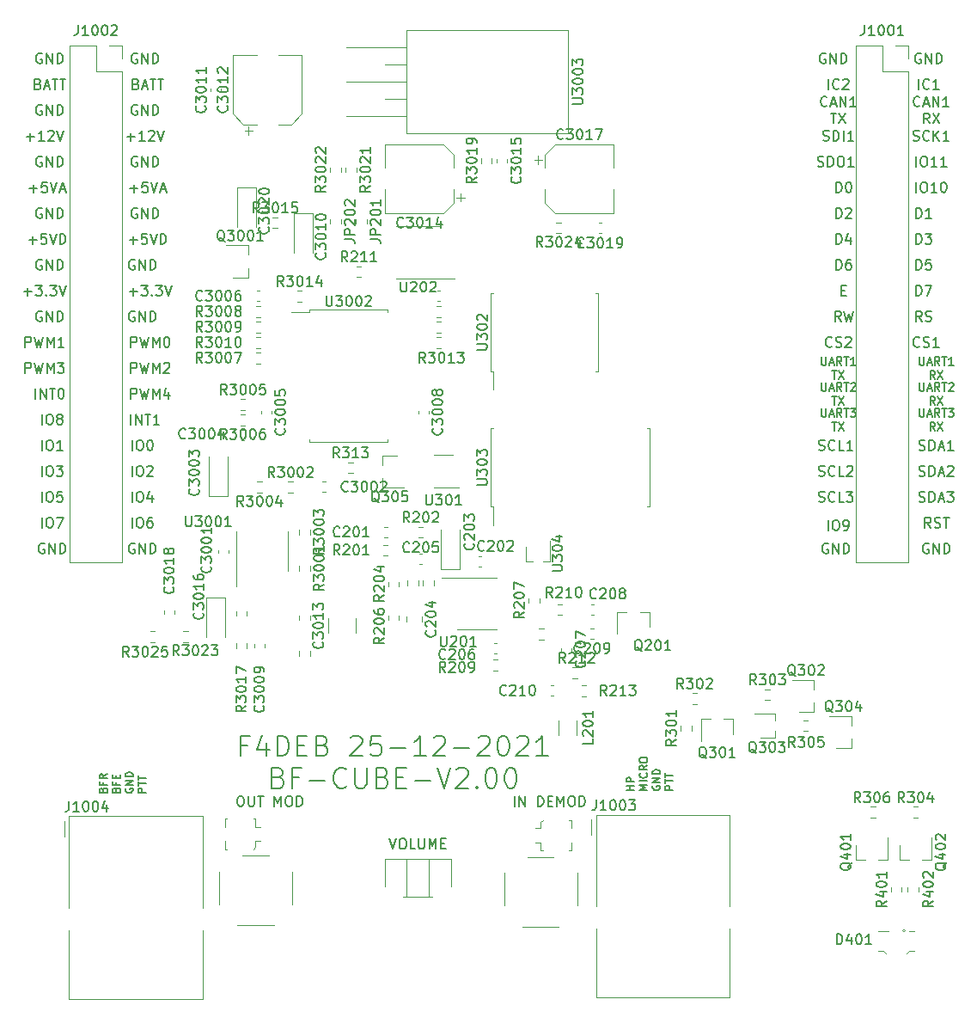
<source format=gto>
%TF.GenerationSoftware,KiCad,Pcbnew,5.99.0+really5.1.12+dfsg1-1~bpo11+1*%
%TF.CreationDate,2021-12-25T19:54:22+01:00*%
%TF.ProjectId,Audio IN_OUT,41756469-6f20-4494-9e5f-4f55542e6b69,rev?*%
%TF.SameCoordinates,Original*%
%TF.FileFunction,Legend,Top*%
%TF.FilePolarity,Positive*%
%FSLAX46Y46*%
G04 Gerber Fmt 4.6, Leading zero omitted, Abs format (unit mm)*
G04 Created by KiCad (PCBNEW 5.99.0+really5.1.12+dfsg1-1~bpo11+1) date 2021-12-25 19:54:22*
%MOMM*%
%LPD*%
G01*
G04 APERTURE LIST*
%ADD10C,0.150000*%
%ADD11C,0.120000*%
%ADD12C,0.100000*%
G04 APERTURE END LIST*
D10*
X164830476Y-135215380D02*
X165163809Y-136215380D01*
X165497142Y-135215380D01*
X166020952Y-135215380D02*
X166211428Y-135215380D01*
X166306666Y-135263000D01*
X166401904Y-135358238D01*
X166449523Y-135548714D01*
X166449523Y-135882047D01*
X166401904Y-136072523D01*
X166306666Y-136167761D01*
X166211428Y-136215380D01*
X166020952Y-136215380D01*
X165925714Y-136167761D01*
X165830476Y-136072523D01*
X165782857Y-135882047D01*
X165782857Y-135548714D01*
X165830476Y-135358238D01*
X165925714Y-135263000D01*
X166020952Y-135215380D01*
X167354285Y-136215380D02*
X166878095Y-136215380D01*
X166878095Y-135215380D01*
X167687619Y-135215380D02*
X167687619Y-136024904D01*
X167735238Y-136120142D01*
X167782857Y-136167761D01*
X167878095Y-136215380D01*
X168068571Y-136215380D01*
X168163809Y-136167761D01*
X168211428Y-136120142D01*
X168259047Y-136024904D01*
X168259047Y-135215380D01*
X168735238Y-136215380D02*
X168735238Y-135215380D01*
X169068571Y-135929666D01*
X169401904Y-135215380D01*
X169401904Y-136215380D01*
X169878095Y-135691571D02*
X170211428Y-135691571D01*
X170354285Y-136215380D02*
X169878095Y-136215380D01*
X169878095Y-135215380D01*
X170354285Y-135215380D01*
X150798428Y-126044142D02*
X150131761Y-126044142D01*
X150131761Y-127091761D02*
X150131761Y-125091761D01*
X151084142Y-125091761D01*
X152703190Y-125758428D02*
X152703190Y-127091761D01*
X152227000Y-124996523D02*
X151750809Y-126425095D01*
X152988904Y-126425095D01*
X153750809Y-127091761D02*
X153750809Y-125091761D01*
X154227000Y-125091761D01*
X154512714Y-125187000D01*
X154703190Y-125377476D01*
X154798428Y-125567952D01*
X154893666Y-125948904D01*
X154893666Y-126234619D01*
X154798428Y-126615571D01*
X154703190Y-126806047D01*
X154512714Y-126996523D01*
X154227000Y-127091761D01*
X153750809Y-127091761D01*
X155750809Y-126044142D02*
X156417476Y-126044142D01*
X156703190Y-127091761D02*
X155750809Y-127091761D01*
X155750809Y-125091761D01*
X156703190Y-125091761D01*
X158227000Y-126044142D02*
X158512714Y-126139380D01*
X158607952Y-126234619D01*
X158703190Y-126425095D01*
X158703190Y-126710809D01*
X158607952Y-126901285D01*
X158512714Y-126996523D01*
X158322238Y-127091761D01*
X157560333Y-127091761D01*
X157560333Y-125091761D01*
X158227000Y-125091761D01*
X158417476Y-125187000D01*
X158512714Y-125282238D01*
X158607952Y-125472714D01*
X158607952Y-125663190D01*
X158512714Y-125853666D01*
X158417476Y-125948904D01*
X158227000Y-126044142D01*
X157560333Y-126044142D01*
X160988904Y-125282238D02*
X161084142Y-125187000D01*
X161274619Y-125091761D01*
X161750809Y-125091761D01*
X161941285Y-125187000D01*
X162036523Y-125282238D01*
X162131761Y-125472714D01*
X162131761Y-125663190D01*
X162036523Y-125948904D01*
X160893666Y-127091761D01*
X162131761Y-127091761D01*
X163941285Y-125091761D02*
X162988904Y-125091761D01*
X162893666Y-126044142D01*
X162988904Y-125948904D01*
X163179380Y-125853666D01*
X163655571Y-125853666D01*
X163846047Y-125948904D01*
X163941285Y-126044142D01*
X164036523Y-126234619D01*
X164036523Y-126710809D01*
X163941285Y-126901285D01*
X163846047Y-126996523D01*
X163655571Y-127091761D01*
X163179380Y-127091761D01*
X162988904Y-126996523D01*
X162893666Y-126901285D01*
X164893666Y-126329857D02*
X166417476Y-126329857D01*
X168417476Y-127091761D02*
X167274619Y-127091761D01*
X167846047Y-127091761D02*
X167846047Y-125091761D01*
X167655571Y-125377476D01*
X167465095Y-125567952D01*
X167274619Y-125663190D01*
X169179380Y-125282238D02*
X169274619Y-125187000D01*
X169465095Y-125091761D01*
X169941285Y-125091761D01*
X170131761Y-125187000D01*
X170227000Y-125282238D01*
X170322238Y-125472714D01*
X170322238Y-125663190D01*
X170227000Y-125948904D01*
X169084142Y-127091761D01*
X170322238Y-127091761D01*
X171179380Y-126329857D02*
X172703190Y-126329857D01*
X173560333Y-125282238D02*
X173655571Y-125187000D01*
X173846047Y-125091761D01*
X174322238Y-125091761D01*
X174512714Y-125187000D01*
X174607952Y-125282238D01*
X174703190Y-125472714D01*
X174703190Y-125663190D01*
X174607952Y-125948904D01*
X173465095Y-127091761D01*
X174703190Y-127091761D01*
X175941285Y-125091761D02*
X176131761Y-125091761D01*
X176322238Y-125187000D01*
X176417476Y-125282238D01*
X176512714Y-125472714D01*
X176607952Y-125853666D01*
X176607952Y-126329857D01*
X176512714Y-126710809D01*
X176417476Y-126901285D01*
X176322238Y-126996523D01*
X176131761Y-127091761D01*
X175941285Y-127091761D01*
X175750809Y-126996523D01*
X175655571Y-126901285D01*
X175560333Y-126710809D01*
X175465095Y-126329857D01*
X175465095Y-125853666D01*
X175560333Y-125472714D01*
X175655571Y-125282238D01*
X175750809Y-125187000D01*
X175941285Y-125091761D01*
X177369857Y-125282238D02*
X177465095Y-125187000D01*
X177655571Y-125091761D01*
X178131761Y-125091761D01*
X178322238Y-125187000D01*
X178417476Y-125282238D01*
X178512714Y-125472714D01*
X178512714Y-125663190D01*
X178417476Y-125948904D01*
X177274619Y-127091761D01*
X178512714Y-127091761D01*
X180417476Y-127091761D02*
X179274619Y-127091761D01*
X179846047Y-127091761D02*
X179846047Y-125091761D01*
X179655571Y-125377476D01*
X179465095Y-125567952D01*
X179274619Y-125663190D01*
X153893666Y-129194142D02*
X154179380Y-129289380D01*
X154274619Y-129384619D01*
X154369857Y-129575095D01*
X154369857Y-129860809D01*
X154274619Y-130051285D01*
X154179380Y-130146523D01*
X153988904Y-130241761D01*
X153227000Y-130241761D01*
X153227000Y-128241761D01*
X153893666Y-128241761D01*
X154084142Y-128337000D01*
X154179380Y-128432238D01*
X154274619Y-128622714D01*
X154274619Y-128813190D01*
X154179380Y-129003666D01*
X154084142Y-129098904D01*
X153893666Y-129194142D01*
X153227000Y-129194142D01*
X155893666Y-129194142D02*
X155227000Y-129194142D01*
X155227000Y-130241761D02*
X155227000Y-128241761D01*
X156179380Y-128241761D01*
X156941285Y-129479857D02*
X158465095Y-129479857D01*
X160560333Y-130051285D02*
X160465095Y-130146523D01*
X160179380Y-130241761D01*
X159988904Y-130241761D01*
X159703190Y-130146523D01*
X159512714Y-129956047D01*
X159417476Y-129765571D01*
X159322238Y-129384619D01*
X159322238Y-129098904D01*
X159417476Y-128717952D01*
X159512714Y-128527476D01*
X159703190Y-128337000D01*
X159988904Y-128241761D01*
X160179380Y-128241761D01*
X160465095Y-128337000D01*
X160560333Y-128432238D01*
X161417476Y-128241761D02*
X161417476Y-129860809D01*
X161512714Y-130051285D01*
X161607952Y-130146523D01*
X161798428Y-130241761D01*
X162179380Y-130241761D01*
X162369857Y-130146523D01*
X162465095Y-130051285D01*
X162560333Y-129860809D01*
X162560333Y-128241761D01*
X164179380Y-129194142D02*
X164465095Y-129289380D01*
X164560333Y-129384619D01*
X164655571Y-129575095D01*
X164655571Y-129860809D01*
X164560333Y-130051285D01*
X164465095Y-130146523D01*
X164274619Y-130241761D01*
X163512714Y-130241761D01*
X163512714Y-128241761D01*
X164179380Y-128241761D01*
X164369857Y-128337000D01*
X164465095Y-128432238D01*
X164560333Y-128622714D01*
X164560333Y-128813190D01*
X164465095Y-129003666D01*
X164369857Y-129098904D01*
X164179380Y-129194142D01*
X163512714Y-129194142D01*
X165512714Y-129194142D02*
X166179380Y-129194142D01*
X166465095Y-130241761D02*
X165512714Y-130241761D01*
X165512714Y-128241761D01*
X166465095Y-128241761D01*
X167322238Y-129479857D02*
X168846047Y-129479857D01*
X169512714Y-128241761D02*
X170179380Y-130241761D01*
X170846047Y-128241761D01*
X171417476Y-128432238D02*
X171512714Y-128337000D01*
X171703190Y-128241761D01*
X172179380Y-128241761D01*
X172369857Y-128337000D01*
X172465095Y-128432238D01*
X172560333Y-128622714D01*
X172560333Y-128813190D01*
X172465095Y-129098904D01*
X171322238Y-130241761D01*
X172560333Y-130241761D01*
X173417476Y-130051285D02*
X173512714Y-130146523D01*
X173417476Y-130241761D01*
X173322238Y-130146523D01*
X173417476Y-130051285D01*
X173417476Y-130241761D01*
X174750809Y-128241761D02*
X174941285Y-128241761D01*
X175131761Y-128337000D01*
X175227000Y-128432238D01*
X175322238Y-128622714D01*
X175417476Y-129003666D01*
X175417476Y-129479857D01*
X175322238Y-129860809D01*
X175227000Y-130051285D01*
X175131761Y-130146523D01*
X174941285Y-130241761D01*
X174750809Y-130241761D01*
X174560333Y-130146523D01*
X174465095Y-130051285D01*
X174369857Y-129860809D01*
X174274619Y-129479857D01*
X174274619Y-129003666D01*
X174369857Y-128622714D01*
X174465095Y-128432238D01*
X174560333Y-128337000D01*
X174750809Y-128241761D01*
X176655571Y-128241761D02*
X176846047Y-128241761D01*
X177036523Y-128337000D01*
X177131761Y-128432238D01*
X177227000Y-128622714D01*
X177322238Y-129003666D01*
X177322238Y-129479857D01*
X177227000Y-129860809D01*
X177131761Y-130051285D01*
X177036523Y-130146523D01*
X176846047Y-130241761D01*
X176655571Y-130241761D01*
X176465095Y-130146523D01*
X176369857Y-130051285D01*
X176274619Y-129860809D01*
X176179380Y-129479857D01*
X176179380Y-129003666D01*
X176274619Y-128622714D01*
X176369857Y-128432238D01*
X176465095Y-128337000D01*
X176655571Y-128241761D01*
X188926785Y-130406928D02*
X188176785Y-130406928D01*
X188533928Y-130406928D02*
X188533928Y-129978357D01*
X188926785Y-129978357D02*
X188176785Y-129978357D01*
X188926785Y-129621214D02*
X188176785Y-129621214D01*
X188176785Y-129335500D01*
X188212500Y-129264071D01*
X188248214Y-129228357D01*
X188319642Y-129192642D01*
X188426785Y-129192642D01*
X188498214Y-129228357D01*
X188533928Y-129264071D01*
X188569642Y-129335500D01*
X188569642Y-129621214D01*
X190201785Y-130406928D02*
X189451785Y-130406928D01*
X189987500Y-130156928D01*
X189451785Y-129906928D01*
X190201785Y-129906928D01*
X190201785Y-129549785D02*
X189451785Y-129549785D01*
X190130357Y-128764071D02*
X190166071Y-128799785D01*
X190201785Y-128906928D01*
X190201785Y-128978357D01*
X190166071Y-129085500D01*
X190094642Y-129156928D01*
X190023214Y-129192642D01*
X189880357Y-129228357D01*
X189773214Y-129228357D01*
X189630357Y-129192642D01*
X189558928Y-129156928D01*
X189487500Y-129085500D01*
X189451785Y-128978357D01*
X189451785Y-128906928D01*
X189487500Y-128799785D01*
X189523214Y-128764071D01*
X190201785Y-128014071D02*
X189844642Y-128264071D01*
X190201785Y-128442642D02*
X189451785Y-128442642D01*
X189451785Y-128156928D01*
X189487500Y-128085500D01*
X189523214Y-128049785D01*
X189594642Y-128014071D01*
X189701785Y-128014071D01*
X189773214Y-128049785D01*
X189808928Y-128085500D01*
X189844642Y-128156928D01*
X189844642Y-128442642D01*
X189451785Y-127549785D02*
X189451785Y-127406928D01*
X189487500Y-127335500D01*
X189558928Y-127264071D01*
X189701785Y-127228357D01*
X189951785Y-127228357D01*
X190094642Y-127264071D01*
X190166071Y-127335500D01*
X190201785Y-127406928D01*
X190201785Y-127549785D01*
X190166071Y-127621214D01*
X190094642Y-127692642D01*
X189951785Y-127728357D01*
X189701785Y-127728357D01*
X189558928Y-127692642D01*
X189487500Y-127621214D01*
X189451785Y-127549785D01*
X190762500Y-130014071D02*
X190726785Y-130085500D01*
X190726785Y-130192642D01*
X190762500Y-130299785D01*
X190833928Y-130371214D01*
X190905357Y-130406928D01*
X191048214Y-130442642D01*
X191155357Y-130442642D01*
X191298214Y-130406928D01*
X191369642Y-130371214D01*
X191441071Y-130299785D01*
X191476785Y-130192642D01*
X191476785Y-130121214D01*
X191441071Y-130014071D01*
X191405357Y-129978357D01*
X191155357Y-129978357D01*
X191155357Y-130121214D01*
X191476785Y-129656928D02*
X190726785Y-129656928D01*
X191476785Y-129228357D01*
X190726785Y-129228357D01*
X191476785Y-128871214D02*
X190726785Y-128871214D01*
X190726785Y-128692642D01*
X190762500Y-128585500D01*
X190833928Y-128514071D01*
X190905357Y-128478357D01*
X191048214Y-128442642D01*
X191155357Y-128442642D01*
X191298214Y-128478357D01*
X191369642Y-128514071D01*
X191441071Y-128585500D01*
X191476785Y-128692642D01*
X191476785Y-128871214D01*
X192751785Y-130406928D02*
X192001785Y-130406928D01*
X192001785Y-130121214D01*
X192037500Y-130049785D01*
X192073214Y-130014071D01*
X192144642Y-129978357D01*
X192251785Y-129978357D01*
X192323214Y-130014071D01*
X192358928Y-130049785D01*
X192394642Y-130121214D01*
X192394642Y-130406928D01*
X192001785Y-129764071D02*
X192001785Y-129335500D01*
X192751785Y-129549785D02*
X192001785Y-129549785D01*
X192001785Y-129192642D02*
X192001785Y-128764071D01*
X192751785Y-128978357D02*
X192001785Y-128978357D01*
X136590928Y-130410928D02*
X136626642Y-130303785D01*
X136662357Y-130268071D01*
X136733785Y-130232357D01*
X136840928Y-130232357D01*
X136912357Y-130268071D01*
X136948071Y-130303785D01*
X136983785Y-130375214D01*
X136983785Y-130660928D01*
X136233785Y-130660928D01*
X136233785Y-130410928D01*
X136269500Y-130339500D01*
X136305214Y-130303785D01*
X136376642Y-130268071D01*
X136448071Y-130268071D01*
X136519500Y-130303785D01*
X136555214Y-130339500D01*
X136590928Y-130410928D01*
X136590928Y-130660928D01*
X136590928Y-129660928D02*
X136590928Y-129910928D01*
X136983785Y-129910928D02*
X136233785Y-129910928D01*
X136233785Y-129553785D01*
X136983785Y-128839500D02*
X136626642Y-129089500D01*
X136983785Y-129268071D02*
X136233785Y-129268071D01*
X136233785Y-128982357D01*
X136269500Y-128910928D01*
X136305214Y-128875214D01*
X136376642Y-128839500D01*
X136483785Y-128839500D01*
X136555214Y-128875214D01*
X136590928Y-128910928D01*
X136626642Y-128982357D01*
X136626642Y-129268071D01*
X137865928Y-130410928D02*
X137901642Y-130303785D01*
X137937357Y-130268071D01*
X138008785Y-130232357D01*
X138115928Y-130232357D01*
X138187357Y-130268071D01*
X138223071Y-130303785D01*
X138258785Y-130375214D01*
X138258785Y-130660928D01*
X137508785Y-130660928D01*
X137508785Y-130410928D01*
X137544500Y-130339500D01*
X137580214Y-130303785D01*
X137651642Y-130268071D01*
X137723071Y-130268071D01*
X137794500Y-130303785D01*
X137830214Y-130339500D01*
X137865928Y-130410928D01*
X137865928Y-130660928D01*
X137865928Y-129660928D02*
X137865928Y-129910928D01*
X138258785Y-129910928D02*
X137508785Y-129910928D01*
X137508785Y-129553785D01*
X137865928Y-129268071D02*
X137865928Y-129018071D01*
X138258785Y-128910928D02*
X138258785Y-129268071D01*
X137508785Y-129268071D01*
X137508785Y-128910928D01*
X138819500Y-130268071D02*
X138783785Y-130339500D01*
X138783785Y-130446642D01*
X138819500Y-130553785D01*
X138890928Y-130625214D01*
X138962357Y-130660928D01*
X139105214Y-130696642D01*
X139212357Y-130696642D01*
X139355214Y-130660928D01*
X139426642Y-130625214D01*
X139498071Y-130553785D01*
X139533785Y-130446642D01*
X139533785Y-130375214D01*
X139498071Y-130268071D01*
X139462357Y-130232357D01*
X139212357Y-130232357D01*
X139212357Y-130375214D01*
X139533785Y-129910928D02*
X138783785Y-129910928D01*
X139533785Y-129482357D01*
X138783785Y-129482357D01*
X139533785Y-129125214D02*
X138783785Y-129125214D01*
X138783785Y-128946642D01*
X138819500Y-128839500D01*
X138890928Y-128768071D01*
X138962357Y-128732357D01*
X139105214Y-128696642D01*
X139212357Y-128696642D01*
X139355214Y-128732357D01*
X139426642Y-128768071D01*
X139498071Y-128839500D01*
X139533785Y-128946642D01*
X139533785Y-129125214D01*
X140808785Y-130660928D02*
X140058785Y-130660928D01*
X140058785Y-130375214D01*
X140094500Y-130303785D01*
X140130214Y-130268071D01*
X140201642Y-130232357D01*
X140308785Y-130232357D01*
X140380214Y-130268071D01*
X140415928Y-130303785D01*
X140451642Y-130375214D01*
X140451642Y-130660928D01*
X140058785Y-130018071D02*
X140058785Y-129589500D01*
X140808785Y-129803785D02*
X140058785Y-129803785D01*
X140058785Y-129446642D02*
X140058785Y-129018071D01*
X140808785Y-129232357D02*
X140058785Y-129232357D01*
X150058809Y-131024380D02*
X150249285Y-131024380D01*
X150344523Y-131072000D01*
X150439761Y-131167238D01*
X150487380Y-131357714D01*
X150487380Y-131691047D01*
X150439761Y-131881523D01*
X150344523Y-131976761D01*
X150249285Y-132024380D01*
X150058809Y-132024380D01*
X149963571Y-131976761D01*
X149868333Y-131881523D01*
X149820714Y-131691047D01*
X149820714Y-131357714D01*
X149868333Y-131167238D01*
X149963571Y-131072000D01*
X150058809Y-131024380D01*
X150915952Y-131024380D02*
X150915952Y-131833904D01*
X150963571Y-131929142D01*
X151011190Y-131976761D01*
X151106428Y-132024380D01*
X151296904Y-132024380D01*
X151392142Y-131976761D01*
X151439761Y-131929142D01*
X151487380Y-131833904D01*
X151487380Y-131024380D01*
X151820714Y-131024380D02*
X152392142Y-131024380D01*
X152106428Y-132024380D02*
X152106428Y-131024380D01*
X153487380Y-132024380D02*
X153487380Y-131024380D01*
X153820714Y-131738666D01*
X154154047Y-131024380D01*
X154154047Y-132024380D01*
X154820714Y-131024380D02*
X155011190Y-131024380D01*
X155106428Y-131072000D01*
X155201666Y-131167238D01*
X155249285Y-131357714D01*
X155249285Y-131691047D01*
X155201666Y-131881523D01*
X155106428Y-131976761D01*
X155011190Y-132024380D01*
X154820714Y-132024380D01*
X154725476Y-131976761D01*
X154630238Y-131881523D01*
X154582619Y-131691047D01*
X154582619Y-131357714D01*
X154630238Y-131167238D01*
X154725476Y-131072000D01*
X154820714Y-131024380D01*
X155677857Y-132024380D02*
X155677857Y-131024380D01*
X155915952Y-131024380D01*
X156058809Y-131072000D01*
X156154047Y-131167238D01*
X156201666Y-131262476D01*
X156249285Y-131452952D01*
X156249285Y-131595809D01*
X156201666Y-131786285D01*
X156154047Y-131881523D01*
X156058809Y-131976761D01*
X155915952Y-132024380D01*
X155677857Y-132024380D01*
X177141619Y-132024380D02*
X177141619Y-131024380D01*
X177617809Y-132024380D02*
X177617809Y-131024380D01*
X178189238Y-132024380D01*
X178189238Y-131024380D01*
X179427333Y-132024380D02*
X179427333Y-131024380D01*
X179665428Y-131024380D01*
X179808285Y-131072000D01*
X179903523Y-131167238D01*
X179951142Y-131262476D01*
X179998761Y-131452952D01*
X179998761Y-131595809D01*
X179951142Y-131786285D01*
X179903523Y-131881523D01*
X179808285Y-131976761D01*
X179665428Y-132024380D01*
X179427333Y-132024380D01*
X180427333Y-131500571D02*
X180760666Y-131500571D01*
X180903523Y-132024380D02*
X180427333Y-132024380D01*
X180427333Y-131024380D01*
X180903523Y-131024380D01*
X181332095Y-132024380D02*
X181332095Y-131024380D01*
X181665428Y-131738666D01*
X181998761Y-131024380D01*
X181998761Y-132024380D01*
X182665428Y-131024380D02*
X182855904Y-131024380D01*
X182951142Y-131072000D01*
X183046380Y-131167238D01*
X183094000Y-131357714D01*
X183094000Y-131691047D01*
X183046380Y-131881523D01*
X182951142Y-131976761D01*
X182855904Y-132024380D01*
X182665428Y-132024380D01*
X182570190Y-131976761D01*
X182474952Y-131881523D01*
X182427333Y-131691047D01*
X182427333Y-131357714D01*
X182474952Y-131167238D01*
X182570190Y-131072000D01*
X182665428Y-131024380D01*
X183522571Y-132024380D02*
X183522571Y-131024380D01*
X183760666Y-131024380D01*
X183903523Y-131072000D01*
X183998761Y-131167238D01*
X184046380Y-131262476D01*
X184094000Y-131452952D01*
X184094000Y-131595809D01*
X184046380Y-131786285D01*
X183998761Y-131881523D01*
X183903523Y-131976761D01*
X183760666Y-132024380D01*
X183522571Y-132024380D01*
X208399142Y-86717142D02*
X208351523Y-86764761D01*
X208208666Y-86812380D01*
X208113428Y-86812380D01*
X207970571Y-86764761D01*
X207875333Y-86669523D01*
X207827714Y-86574285D01*
X207780095Y-86383809D01*
X207780095Y-86240952D01*
X207827714Y-86050476D01*
X207875333Y-85955238D01*
X207970571Y-85860000D01*
X208113428Y-85812380D01*
X208208666Y-85812380D01*
X208351523Y-85860000D01*
X208399142Y-85907619D01*
X208780095Y-86764761D02*
X208922952Y-86812380D01*
X209161047Y-86812380D01*
X209256285Y-86764761D01*
X209303904Y-86717142D01*
X209351523Y-86621904D01*
X209351523Y-86526666D01*
X209303904Y-86431428D01*
X209256285Y-86383809D01*
X209161047Y-86336190D01*
X208970571Y-86288571D01*
X208875333Y-86240952D01*
X208827714Y-86193333D01*
X208780095Y-86098095D01*
X208780095Y-86002857D01*
X208827714Y-85907619D01*
X208875333Y-85860000D01*
X208970571Y-85812380D01*
X209208666Y-85812380D01*
X209351523Y-85860000D01*
X209732476Y-85907619D02*
X209780095Y-85860000D01*
X209875333Y-85812380D01*
X210113428Y-85812380D01*
X210208666Y-85860000D01*
X210256285Y-85907619D01*
X210303904Y-86002857D01*
X210303904Y-86098095D01*
X210256285Y-86240952D01*
X209684857Y-86812380D01*
X210303904Y-86812380D01*
X209288095Y-84272380D02*
X208954761Y-83796190D01*
X208716666Y-84272380D02*
X208716666Y-83272380D01*
X209097619Y-83272380D01*
X209192857Y-83320000D01*
X209240476Y-83367619D01*
X209288095Y-83462857D01*
X209288095Y-83605714D01*
X209240476Y-83700952D01*
X209192857Y-83748571D01*
X209097619Y-83796190D01*
X208716666Y-83796190D01*
X209621428Y-83272380D02*
X209859523Y-84272380D01*
X210050000Y-83558095D01*
X210240476Y-84272380D01*
X210478571Y-83272380D01*
X209335714Y-81208571D02*
X209669047Y-81208571D01*
X209811904Y-81732380D02*
X209335714Y-81732380D01*
X209335714Y-80732380D01*
X209811904Y-80732380D01*
X208811904Y-79192380D02*
X208811904Y-78192380D01*
X209050000Y-78192380D01*
X209192857Y-78240000D01*
X209288095Y-78335238D01*
X209335714Y-78430476D01*
X209383333Y-78620952D01*
X209383333Y-78763809D01*
X209335714Y-78954285D01*
X209288095Y-79049523D01*
X209192857Y-79144761D01*
X209050000Y-79192380D01*
X208811904Y-79192380D01*
X210240476Y-78192380D02*
X210050000Y-78192380D01*
X209954761Y-78240000D01*
X209907142Y-78287619D01*
X209811904Y-78430476D01*
X209764285Y-78620952D01*
X209764285Y-79001904D01*
X209811904Y-79097142D01*
X209859523Y-79144761D01*
X209954761Y-79192380D01*
X210145238Y-79192380D01*
X210240476Y-79144761D01*
X210288095Y-79097142D01*
X210335714Y-79001904D01*
X210335714Y-78763809D01*
X210288095Y-78668571D01*
X210240476Y-78620952D01*
X210145238Y-78573333D01*
X209954761Y-78573333D01*
X209859523Y-78620952D01*
X209811904Y-78668571D01*
X209764285Y-78763809D01*
X208811904Y-76652380D02*
X208811904Y-75652380D01*
X209050000Y-75652380D01*
X209192857Y-75700000D01*
X209288095Y-75795238D01*
X209335714Y-75890476D01*
X209383333Y-76080952D01*
X209383333Y-76223809D01*
X209335714Y-76414285D01*
X209288095Y-76509523D01*
X209192857Y-76604761D01*
X209050000Y-76652380D01*
X208811904Y-76652380D01*
X210240476Y-75985714D02*
X210240476Y-76652380D01*
X210002380Y-75604761D02*
X209764285Y-76319047D01*
X210383333Y-76319047D01*
X208811904Y-74112380D02*
X208811904Y-73112380D01*
X209050000Y-73112380D01*
X209192857Y-73160000D01*
X209288095Y-73255238D01*
X209335714Y-73350476D01*
X209383333Y-73540952D01*
X209383333Y-73683809D01*
X209335714Y-73874285D01*
X209288095Y-73969523D01*
X209192857Y-74064761D01*
X209050000Y-74112380D01*
X208811904Y-74112380D01*
X209764285Y-73207619D02*
X209811904Y-73160000D01*
X209907142Y-73112380D01*
X210145238Y-73112380D01*
X210240476Y-73160000D01*
X210288095Y-73207619D01*
X210335714Y-73302857D01*
X210335714Y-73398095D01*
X210288095Y-73540952D01*
X209716666Y-74112380D01*
X210335714Y-74112380D01*
X208026095Y-106180000D02*
X207930857Y-106132380D01*
X207788000Y-106132380D01*
X207645142Y-106180000D01*
X207549904Y-106275238D01*
X207502285Y-106370476D01*
X207454666Y-106560952D01*
X207454666Y-106703809D01*
X207502285Y-106894285D01*
X207549904Y-106989523D01*
X207645142Y-107084761D01*
X207788000Y-107132380D01*
X207883238Y-107132380D01*
X208026095Y-107084761D01*
X208073714Y-107037142D01*
X208073714Y-106703809D01*
X207883238Y-106703809D01*
X208502285Y-107132380D02*
X208502285Y-106132380D01*
X209073714Y-107132380D01*
X209073714Y-106132380D01*
X209549904Y-107132380D02*
X209549904Y-106132380D01*
X209788000Y-106132380D01*
X209930857Y-106180000D01*
X210026095Y-106275238D01*
X210073714Y-106370476D01*
X210121333Y-106560952D01*
X210121333Y-106703809D01*
X210073714Y-106894285D01*
X210026095Y-106989523D01*
X209930857Y-107084761D01*
X209788000Y-107132380D01*
X209549904Y-107132380D01*
X217932095Y-106180000D02*
X217836857Y-106132380D01*
X217694000Y-106132380D01*
X217551142Y-106180000D01*
X217455904Y-106275238D01*
X217408285Y-106370476D01*
X217360666Y-106560952D01*
X217360666Y-106703809D01*
X217408285Y-106894285D01*
X217455904Y-106989523D01*
X217551142Y-107084761D01*
X217694000Y-107132380D01*
X217789238Y-107132380D01*
X217932095Y-107084761D01*
X217979714Y-107037142D01*
X217979714Y-106703809D01*
X217789238Y-106703809D01*
X218408285Y-107132380D02*
X218408285Y-106132380D01*
X218979714Y-107132380D01*
X218979714Y-106132380D01*
X219455904Y-107132380D02*
X219455904Y-106132380D01*
X219694000Y-106132380D01*
X219836857Y-106180000D01*
X219932095Y-106275238D01*
X219979714Y-106370476D01*
X220027333Y-106560952D01*
X220027333Y-106703809D01*
X219979714Y-106894285D01*
X219932095Y-106989523D01*
X219836857Y-107084761D01*
X219694000Y-107132380D01*
X219455904Y-107132380D01*
X218146380Y-104592380D02*
X217813047Y-104116190D01*
X217574952Y-104592380D02*
X217574952Y-103592380D01*
X217955904Y-103592380D01*
X218051142Y-103640000D01*
X218098761Y-103687619D01*
X218146380Y-103782857D01*
X218146380Y-103925714D01*
X218098761Y-104020952D01*
X218051142Y-104068571D01*
X217955904Y-104116190D01*
X217574952Y-104116190D01*
X218527333Y-104544761D02*
X218670190Y-104592380D01*
X218908285Y-104592380D01*
X219003523Y-104544761D01*
X219051142Y-104497142D01*
X219098761Y-104401904D01*
X219098761Y-104306666D01*
X219051142Y-104211428D01*
X219003523Y-104163809D01*
X218908285Y-104116190D01*
X218717809Y-104068571D01*
X218622571Y-104020952D01*
X218574952Y-103973333D01*
X218527333Y-103878095D01*
X218527333Y-103782857D01*
X218574952Y-103687619D01*
X218622571Y-103640000D01*
X218717809Y-103592380D01*
X218955904Y-103592380D01*
X219098761Y-103640000D01*
X219384476Y-103592380D02*
X219955904Y-103592380D01*
X219670190Y-104592380D02*
X219670190Y-103592380D01*
X217003523Y-102004761D02*
X217146380Y-102052380D01*
X217384476Y-102052380D01*
X217479714Y-102004761D01*
X217527333Y-101957142D01*
X217574952Y-101861904D01*
X217574952Y-101766666D01*
X217527333Y-101671428D01*
X217479714Y-101623809D01*
X217384476Y-101576190D01*
X217194000Y-101528571D01*
X217098761Y-101480952D01*
X217051142Y-101433333D01*
X217003523Y-101338095D01*
X217003523Y-101242857D01*
X217051142Y-101147619D01*
X217098761Y-101100000D01*
X217194000Y-101052380D01*
X217432095Y-101052380D01*
X217574952Y-101100000D01*
X218003523Y-102052380D02*
X218003523Y-101052380D01*
X218241619Y-101052380D01*
X218384476Y-101100000D01*
X218479714Y-101195238D01*
X218527333Y-101290476D01*
X218574952Y-101480952D01*
X218574952Y-101623809D01*
X218527333Y-101814285D01*
X218479714Y-101909523D01*
X218384476Y-102004761D01*
X218241619Y-102052380D01*
X218003523Y-102052380D01*
X218955904Y-101766666D02*
X219432095Y-101766666D01*
X218860666Y-102052380D02*
X219194000Y-101052380D01*
X219527333Y-102052380D01*
X219765428Y-101052380D02*
X220384476Y-101052380D01*
X220051142Y-101433333D01*
X220194000Y-101433333D01*
X220289238Y-101480952D01*
X220336857Y-101528571D01*
X220384476Y-101623809D01*
X220384476Y-101861904D01*
X220336857Y-101957142D01*
X220289238Y-102004761D01*
X220194000Y-102052380D01*
X219908285Y-102052380D01*
X219813047Y-102004761D01*
X219765428Y-101957142D01*
X217003523Y-99464761D02*
X217146380Y-99512380D01*
X217384476Y-99512380D01*
X217479714Y-99464761D01*
X217527333Y-99417142D01*
X217574952Y-99321904D01*
X217574952Y-99226666D01*
X217527333Y-99131428D01*
X217479714Y-99083809D01*
X217384476Y-99036190D01*
X217194000Y-98988571D01*
X217098761Y-98940952D01*
X217051142Y-98893333D01*
X217003523Y-98798095D01*
X217003523Y-98702857D01*
X217051142Y-98607619D01*
X217098761Y-98560000D01*
X217194000Y-98512380D01*
X217432095Y-98512380D01*
X217574952Y-98560000D01*
X218003523Y-99512380D02*
X218003523Y-98512380D01*
X218241619Y-98512380D01*
X218384476Y-98560000D01*
X218479714Y-98655238D01*
X218527333Y-98750476D01*
X218574952Y-98940952D01*
X218574952Y-99083809D01*
X218527333Y-99274285D01*
X218479714Y-99369523D01*
X218384476Y-99464761D01*
X218241619Y-99512380D01*
X218003523Y-99512380D01*
X218955904Y-99226666D02*
X219432095Y-99226666D01*
X218860666Y-99512380D02*
X219194000Y-98512380D01*
X219527333Y-99512380D01*
X219813047Y-98607619D02*
X219860666Y-98560000D01*
X219955904Y-98512380D01*
X220194000Y-98512380D01*
X220289238Y-98560000D01*
X220336857Y-98607619D01*
X220384476Y-98702857D01*
X220384476Y-98798095D01*
X220336857Y-98940952D01*
X219765428Y-99512380D01*
X220384476Y-99512380D01*
X217003523Y-96924761D02*
X217146380Y-96972380D01*
X217384476Y-96972380D01*
X217479714Y-96924761D01*
X217527333Y-96877142D01*
X217574952Y-96781904D01*
X217574952Y-96686666D01*
X217527333Y-96591428D01*
X217479714Y-96543809D01*
X217384476Y-96496190D01*
X217194000Y-96448571D01*
X217098761Y-96400952D01*
X217051142Y-96353333D01*
X217003523Y-96258095D01*
X217003523Y-96162857D01*
X217051142Y-96067619D01*
X217098761Y-96020000D01*
X217194000Y-95972380D01*
X217432095Y-95972380D01*
X217574952Y-96020000D01*
X218003523Y-96972380D02*
X218003523Y-95972380D01*
X218241619Y-95972380D01*
X218384476Y-96020000D01*
X218479714Y-96115238D01*
X218527333Y-96210476D01*
X218574952Y-96400952D01*
X218574952Y-96543809D01*
X218527333Y-96734285D01*
X218479714Y-96829523D01*
X218384476Y-96924761D01*
X218241619Y-96972380D01*
X218003523Y-96972380D01*
X218955904Y-96686666D02*
X219432095Y-96686666D01*
X218860666Y-96972380D02*
X219194000Y-95972380D01*
X219527333Y-96972380D01*
X220384476Y-96972380D02*
X219813047Y-96972380D01*
X220098761Y-96972380D02*
X220098761Y-95972380D01*
X220003523Y-96115238D01*
X219908285Y-96210476D01*
X219813047Y-96258095D01*
X208042000Y-104846380D02*
X208042000Y-103846380D01*
X208708666Y-103846380D02*
X208899142Y-103846380D01*
X208994380Y-103894000D01*
X209089619Y-103989238D01*
X209137238Y-104179714D01*
X209137238Y-104513047D01*
X209089619Y-104703523D01*
X208994380Y-104798761D01*
X208899142Y-104846380D01*
X208708666Y-104846380D01*
X208613428Y-104798761D01*
X208518190Y-104703523D01*
X208470571Y-104513047D01*
X208470571Y-104179714D01*
X208518190Y-103989238D01*
X208613428Y-103894000D01*
X208708666Y-103846380D01*
X209613428Y-104846380D02*
X209803904Y-104846380D01*
X209899142Y-104798761D01*
X209946761Y-104751142D01*
X210042000Y-104608285D01*
X210089619Y-104417809D01*
X210089619Y-104036857D01*
X210042000Y-103941619D01*
X209994380Y-103894000D01*
X209899142Y-103846380D01*
X209708666Y-103846380D01*
X209613428Y-103894000D01*
X209565809Y-103941619D01*
X209518190Y-104036857D01*
X209518190Y-104274952D01*
X209565809Y-104370190D01*
X209613428Y-104417809D01*
X209708666Y-104465428D01*
X209899142Y-104465428D01*
X209994380Y-104417809D01*
X210042000Y-104370190D01*
X210089619Y-104274952D01*
X207121333Y-102004761D02*
X207264190Y-102052380D01*
X207502285Y-102052380D01*
X207597523Y-102004761D01*
X207645142Y-101957142D01*
X207692761Y-101861904D01*
X207692761Y-101766666D01*
X207645142Y-101671428D01*
X207597523Y-101623809D01*
X207502285Y-101576190D01*
X207311809Y-101528571D01*
X207216571Y-101480952D01*
X207168952Y-101433333D01*
X207121333Y-101338095D01*
X207121333Y-101242857D01*
X207168952Y-101147619D01*
X207216571Y-101100000D01*
X207311809Y-101052380D01*
X207549904Y-101052380D01*
X207692761Y-101100000D01*
X208692761Y-101957142D02*
X208645142Y-102004761D01*
X208502285Y-102052380D01*
X208407047Y-102052380D01*
X208264190Y-102004761D01*
X208168952Y-101909523D01*
X208121333Y-101814285D01*
X208073714Y-101623809D01*
X208073714Y-101480952D01*
X208121333Y-101290476D01*
X208168952Y-101195238D01*
X208264190Y-101100000D01*
X208407047Y-101052380D01*
X208502285Y-101052380D01*
X208645142Y-101100000D01*
X208692761Y-101147619D01*
X209597523Y-102052380D02*
X209121333Y-102052380D01*
X209121333Y-101052380D01*
X209835619Y-101052380D02*
X210454666Y-101052380D01*
X210121333Y-101433333D01*
X210264190Y-101433333D01*
X210359428Y-101480952D01*
X210407047Y-101528571D01*
X210454666Y-101623809D01*
X210454666Y-101861904D01*
X210407047Y-101957142D01*
X210359428Y-102004761D01*
X210264190Y-102052380D01*
X209978476Y-102052380D01*
X209883238Y-102004761D01*
X209835619Y-101957142D01*
X207121333Y-99464761D02*
X207264190Y-99512380D01*
X207502285Y-99512380D01*
X207597523Y-99464761D01*
X207645142Y-99417142D01*
X207692761Y-99321904D01*
X207692761Y-99226666D01*
X207645142Y-99131428D01*
X207597523Y-99083809D01*
X207502285Y-99036190D01*
X207311809Y-98988571D01*
X207216571Y-98940952D01*
X207168952Y-98893333D01*
X207121333Y-98798095D01*
X207121333Y-98702857D01*
X207168952Y-98607619D01*
X207216571Y-98560000D01*
X207311809Y-98512380D01*
X207549904Y-98512380D01*
X207692761Y-98560000D01*
X208692761Y-99417142D02*
X208645142Y-99464761D01*
X208502285Y-99512380D01*
X208407047Y-99512380D01*
X208264190Y-99464761D01*
X208168952Y-99369523D01*
X208121333Y-99274285D01*
X208073714Y-99083809D01*
X208073714Y-98940952D01*
X208121333Y-98750476D01*
X208168952Y-98655238D01*
X208264190Y-98560000D01*
X208407047Y-98512380D01*
X208502285Y-98512380D01*
X208645142Y-98560000D01*
X208692761Y-98607619D01*
X209597523Y-99512380D02*
X209121333Y-99512380D01*
X209121333Y-98512380D01*
X209883238Y-98607619D02*
X209930857Y-98560000D01*
X210026095Y-98512380D01*
X210264190Y-98512380D01*
X210359428Y-98560000D01*
X210407047Y-98607619D01*
X210454666Y-98702857D01*
X210454666Y-98798095D01*
X210407047Y-98940952D01*
X209835619Y-99512380D01*
X210454666Y-99512380D01*
X207121333Y-96924761D02*
X207264190Y-96972380D01*
X207502285Y-96972380D01*
X207597523Y-96924761D01*
X207645142Y-96877142D01*
X207692761Y-96781904D01*
X207692761Y-96686666D01*
X207645142Y-96591428D01*
X207597523Y-96543809D01*
X207502285Y-96496190D01*
X207311809Y-96448571D01*
X207216571Y-96400952D01*
X207168952Y-96353333D01*
X207121333Y-96258095D01*
X207121333Y-96162857D01*
X207168952Y-96067619D01*
X207216571Y-96020000D01*
X207311809Y-95972380D01*
X207549904Y-95972380D01*
X207692761Y-96020000D01*
X208692761Y-96877142D02*
X208645142Y-96924761D01*
X208502285Y-96972380D01*
X208407047Y-96972380D01*
X208264190Y-96924761D01*
X208168952Y-96829523D01*
X208121333Y-96734285D01*
X208073714Y-96543809D01*
X208073714Y-96400952D01*
X208121333Y-96210476D01*
X208168952Y-96115238D01*
X208264190Y-96020000D01*
X208407047Y-95972380D01*
X208502285Y-95972380D01*
X208645142Y-96020000D01*
X208692761Y-96067619D01*
X209597523Y-96972380D02*
X209121333Y-96972380D01*
X209121333Y-95972380D01*
X210454666Y-96972380D02*
X209883238Y-96972380D01*
X210168952Y-96972380D02*
X210168952Y-95972380D01*
X210073714Y-96115238D01*
X209978476Y-96210476D01*
X209883238Y-96258095D01*
X207384857Y-92866904D02*
X207384857Y-93514523D01*
X207422952Y-93590714D01*
X207461047Y-93628809D01*
X207537238Y-93666904D01*
X207689619Y-93666904D01*
X207765809Y-93628809D01*
X207803904Y-93590714D01*
X207842000Y-93514523D01*
X207842000Y-92866904D01*
X208184857Y-93438333D02*
X208565809Y-93438333D01*
X208108666Y-93666904D02*
X208375333Y-92866904D01*
X208642000Y-93666904D01*
X209365809Y-93666904D02*
X209099142Y-93285952D01*
X208908666Y-93666904D02*
X208908666Y-92866904D01*
X209213428Y-92866904D01*
X209289619Y-92905000D01*
X209327714Y-92943095D01*
X209365809Y-93019285D01*
X209365809Y-93133571D01*
X209327714Y-93209761D01*
X209289619Y-93247857D01*
X209213428Y-93285952D01*
X208908666Y-93285952D01*
X209594380Y-92866904D02*
X210051523Y-92866904D01*
X209822952Y-93666904D02*
X209822952Y-92866904D01*
X210242000Y-92866904D02*
X210737238Y-92866904D01*
X210470571Y-93171666D01*
X210584857Y-93171666D01*
X210661047Y-93209761D01*
X210699142Y-93247857D01*
X210737238Y-93324047D01*
X210737238Y-93514523D01*
X210699142Y-93590714D01*
X210661047Y-93628809D01*
X210584857Y-93666904D01*
X210356285Y-93666904D01*
X210280095Y-93628809D01*
X210242000Y-93590714D01*
X208432476Y-94216904D02*
X208889619Y-94216904D01*
X208661047Y-95016904D02*
X208661047Y-94216904D01*
X209080095Y-94216904D02*
X209613428Y-95016904D01*
X209613428Y-94216904D02*
X209080095Y-95016904D01*
X207384857Y-90326904D02*
X207384857Y-90974523D01*
X207422952Y-91050714D01*
X207461047Y-91088809D01*
X207537238Y-91126904D01*
X207689619Y-91126904D01*
X207765809Y-91088809D01*
X207803904Y-91050714D01*
X207842000Y-90974523D01*
X207842000Y-90326904D01*
X208184857Y-90898333D02*
X208565809Y-90898333D01*
X208108666Y-91126904D02*
X208375333Y-90326904D01*
X208642000Y-91126904D01*
X209365809Y-91126904D02*
X209099142Y-90745952D01*
X208908666Y-91126904D02*
X208908666Y-90326904D01*
X209213428Y-90326904D01*
X209289619Y-90365000D01*
X209327714Y-90403095D01*
X209365809Y-90479285D01*
X209365809Y-90593571D01*
X209327714Y-90669761D01*
X209289619Y-90707857D01*
X209213428Y-90745952D01*
X208908666Y-90745952D01*
X209594380Y-90326904D02*
X210051523Y-90326904D01*
X209822952Y-91126904D02*
X209822952Y-90326904D01*
X210280095Y-90403095D02*
X210318190Y-90365000D01*
X210394380Y-90326904D01*
X210584857Y-90326904D01*
X210661047Y-90365000D01*
X210699142Y-90403095D01*
X210737238Y-90479285D01*
X210737238Y-90555476D01*
X210699142Y-90669761D01*
X210242000Y-91126904D01*
X210737238Y-91126904D01*
X208432476Y-91676904D02*
X208889619Y-91676904D01*
X208661047Y-92476904D02*
X208661047Y-91676904D01*
X209080095Y-91676904D02*
X209613428Y-92476904D01*
X209613428Y-91676904D02*
X209080095Y-92476904D01*
X207384857Y-87786904D02*
X207384857Y-88434523D01*
X207422952Y-88510714D01*
X207461047Y-88548809D01*
X207537238Y-88586904D01*
X207689619Y-88586904D01*
X207765809Y-88548809D01*
X207803904Y-88510714D01*
X207842000Y-88434523D01*
X207842000Y-87786904D01*
X208184857Y-88358333D02*
X208565809Y-88358333D01*
X208108666Y-88586904D02*
X208375333Y-87786904D01*
X208642000Y-88586904D01*
X209365809Y-88586904D02*
X209099142Y-88205952D01*
X208908666Y-88586904D02*
X208908666Y-87786904D01*
X209213428Y-87786904D01*
X209289619Y-87825000D01*
X209327714Y-87863095D01*
X209365809Y-87939285D01*
X209365809Y-88053571D01*
X209327714Y-88129761D01*
X209289619Y-88167857D01*
X209213428Y-88205952D01*
X208908666Y-88205952D01*
X209594380Y-87786904D02*
X210051523Y-87786904D01*
X209822952Y-88586904D02*
X209822952Y-87786904D01*
X210737238Y-88586904D02*
X210280095Y-88586904D01*
X210508666Y-88586904D02*
X210508666Y-87786904D01*
X210432476Y-87901190D01*
X210356285Y-87977380D01*
X210280095Y-88015476D01*
X208432476Y-89136904D02*
X208889619Y-89136904D01*
X208661047Y-89936904D02*
X208661047Y-89136904D01*
X209080095Y-89136904D02*
X209613428Y-89936904D01*
X209613428Y-89136904D02*
X209080095Y-89936904D01*
X217036857Y-92866904D02*
X217036857Y-93514523D01*
X217074952Y-93590714D01*
X217113047Y-93628809D01*
X217189238Y-93666904D01*
X217341619Y-93666904D01*
X217417809Y-93628809D01*
X217455904Y-93590714D01*
X217494000Y-93514523D01*
X217494000Y-92866904D01*
X217836857Y-93438333D02*
X218217809Y-93438333D01*
X217760666Y-93666904D02*
X218027333Y-92866904D01*
X218294000Y-93666904D01*
X219017809Y-93666904D02*
X218751142Y-93285952D01*
X218560666Y-93666904D02*
X218560666Y-92866904D01*
X218865428Y-92866904D01*
X218941619Y-92905000D01*
X218979714Y-92943095D01*
X219017809Y-93019285D01*
X219017809Y-93133571D01*
X218979714Y-93209761D01*
X218941619Y-93247857D01*
X218865428Y-93285952D01*
X218560666Y-93285952D01*
X219246380Y-92866904D02*
X219703523Y-92866904D01*
X219474952Y-93666904D02*
X219474952Y-92866904D01*
X219894000Y-92866904D02*
X220389238Y-92866904D01*
X220122571Y-93171666D01*
X220236857Y-93171666D01*
X220313047Y-93209761D01*
X220351142Y-93247857D01*
X220389238Y-93324047D01*
X220389238Y-93514523D01*
X220351142Y-93590714D01*
X220313047Y-93628809D01*
X220236857Y-93666904D01*
X220008285Y-93666904D01*
X219932095Y-93628809D01*
X219894000Y-93590714D01*
X218560666Y-95016904D02*
X218294000Y-94635952D01*
X218103523Y-95016904D02*
X218103523Y-94216904D01*
X218408285Y-94216904D01*
X218484476Y-94255000D01*
X218522571Y-94293095D01*
X218560666Y-94369285D01*
X218560666Y-94483571D01*
X218522571Y-94559761D01*
X218484476Y-94597857D01*
X218408285Y-94635952D01*
X218103523Y-94635952D01*
X218827333Y-94216904D02*
X219360666Y-95016904D01*
X219360666Y-94216904D02*
X218827333Y-95016904D01*
X217036857Y-90326904D02*
X217036857Y-90974523D01*
X217074952Y-91050714D01*
X217113047Y-91088809D01*
X217189238Y-91126904D01*
X217341619Y-91126904D01*
X217417809Y-91088809D01*
X217455904Y-91050714D01*
X217494000Y-90974523D01*
X217494000Y-90326904D01*
X217836857Y-90898333D02*
X218217809Y-90898333D01*
X217760666Y-91126904D02*
X218027333Y-90326904D01*
X218294000Y-91126904D01*
X219017809Y-91126904D02*
X218751142Y-90745952D01*
X218560666Y-91126904D02*
X218560666Y-90326904D01*
X218865428Y-90326904D01*
X218941619Y-90365000D01*
X218979714Y-90403095D01*
X219017809Y-90479285D01*
X219017809Y-90593571D01*
X218979714Y-90669761D01*
X218941619Y-90707857D01*
X218865428Y-90745952D01*
X218560666Y-90745952D01*
X219246380Y-90326904D02*
X219703523Y-90326904D01*
X219474952Y-91126904D02*
X219474952Y-90326904D01*
X219932095Y-90403095D02*
X219970190Y-90365000D01*
X220046380Y-90326904D01*
X220236857Y-90326904D01*
X220313047Y-90365000D01*
X220351142Y-90403095D01*
X220389238Y-90479285D01*
X220389238Y-90555476D01*
X220351142Y-90669761D01*
X219894000Y-91126904D01*
X220389238Y-91126904D01*
X218560666Y-92476904D02*
X218294000Y-92095952D01*
X218103523Y-92476904D02*
X218103523Y-91676904D01*
X218408285Y-91676904D01*
X218484476Y-91715000D01*
X218522571Y-91753095D01*
X218560666Y-91829285D01*
X218560666Y-91943571D01*
X218522571Y-92019761D01*
X218484476Y-92057857D01*
X218408285Y-92095952D01*
X218103523Y-92095952D01*
X218827333Y-91676904D02*
X219360666Y-92476904D01*
X219360666Y-91676904D02*
X218827333Y-92476904D01*
X217036857Y-87786904D02*
X217036857Y-88434523D01*
X217074952Y-88510714D01*
X217113047Y-88548809D01*
X217189238Y-88586904D01*
X217341619Y-88586904D01*
X217417809Y-88548809D01*
X217455904Y-88510714D01*
X217494000Y-88434523D01*
X217494000Y-87786904D01*
X217836857Y-88358333D02*
X218217809Y-88358333D01*
X217760666Y-88586904D02*
X218027333Y-87786904D01*
X218294000Y-88586904D01*
X219017809Y-88586904D02*
X218751142Y-88205952D01*
X218560666Y-88586904D02*
X218560666Y-87786904D01*
X218865428Y-87786904D01*
X218941619Y-87825000D01*
X218979714Y-87863095D01*
X219017809Y-87939285D01*
X219017809Y-88053571D01*
X218979714Y-88129761D01*
X218941619Y-88167857D01*
X218865428Y-88205952D01*
X218560666Y-88205952D01*
X219246380Y-87786904D02*
X219703523Y-87786904D01*
X219474952Y-88586904D02*
X219474952Y-87786904D01*
X220389238Y-88586904D02*
X219932095Y-88586904D01*
X220160666Y-88586904D02*
X220160666Y-87786904D01*
X220084476Y-87901190D01*
X220008285Y-87977380D01*
X219932095Y-88015476D01*
X218560666Y-89936904D02*
X218294000Y-89555952D01*
X218103523Y-89936904D02*
X218103523Y-89136904D01*
X218408285Y-89136904D01*
X218484476Y-89175000D01*
X218522571Y-89213095D01*
X218560666Y-89289285D01*
X218560666Y-89403571D01*
X218522571Y-89479761D01*
X218484476Y-89517857D01*
X218408285Y-89555952D01*
X218103523Y-89555952D01*
X218827333Y-89136904D02*
X219360666Y-89936904D01*
X219360666Y-89136904D02*
X218827333Y-89936904D01*
X217035142Y-86717142D02*
X216987523Y-86764761D01*
X216844666Y-86812380D01*
X216749428Y-86812380D01*
X216606571Y-86764761D01*
X216511333Y-86669523D01*
X216463714Y-86574285D01*
X216416095Y-86383809D01*
X216416095Y-86240952D01*
X216463714Y-86050476D01*
X216511333Y-85955238D01*
X216606571Y-85860000D01*
X216749428Y-85812380D01*
X216844666Y-85812380D01*
X216987523Y-85860000D01*
X217035142Y-85907619D01*
X217416095Y-86764761D02*
X217558952Y-86812380D01*
X217797047Y-86812380D01*
X217892285Y-86764761D01*
X217939904Y-86717142D01*
X217987523Y-86621904D01*
X217987523Y-86526666D01*
X217939904Y-86431428D01*
X217892285Y-86383809D01*
X217797047Y-86336190D01*
X217606571Y-86288571D01*
X217511333Y-86240952D01*
X217463714Y-86193333D01*
X217416095Y-86098095D01*
X217416095Y-86002857D01*
X217463714Y-85907619D01*
X217511333Y-85860000D01*
X217606571Y-85812380D01*
X217844666Y-85812380D01*
X217987523Y-85860000D01*
X218939904Y-86812380D02*
X218368476Y-86812380D01*
X218654190Y-86812380D02*
X218654190Y-85812380D01*
X218558952Y-85955238D01*
X218463714Y-86050476D01*
X218368476Y-86098095D01*
X217257333Y-84272380D02*
X216924000Y-83796190D01*
X216685904Y-84272380D02*
X216685904Y-83272380D01*
X217066857Y-83272380D01*
X217162095Y-83320000D01*
X217209714Y-83367619D01*
X217257333Y-83462857D01*
X217257333Y-83605714D01*
X217209714Y-83700952D01*
X217162095Y-83748571D01*
X217066857Y-83796190D01*
X216685904Y-83796190D01*
X217638285Y-84224761D02*
X217781142Y-84272380D01*
X218019238Y-84272380D01*
X218114476Y-84224761D01*
X218162095Y-84177142D01*
X218209714Y-84081904D01*
X218209714Y-83986666D01*
X218162095Y-83891428D01*
X218114476Y-83843809D01*
X218019238Y-83796190D01*
X217828761Y-83748571D01*
X217733523Y-83700952D01*
X217685904Y-83653333D01*
X217638285Y-83558095D01*
X217638285Y-83462857D01*
X217685904Y-83367619D01*
X217733523Y-83320000D01*
X217828761Y-83272380D01*
X218066857Y-83272380D01*
X218209714Y-83320000D01*
X216685904Y-81732380D02*
X216685904Y-80732380D01*
X216924000Y-80732380D01*
X217066857Y-80780000D01*
X217162095Y-80875238D01*
X217209714Y-80970476D01*
X217257333Y-81160952D01*
X217257333Y-81303809D01*
X217209714Y-81494285D01*
X217162095Y-81589523D01*
X217066857Y-81684761D01*
X216924000Y-81732380D01*
X216685904Y-81732380D01*
X217590666Y-80732380D02*
X218257333Y-80732380D01*
X217828761Y-81732380D01*
X216685904Y-79192380D02*
X216685904Y-78192380D01*
X216924000Y-78192380D01*
X217066857Y-78240000D01*
X217162095Y-78335238D01*
X217209714Y-78430476D01*
X217257333Y-78620952D01*
X217257333Y-78763809D01*
X217209714Y-78954285D01*
X217162095Y-79049523D01*
X217066857Y-79144761D01*
X216924000Y-79192380D01*
X216685904Y-79192380D01*
X218162095Y-78192380D02*
X217685904Y-78192380D01*
X217638285Y-78668571D01*
X217685904Y-78620952D01*
X217781142Y-78573333D01*
X218019238Y-78573333D01*
X218114476Y-78620952D01*
X218162095Y-78668571D01*
X218209714Y-78763809D01*
X218209714Y-79001904D01*
X218162095Y-79097142D01*
X218114476Y-79144761D01*
X218019238Y-79192380D01*
X217781142Y-79192380D01*
X217685904Y-79144761D01*
X217638285Y-79097142D01*
X216685904Y-76652380D02*
X216685904Y-75652380D01*
X216924000Y-75652380D01*
X217066857Y-75700000D01*
X217162095Y-75795238D01*
X217209714Y-75890476D01*
X217257333Y-76080952D01*
X217257333Y-76223809D01*
X217209714Y-76414285D01*
X217162095Y-76509523D01*
X217066857Y-76604761D01*
X216924000Y-76652380D01*
X216685904Y-76652380D01*
X217590666Y-75652380D02*
X218209714Y-75652380D01*
X217876380Y-76033333D01*
X218019238Y-76033333D01*
X218114476Y-76080952D01*
X218162095Y-76128571D01*
X218209714Y-76223809D01*
X218209714Y-76461904D01*
X218162095Y-76557142D01*
X218114476Y-76604761D01*
X218019238Y-76652380D01*
X217733523Y-76652380D01*
X217638285Y-76604761D01*
X217590666Y-76557142D01*
X216685904Y-74112380D02*
X216685904Y-73112380D01*
X216924000Y-73112380D01*
X217066857Y-73160000D01*
X217162095Y-73255238D01*
X217209714Y-73350476D01*
X217257333Y-73540952D01*
X217257333Y-73683809D01*
X217209714Y-73874285D01*
X217162095Y-73969523D01*
X217066857Y-74064761D01*
X216924000Y-74112380D01*
X216685904Y-74112380D01*
X218209714Y-74112380D02*
X217638285Y-74112380D01*
X217924000Y-74112380D02*
X217924000Y-73112380D01*
X217828761Y-73255238D01*
X217733523Y-73350476D01*
X217638285Y-73398095D01*
X216709809Y-71572380D02*
X216709809Y-70572380D01*
X217376476Y-70572380D02*
X217566952Y-70572380D01*
X217662190Y-70620000D01*
X217757428Y-70715238D01*
X217805047Y-70905714D01*
X217805047Y-71239047D01*
X217757428Y-71429523D01*
X217662190Y-71524761D01*
X217566952Y-71572380D01*
X217376476Y-71572380D01*
X217281238Y-71524761D01*
X217186000Y-71429523D01*
X217138380Y-71239047D01*
X217138380Y-70905714D01*
X217186000Y-70715238D01*
X217281238Y-70620000D01*
X217376476Y-70572380D01*
X218757428Y-71572380D02*
X218186000Y-71572380D01*
X218471714Y-71572380D02*
X218471714Y-70572380D01*
X218376476Y-70715238D01*
X218281238Y-70810476D01*
X218186000Y-70858095D01*
X219376476Y-70572380D02*
X219471714Y-70572380D01*
X219566952Y-70620000D01*
X219614571Y-70667619D01*
X219662190Y-70762857D01*
X219709809Y-70953333D01*
X219709809Y-71191428D01*
X219662190Y-71381904D01*
X219614571Y-71477142D01*
X219566952Y-71524761D01*
X219471714Y-71572380D01*
X219376476Y-71572380D01*
X219281238Y-71524761D01*
X219233619Y-71477142D01*
X219186000Y-71381904D01*
X219138380Y-71191428D01*
X219138380Y-70953333D01*
X219186000Y-70762857D01*
X219233619Y-70667619D01*
X219281238Y-70620000D01*
X219376476Y-70572380D01*
X208811904Y-71572380D02*
X208811904Y-70572380D01*
X209050000Y-70572380D01*
X209192857Y-70620000D01*
X209288095Y-70715238D01*
X209335714Y-70810476D01*
X209383333Y-71000952D01*
X209383333Y-71143809D01*
X209335714Y-71334285D01*
X209288095Y-71429523D01*
X209192857Y-71524761D01*
X209050000Y-71572380D01*
X208811904Y-71572380D01*
X210002380Y-70572380D02*
X210097619Y-70572380D01*
X210192857Y-70620000D01*
X210240476Y-70667619D01*
X210288095Y-70762857D01*
X210335714Y-70953333D01*
X210335714Y-71191428D01*
X210288095Y-71381904D01*
X210240476Y-71477142D01*
X210192857Y-71524761D01*
X210097619Y-71572380D01*
X210002380Y-71572380D01*
X209907142Y-71524761D01*
X209859523Y-71477142D01*
X209811904Y-71381904D01*
X209764285Y-71191428D01*
X209764285Y-70953333D01*
X209811904Y-70762857D01*
X209859523Y-70667619D01*
X209907142Y-70620000D01*
X210002380Y-70572380D01*
X207002285Y-68984761D02*
X207145142Y-69032380D01*
X207383238Y-69032380D01*
X207478476Y-68984761D01*
X207526095Y-68937142D01*
X207573714Y-68841904D01*
X207573714Y-68746666D01*
X207526095Y-68651428D01*
X207478476Y-68603809D01*
X207383238Y-68556190D01*
X207192761Y-68508571D01*
X207097523Y-68460952D01*
X207049904Y-68413333D01*
X207002285Y-68318095D01*
X207002285Y-68222857D01*
X207049904Y-68127619D01*
X207097523Y-68080000D01*
X207192761Y-68032380D01*
X207430857Y-68032380D01*
X207573714Y-68080000D01*
X208002285Y-69032380D02*
X208002285Y-68032380D01*
X208240380Y-68032380D01*
X208383238Y-68080000D01*
X208478476Y-68175238D01*
X208526095Y-68270476D01*
X208573714Y-68460952D01*
X208573714Y-68603809D01*
X208526095Y-68794285D01*
X208478476Y-68889523D01*
X208383238Y-68984761D01*
X208240380Y-69032380D01*
X208002285Y-69032380D01*
X209192761Y-68032380D02*
X209383238Y-68032380D01*
X209478476Y-68080000D01*
X209573714Y-68175238D01*
X209621333Y-68365714D01*
X209621333Y-68699047D01*
X209573714Y-68889523D01*
X209478476Y-68984761D01*
X209383238Y-69032380D01*
X209192761Y-69032380D01*
X209097523Y-68984761D01*
X209002285Y-68889523D01*
X208954666Y-68699047D01*
X208954666Y-68365714D01*
X209002285Y-68175238D01*
X209097523Y-68080000D01*
X209192761Y-68032380D01*
X210573714Y-69032380D02*
X210002285Y-69032380D01*
X210288000Y-69032380D02*
X210288000Y-68032380D01*
X210192761Y-68175238D01*
X210097523Y-68270476D01*
X210002285Y-68318095D01*
X216709809Y-69032380D02*
X216709809Y-68032380D01*
X217376476Y-68032380D02*
X217566952Y-68032380D01*
X217662190Y-68080000D01*
X217757428Y-68175238D01*
X217805047Y-68365714D01*
X217805047Y-68699047D01*
X217757428Y-68889523D01*
X217662190Y-68984761D01*
X217566952Y-69032380D01*
X217376476Y-69032380D01*
X217281238Y-68984761D01*
X217186000Y-68889523D01*
X217138380Y-68699047D01*
X217138380Y-68365714D01*
X217186000Y-68175238D01*
X217281238Y-68080000D01*
X217376476Y-68032380D01*
X218757428Y-69032380D02*
X218186000Y-69032380D01*
X218471714Y-69032380D02*
X218471714Y-68032380D01*
X218376476Y-68175238D01*
X218281238Y-68270476D01*
X218186000Y-68318095D01*
X219709809Y-69032380D02*
X219138380Y-69032380D01*
X219424095Y-69032380D02*
X219424095Y-68032380D01*
X219328857Y-68175238D01*
X219233619Y-68270476D01*
X219138380Y-68318095D01*
X216424095Y-66444761D02*
X216566952Y-66492380D01*
X216805047Y-66492380D01*
X216900285Y-66444761D01*
X216947904Y-66397142D01*
X216995523Y-66301904D01*
X216995523Y-66206666D01*
X216947904Y-66111428D01*
X216900285Y-66063809D01*
X216805047Y-66016190D01*
X216614571Y-65968571D01*
X216519333Y-65920952D01*
X216471714Y-65873333D01*
X216424095Y-65778095D01*
X216424095Y-65682857D01*
X216471714Y-65587619D01*
X216519333Y-65540000D01*
X216614571Y-65492380D01*
X216852666Y-65492380D01*
X216995523Y-65540000D01*
X217995523Y-66397142D02*
X217947904Y-66444761D01*
X217805047Y-66492380D01*
X217709809Y-66492380D01*
X217566952Y-66444761D01*
X217471714Y-66349523D01*
X217424095Y-66254285D01*
X217376476Y-66063809D01*
X217376476Y-65920952D01*
X217424095Y-65730476D01*
X217471714Y-65635238D01*
X217566952Y-65540000D01*
X217709809Y-65492380D01*
X217805047Y-65492380D01*
X217947904Y-65540000D01*
X217995523Y-65587619D01*
X218424095Y-66492380D02*
X218424095Y-65492380D01*
X218995523Y-66492380D02*
X218566952Y-65920952D01*
X218995523Y-65492380D02*
X218424095Y-66063809D01*
X219947904Y-66492380D02*
X219376476Y-66492380D01*
X219662190Y-66492380D02*
X219662190Y-65492380D01*
X219566952Y-65635238D01*
X219471714Y-65730476D01*
X219376476Y-65778095D01*
X207542000Y-66444761D02*
X207684857Y-66492380D01*
X207922952Y-66492380D01*
X208018190Y-66444761D01*
X208065809Y-66397142D01*
X208113428Y-66301904D01*
X208113428Y-66206666D01*
X208065809Y-66111428D01*
X208018190Y-66063809D01*
X207922952Y-66016190D01*
X207732476Y-65968571D01*
X207637238Y-65920952D01*
X207589619Y-65873333D01*
X207542000Y-65778095D01*
X207542000Y-65682857D01*
X207589619Y-65587619D01*
X207637238Y-65540000D01*
X207732476Y-65492380D01*
X207970571Y-65492380D01*
X208113428Y-65540000D01*
X208542000Y-66492380D02*
X208542000Y-65492380D01*
X208780095Y-65492380D01*
X208922952Y-65540000D01*
X209018190Y-65635238D01*
X209065809Y-65730476D01*
X209113428Y-65920952D01*
X209113428Y-66063809D01*
X209065809Y-66254285D01*
X209018190Y-66349523D01*
X208922952Y-66444761D01*
X208780095Y-66492380D01*
X208542000Y-66492380D01*
X209542000Y-66492380D02*
X209542000Y-65492380D01*
X210542000Y-66492380D02*
X209970571Y-66492380D01*
X210256285Y-66492380D02*
X210256285Y-65492380D01*
X210161047Y-65635238D01*
X210065809Y-65730476D01*
X209970571Y-65778095D01*
X207922952Y-63032142D02*
X207875333Y-63079761D01*
X207732476Y-63127380D01*
X207637238Y-63127380D01*
X207494380Y-63079761D01*
X207399142Y-62984523D01*
X207351523Y-62889285D01*
X207303904Y-62698809D01*
X207303904Y-62555952D01*
X207351523Y-62365476D01*
X207399142Y-62270238D01*
X207494380Y-62175000D01*
X207637238Y-62127380D01*
X207732476Y-62127380D01*
X207875333Y-62175000D01*
X207922952Y-62222619D01*
X208303904Y-62841666D02*
X208780095Y-62841666D01*
X208208666Y-63127380D02*
X208542000Y-62127380D01*
X208875333Y-63127380D01*
X209208666Y-63127380D02*
X209208666Y-62127380D01*
X209780095Y-63127380D01*
X209780095Y-62127380D01*
X210780095Y-63127380D02*
X210208666Y-63127380D01*
X210494380Y-63127380D02*
X210494380Y-62127380D01*
X210399142Y-62270238D01*
X210303904Y-62365476D01*
X210208666Y-62413095D01*
X208280095Y-63777380D02*
X208851523Y-63777380D01*
X208565809Y-64777380D02*
X208565809Y-63777380D01*
X209089619Y-63777380D02*
X209756285Y-64777380D01*
X209756285Y-63777380D02*
X209089619Y-64777380D01*
X217066952Y-63032142D02*
X217019333Y-63079761D01*
X216876476Y-63127380D01*
X216781238Y-63127380D01*
X216638380Y-63079761D01*
X216543142Y-62984523D01*
X216495523Y-62889285D01*
X216447904Y-62698809D01*
X216447904Y-62555952D01*
X216495523Y-62365476D01*
X216543142Y-62270238D01*
X216638380Y-62175000D01*
X216781238Y-62127380D01*
X216876476Y-62127380D01*
X217019333Y-62175000D01*
X217066952Y-62222619D01*
X217447904Y-62841666D02*
X217924095Y-62841666D01*
X217352666Y-63127380D02*
X217686000Y-62127380D01*
X218019333Y-63127380D01*
X218352666Y-63127380D02*
X218352666Y-62127380D01*
X218924095Y-63127380D01*
X218924095Y-62127380D01*
X219924095Y-63127380D02*
X219352666Y-63127380D01*
X219638380Y-63127380D02*
X219638380Y-62127380D01*
X219543142Y-62270238D01*
X219447904Y-62365476D01*
X219352666Y-62413095D01*
X218019333Y-64777380D02*
X217686000Y-64301190D01*
X217447904Y-64777380D02*
X217447904Y-63777380D01*
X217828857Y-63777380D01*
X217924095Y-63825000D01*
X217971714Y-63872619D01*
X218019333Y-63967857D01*
X218019333Y-64110714D01*
X217971714Y-64205952D01*
X217924095Y-64253571D01*
X217828857Y-64301190D01*
X217447904Y-64301190D01*
X218352666Y-63777380D02*
X219019333Y-64777380D01*
X219019333Y-63777380D02*
X218352666Y-64777380D01*
X216955809Y-61412380D02*
X216955809Y-60412380D01*
X218003428Y-61317142D02*
X217955809Y-61364761D01*
X217812952Y-61412380D01*
X217717714Y-61412380D01*
X217574857Y-61364761D01*
X217479619Y-61269523D01*
X217432000Y-61174285D01*
X217384380Y-60983809D01*
X217384380Y-60840952D01*
X217432000Y-60650476D01*
X217479619Y-60555238D01*
X217574857Y-60460000D01*
X217717714Y-60412380D01*
X217812952Y-60412380D01*
X217955809Y-60460000D01*
X218003428Y-60507619D01*
X218955809Y-61412380D02*
X218384380Y-61412380D01*
X218670095Y-61412380D02*
X218670095Y-60412380D01*
X218574857Y-60555238D01*
X218479619Y-60650476D01*
X218384380Y-60698095D01*
X208065809Y-61412380D02*
X208065809Y-60412380D01*
X209113428Y-61317142D02*
X209065809Y-61364761D01*
X208922952Y-61412380D01*
X208827714Y-61412380D01*
X208684857Y-61364761D01*
X208589619Y-61269523D01*
X208542000Y-61174285D01*
X208494380Y-60983809D01*
X208494380Y-60840952D01*
X208542000Y-60650476D01*
X208589619Y-60555238D01*
X208684857Y-60460000D01*
X208827714Y-60412380D01*
X208922952Y-60412380D01*
X209065809Y-60460000D01*
X209113428Y-60507619D01*
X209494380Y-60507619D02*
X209542000Y-60460000D01*
X209637238Y-60412380D01*
X209875333Y-60412380D01*
X209970571Y-60460000D01*
X210018190Y-60507619D01*
X210065809Y-60602857D01*
X210065809Y-60698095D01*
X210018190Y-60840952D01*
X209446761Y-61412380D01*
X210065809Y-61412380D01*
X217170095Y-57920000D02*
X217074857Y-57872380D01*
X216932000Y-57872380D01*
X216789142Y-57920000D01*
X216693904Y-58015238D01*
X216646285Y-58110476D01*
X216598666Y-58300952D01*
X216598666Y-58443809D01*
X216646285Y-58634285D01*
X216693904Y-58729523D01*
X216789142Y-58824761D01*
X216932000Y-58872380D01*
X217027238Y-58872380D01*
X217170095Y-58824761D01*
X217217714Y-58777142D01*
X217217714Y-58443809D01*
X217027238Y-58443809D01*
X217646285Y-58872380D02*
X217646285Y-57872380D01*
X218217714Y-58872380D01*
X218217714Y-57872380D01*
X218693904Y-58872380D02*
X218693904Y-57872380D01*
X218932000Y-57872380D01*
X219074857Y-57920000D01*
X219170095Y-58015238D01*
X219217714Y-58110476D01*
X219265333Y-58300952D01*
X219265333Y-58443809D01*
X219217714Y-58634285D01*
X219170095Y-58729523D01*
X219074857Y-58824761D01*
X218932000Y-58872380D01*
X218693904Y-58872380D01*
X207772095Y-57920000D02*
X207676857Y-57872380D01*
X207534000Y-57872380D01*
X207391142Y-57920000D01*
X207295904Y-58015238D01*
X207248285Y-58110476D01*
X207200666Y-58300952D01*
X207200666Y-58443809D01*
X207248285Y-58634285D01*
X207295904Y-58729523D01*
X207391142Y-58824761D01*
X207534000Y-58872380D01*
X207629238Y-58872380D01*
X207772095Y-58824761D01*
X207819714Y-58777142D01*
X207819714Y-58443809D01*
X207629238Y-58443809D01*
X208248285Y-58872380D02*
X208248285Y-57872380D01*
X208819714Y-58872380D01*
X208819714Y-57872380D01*
X209295904Y-58872380D02*
X209295904Y-57872380D01*
X209534000Y-57872380D01*
X209676857Y-57920000D01*
X209772095Y-58015238D01*
X209819714Y-58110476D01*
X209867333Y-58300952D01*
X209867333Y-58443809D01*
X209819714Y-58634285D01*
X209772095Y-58729523D01*
X209676857Y-58824761D01*
X209534000Y-58872380D01*
X209295904Y-58872380D01*
X139954095Y-57920000D02*
X139858857Y-57872380D01*
X139716000Y-57872380D01*
X139573142Y-57920000D01*
X139477904Y-58015238D01*
X139430285Y-58110476D01*
X139382666Y-58300952D01*
X139382666Y-58443809D01*
X139430285Y-58634285D01*
X139477904Y-58729523D01*
X139573142Y-58824761D01*
X139716000Y-58872380D01*
X139811238Y-58872380D01*
X139954095Y-58824761D01*
X140001714Y-58777142D01*
X140001714Y-58443809D01*
X139811238Y-58443809D01*
X140430285Y-58872380D02*
X140430285Y-57872380D01*
X141001714Y-58872380D01*
X141001714Y-57872380D01*
X141477904Y-58872380D02*
X141477904Y-57872380D01*
X141716000Y-57872380D01*
X141858857Y-57920000D01*
X141954095Y-58015238D01*
X142001714Y-58110476D01*
X142049333Y-58300952D01*
X142049333Y-58443809D01*
X142001714Y-58634285D01*
X141954095Y-58729523D01*
X141858857Y-58824761D01*
X141716000Y-58872380D01*
X141477904Y-58872380D01*
X139850952Y-60888571D02*
X139993809Y-60936190D01*
X140041428Y-60983809D01*
X140089047Y-61079047D01*
X140089047Y-61221904D01*
X140041428Y-61317142D01*
X139993809Y-61364761D01*
X139898571Y-61412380D01*
X139517619Y-61412380D01*
X139517619Y-60412380D01*
X139850952Y-60412380D01*
X139946190Y-60460000D01*
X139993809Y-60507619D01*
X140041428Y-60602857D01*
X140041428Y-60698095D01*
X139993809Y-60793333D01*
X139946190Y-60840952D01*
X139850952Y-60888571D01*
X139517619Y-60888571D01*
X140470000Y-61126666D02*
X140946190Y-61126666D01*
X140374761Y-61412380D02*
X140708095Y-60412380D01*
X141041428Y-61412380D01*
X141231904Y-60412380D02*
X141803333Y-60412380D01*
X141517619Y-61412380D02*
X141517619Y-60412380D01*
X141993809Y-60412380D02*
X142565238Y-60412380D01*
X142279523Y-61412380D02*
X142279523Y-60412380D01*
X139954095Y-63000000D02*
X139858857Y-62952380D01*
X139716000Y-62952380D01*
X139573142Y-63000000D01*
X139477904Y-63095238D01*
X139430285Y-63190476D01*
X139382666Y-63380952D01*
X139382666Y-63523809D01*
X139430285Y-63714285D01*
X139477904Y-63809523D01*
X139573142Y-63904761D01*
X139716000Y-63952380D01*
X139811238Y-63952380D01*
X139954095Y-63904761D01*
X140001714Y-63857142D01*
X140001714Y-63523809D01*
X139811238Y-63523809D01*
X140430285Y-63952380D02*
X140430285Y-62952380D01*
X141001714Y-63952380D01*
X141001714Y-62952380D01*
X141477904Y-63952380D02*
X141477904Y-62952380D01*
X141716000Y-62952380D01*
X141858857Y-63000000D01*
X141954095Y-63095238D01*
X142001714Y-63190476D01*
X142049333Y-63380952D01*
X142049333Y-63523809D01*
X142001714Y-63714285D01*
X141954095Y-63809523D01*
X141858857Y-63904761D01*
X141716000Y-63952380D01*
X141477904Y-63952380D01*
X138954095Y-66111428D02*
X139716000Y-66111428D01*
X139335047Y-66492380D02*
X139335047Y-65730476D01*
X140716000Y-66492380D02*
X140144571Y-66492380D01*
X140430285Y-66492380D02*
X140430285Y-65492380D01*
X140335047Y-65635238D01*
X140239809Y-65730476D01*
X140144571Y-65778095D01*
X141096952Y-65587619D02*
X141144571Y-65540000D01*
X141239809Y-65492380D01*
X141477904Y-65492380D01*
X141573142Y-65540000D01*
X141620761Y-65587619D01*
X141668380Y-65682857D01*
X141668380Y-65778095D01*
X141620761Y-65920952D01*
X141049333Y-66492380D01*
X141668380Y-66492380D01*
X141954095Y-65492380D02*
X142287428Y-66492380D01*
X142620761Y-65492380D01*
X139954095Y-68080000D02*
X139858857Y-68032380D01*
X139716000Y-68032380D01*
X139573142Y-68080000D01*
X139477904Y-68175238D01*
X139430285Y-68270476D01*
X139382666Y-68460952D01*
X139382666Y-68603809D01*
X139430285Y-68794285D01*
X139477904Y-68889523D01*
X139573142Y-68984761D01*
X139716000Y-69032380D01*
X139811238Y-69032380D01*
X139954095Y-68984761D01*
X140001714Y-68937142D01*
X140001714Y-68603809D01*
X139811238Y-68603809D01*
X140430285Y-69032380D02*
X140430285Y-68032380D01*
X141001714Y-69032380D01*
X141001714Y-68032380D01*
X141477904Y-69032380D02*
X141477904Y-68032380D01*
X141716000Y-68032380D01*
X141858857Y-68080000D01*
X141954095Y-68175238D01*
X142001714Y-68270476D01*
X142049333Y-68460952D01*
X142049333Y-68603809D01*
X142001714Y-68794285D01*
X141954095Y-68889523D01*
X141858857Y-68984761D01*
X141716000Y-69032380D01*
X141477904Y-69032380D01*
X139255714Y-71191428D02*
X140017619Y-71191428D01*
X139636666Y-71572380D02*
X139636666Y-70810476D01*
X140970000Y-70572380D02*
X140493809Y-70572380D01*
X140446190Y-71048571D01*
X140493809Y-71000952D01*
X140589047Y-70953333D01*
X140827142Y-70953333D01*
X140922380Y-71000952D01*
X140970000Y-71048571D01*
X141017619Y-71143809D01*
X141017619Y-71381904D01*
X140970000Y-71477142D01*
X140922380Y-71524761D01*
X140827142Y-71572380D01*
X140589047Y-71572380D01*
X140493809Y-71524761D01*
X140446190Y-71477142D01*
X141303333Y-70572380D02*
X141636666Y-71572380D01*
X141970000Y-70572380D01*
X142255714Y-71286666D02*
X142731904Y-71286666D01*
X142160476Y-71572380D02*
X142493809Y-70572380D01*
X142827142Y-71572380D01*
X139954095Y-73160000D02*
X139858857Y-73112380D01*
X139716000Y-73112380D01*
X139573142Y-73160000D01*
X139477904Y-73255238D01*
X139430285Y-73350476D01*
X139382666Y-73540952D01*
X139382666Y-73683809D01*
X139430285Y-73874285D01*
X139477904Y-73969523D01*
X139573142Y-74064761D01*
X139716000Y-74112380D01*
X139811238Y-74112380D01*
X139954095Y-74064761D01*
X140001714Y-74017142D01*
X140001714Y-73683809D01*
X139811238Y-73683809D01*
X140430285Y-74112380D02*
X140430285Y-73112380D01*
X141001714Y-74112380D01*
X141001714Y-73112380D01*
X141477904Y-74112380D02*
X141477904Y-73112380D01*
X141716000Y-73112380D01*
X141858857Y-73160000D01*
X141954095Y-73255238D01*
X142001714Y-73350476D01*
X142049333Y-73540952D01*
X142049333Y-73683809D01*
X142001714Y-73874285D01*
X141954095Y-73969523D01*
X141858857Y-74064761D01*
X141716000Y-74112380D01*
X141477904Y-74112380D01*
X139184285Y-76271428D02*
X139946190Y-76271428D01*
X139565238Y-76652380D02*
X139565238Y-75890476D01*
X140898571Y-75652380D02*
X140422380Y-75652380D01*
X140374761Y-76128571D01*
X140422380Y-76080952D01*
X140517619Y-76033333D01*
X140755714Y-76033333D01*
X140850952Y-76080952D01*
X140898571Y-76128571D01*
X140946190Y-76223809D01*
X140946190Y-76461904D01*
X140898571Y-76557142D01*
X140850952Y-76604761D01*
X140755714Y-76652380D01*
X140517619Y-76652380D01*
X140422380Y-76604761D01*
X140374761Y-76557142D01*
X141231904Y-75652380D02*
X141565238Y-76652380D01*
X141898571Y-75652380D01*
X142231904Y-76652380D02*
X142231904Y-75652380D01*
X142470000Y-75652380D01*
X142612857Y-75700000D01*
X142708095Y-75795238D01*
X142755714Y-75890476D01*
X142803333Y-76080952D01*
X142803333Y-76223809D01*
X142755714Y-76414285D01*
X142708095Y-76509523D01*
X142612857Y-76604761D01*
X142470000Y-76652380D01*
X142231904Y-76652380D01*
X139700095Y-78240000D02*
X139604857Y-78192380D01*
X139462000Y-78192380D01*
X139319142Y-78240000D01*
X139223904Y-78335238D01*
X139176285Y-78430476D01*
X139128666Y-78620952D01*
X139128666Y-78763809D01*
X139176285Y-78954285D01*
X139223904Y-79049523D01*
X139319142Y-79144761D01*
X139462000Y-79192380D01*
X139557238Y-79192380D01*
X139700095Y-79144761D01*
X139747714Y-79097142D01*
X139747714Y-78763809D01*
X139557238Y-78763809D01*
X140176285Y-79192380D02*
X140176285Y-78192380D01*
X140747714Y-79192380D01*
X140747714Y-78192380D01*
X141223904Y-79192380D02*
X141223904Y-78192380D01*
X141462000Y-78192380D01*
X141604857Y-78240000D01*
X141700095Y-78335238D01*
X141747714Y-78430476D01*
X141795333Y-78620952D01*
X141795333Y-78763809D01*
X141747714Y-78954285D01*
X141700095Y-79049523D01*
X141604857Y-79144761D01*
X141462000Y-79192380D01*
X141223904Y-79192380D01*
X139224000Y-81351428D02*
X139985904Y-81351428D01*
X139604952Y-81732380D02*
X139604952Y-80970476D01*
X140366857Y-80732380D02*
X140985904Y-80732380D01*
X140652571Y-81113333D01*
X140795428Y-81113333D01*
X140890666Y-81160952D01*
X140938285Y-81208571D01*
X140985904Y-81303809D01*
X140985904Y-81541904D01*
X140938285Y-81637142D01*
X140890666Y-81684761D01*
X140795428Y-81732380D01*
X140509714Y-81732380D01*
X140414476Y-81684761D01*
X140366857Y-81637142D01*
X141414476Y-81637142D02*
X141462095Y-81684761D01*
X141414476Y-81732380D01*
X141366857Y-81684761D01*
X141414476Y-81637142D01*
X141414476Y-81732380D01*
X141795428Y-80732380D02*
X142414476Y-80732380D01*
X142081142Y-81113333D01*
X142224000Y-81113333D01*
X142319238Y-81160952D01*
X142366857Y-81208571D01*
X142414476Y-81303809D01*
X142414476Y-81541904D01*
X142366857Y-81637142D01*
X142319238Y-81684761D01*
X142224000Y-81732380D01*
X141938285Y-81732380D01*
X141843047Y-81684761D01*
X141795428Y-81637142D01*
X142700190Y-80732380D02*
X143033523Y-81732380D01*
X143366857Y-80732380D01*
X139700095Y-83320000D02*
X139604857Y-83272380D01*
X139462000Y-83272380D01*
X139319142Y-83320000D01*
X139223904Y-83415238D01*
X139176285Y-83510476D01*
X139128666Y-83700952D01*
X139128666Y-83843809D01*
X139176285Y-84034285D01*
X139223904Y-84129523D01*
X139319142Y-84224761D01*
X139462000Y-84272380D01*
X139557238Y-84272380D01*
X139700095Y-84224761D01*
X139747714Y-84177142D01*
X139747714Y-83843809D01*
X139557238Y-83843809D01*
X140176285Y-84272380D02*
X140176285Y-83272380D01*
X140747714Y-84272380D01*
X140747714Y-83272380D01*
X141223904Y-84272380D02*
X141223904Y-83272380D01*
X141462000Y-83272380D01*
X141604857Y-83320000D01*
X141700095Y-83415238D01*
X141747714Y-83510476D01*
X141795333Y-83700952D01*
X141795333Y-83843809D01*
X141747714Y-84034285D01*
X141700095Y-84129523D01*
X141604857Y-84224761D01*
X141462000Y-84272380D01*
X141223904Y-84272380D01*
X139343047Y-86812380D02*
X139343047Y-85812380D01*
X139724000Y-85812380D01*
X139819238Y-85860000D01*
X139866857Y-85907619D01*
X139914476Y-86002857D01*
X139914476Y-86145714D01*
X139866857Y-86240952D01*
X139819238Y-86288571D01*
X139724000Y-86336190D01*
X139343047Y-86336190D01*
X140247809Y-85812380D02*
X140485904Y-86812380D01*
X140676380Y-86098095D01*
X140866857Y-86812380D01*
X141104952Y-85812380D01*
X141485904Y-86812380D02*
X141485904Y-85812380D01*
X141819238Y-86526666D01*
X142152571Y-85812380D01*
X142152571Y-86812380D01*
X142819238Y-85812380D02*
X142914476Y-85812380D01*
X143009714Y-85860000D01*
X143057333Y-85907619D01*
X143104952Y-86002857D01*
X143152571Y-86193333D01*
X143152571Y-86431428D01*
X143104952Y-86621904D01*
X143057333Y-86717142D01*
X143009714Y-86764761D01*
X142914476Y-86812380D01*
X142819238Y-86812380D01*
X142724000Y-86764761D01*
X142676380Y-86717142D01*
X142628761Y-86621904D01*
X142581142Y-86431428D01*
X142581142Y-86193333D01*
X142628761Y-86002857D01*
X142676380Y-85907619D01*
X142724000Y-85860000D01*
X142819238Y-85812380D01*
X139343047Y-89352380D02*
X139343047Y-88352380D01*
X139724000Y-88352380D01*
X139819238Y-88400000D01*
X139866857Y-88447619D01*
X139914476Y-88542857D01*
X139914476Y-88685714D01*
X139866857Y-88780952D01*
X139819238Y-88828571D01*
X139724000Y-88876190D01*
X139343047Y-88876190D01*
X140247809Y-88352380D02*
X140485904Y-89352380D01*
X140676380Y-88638095D01*
X140866857Y-89352380D01*
X141104952Y-88352380D01*
X141485904Y-89352380D02*
X141485904Y-88352380D01*
X141819238Y-89066666D01*
X142152571Y-88352380D01*
X142152571Y-89352380D01*
X142581142Y-88447619D02*
X142628761Y-88400000D01*
X142724000Y-88352380D01*
X142962095Y-88352380D01*
X143057333Y-88400000D01*
X143104952Y-88447619D01*
X143152571Y-88542857D01*
X143152571Y-88638095D01*
X143104952Y-88780952D01*
X142533523Y-89352380D01*
X143152571Y-89352380D01*
X139343047Y-91892380D02*
X139343047Y-90892380D01*
X139724000Y-90892380D01*
X139819238Y-90940000D01*
X139866857Y-90987619D01*
X139914476Y-91082857D01*
X139914476Y-91225714D01*
X139866857Y-91320952D01*
X139819238Y-91368571D01*
X139724000Y-91416190D01*
X139343047Y-91416190D01*
X140247809Y-90892380D02*
X140485904Y-91892380D01*
X140676380Y-91178095D01*
X140866857Y-91892380D01*
X141104952Y-90892380D01*
X141485904Y-91892380D02*
X141485904Y-90892380D01*
X141819238Y-91606666D01*
X142152571Y-90892380D01*
X142152571Y-91892380D01*
X143057333Y-91225714D02*
X143057333Y-91892380D01*
X142819238Y-90844761D02*
X142581142Y-91559047D01*
X143200190Y-91559047D01*
X139335047Y-94432380D02*
X139335047Y-93432380D01*
X139811238Y-94432380D02*
X139811238Y-93432380D01*
X140382666Y-94432380D01*
X140382666Y-93432380D01*
X140716000Y-93432380D02*
X141287428Y-93432380D01*
X141001714Y-94432380D02*
X141001714Y-93432380D01*
X142144571Y-94432380D02*
X141573142Y-94432380D01*
X141858857Y-94432380D02*
X141858857Y-93432380D01*
X141763619Y-93575238D01*
X141668380Y-93670476D01*
X141573142Y-93718095D01*
X139462000Y-96972380D02*
X139462000Y-95972380D01*
X140128666Y-95972380D02*
X140319142Y-95972380D01*
X140414380Y-96020000D01*
X140509619Y-96115238D01*
X140557238Y-96305714D01*
X140557238Y-96639047D01*
X140509619Y-96829523D01*
X140414380Y-96924761D01*
X140319142Y-96972380D01*
X140128666Y-96972380D01*
X140033428Y-96924761D01*
X139938190Y-96829523D01*
X139890571Y-96639047D01*
X139890571Y-96305714D01*
X139938190Y-96115238D01*
X140033428Y-96020000D01*
X140128666Y-95972380D01*
X141176285Y-95972380D02*
X141271523Y-95972380D01*
X141366761Y-96020000D01*
X141414380Y-96067619D01*
X141462000Y-96162857D01*
X141509619Y-96353333D01*
X141509619Y-96591428D01*
X141462000Y-96781904D01*
X141414380Y-96877142D01*
X141366761Y-96924761D01*
X141271523Y-96972380D01*
X141176285Y-96972380D01*
X141081047Y-96924761D01*
X141033428Y-96877142D01*
X140985809Y-96781904D01*
X140938190Y-96591428D01*
X140938190Y-96353333D01*
X140985809Y-96162857D01*
X141033428Y-96067619D01*
X141081047Y-96020000D01*
X141176285Y-95972380D01*
X139462000Y-99512380D02*
X139462000Y-98512380D01*
X140128666Y-98512380D02*
X140319142Y-98512380D01*
X140414380Y-98560000D01*
X140509619Y-98655238D01*
X140557238Y-98845714D01*
X140557238Y-99179047D01*
X140509619Y-99369523D01*
X140414380Y-99464761D01*
X140319142Y-99512380D01*
X140128666Y-99512380D01*
X140033428Y-99464761D01*
X139938190Y-99369523D01*
X139890571Y-99179047D01*
X139890571Y-98845714D01*
X139938190Y-98655238D01*
X140033428Y-98560000D01*
X140128666Y-98512380D01*
X140938190Y-98607619D02*
X140985809Y-98560000D01*
X141081047Y-98512380D01*
X141319142Y-98512380D01*
X141414380Y-98560000D01*
X141462000Y-98607619D01*
X141509619Y-98702857D01*
X141509619Y-98798095D01*
X141462000Y-98940952D01*
X140890571Y-99512380D01*
X141509619Y-99512380D01*
X139462000Y-102052380D02*
X139462000Y-101052380D01*
X140128666Y-101052380D02*
X140319142Y-101052380D01*
X140414380Y-101100000D01*
X140509619Y-101195238D01*
X140557238Y-101385714D01*
X140557238Y-101719047D01*
X140509619Y-101909523D01*
X140414380Y-102004761D01*
X140319142Y-102052380D01*
X140128666Y-102052380D01*
X140033428Y-102004761D01*
X139938190Y-101909523D01*
X139890571Y-101719047D01*
X139890571Y-101385714D01*
X139938190Y-101195238D01*
X140033428Y-101100000D01*
X140128666Y-101052380D01*
X141414380Y-101385714D02*
X141414380Y-102052380D01*
X141176285Y-101004761D02*
X140938190Y-101719047D01*
X141557238Y-101719047D01*
X139462000Y-104592380D02*
X139462000Y-103592380D01*
X140128666Y-103592380D02*
X140319142Y-103592380D01*
X140414380Y-103640000D01*
X140509619Y-103735238D01*
X140557238Y-103925714D01*
X140557238Y-104259047D01*
X140509619Y-104449523D01*
X140414380Y-104544761D01*
X140319142Y-104592380D01*
X140128666Y-104592380D01*
X140033428Y-104544761D01*
X139938190Y-104449523D01*
X139890571Y-104259047D01*
X139890571Y-103925714D01*
X139938190Y-103735238D01*
X140033428Y-103640000D01*
X140128666Y-103592380D01*
X141414380Y-103592380D02*
X141223904Y-103592380D01*
X141128666Y-103640000D01*
X141081047Y-103687619D01*
X140985809Y-103830476D01*
X140938190Y-104020952D01*
X140938190Y-104401904D01*
X140985809Y-104497142D01*
X141033428Y-104544761D01*
X141128666Y-104592380D01*
X141319142Y-104592380D01*
X141414380Y-104544761D01*
X141462000Y-104497142D01*
X141509619Y-104401904D01*
X141509619Y-104163809D01*
X141462000Y-104068571D01*
X141414380Y-104020952D01*
X141319142Y-103973333D01*
X141128666Y-103973333D01*
X141033428Y-104020952D01*
X140985809Y-104068571D01*
X140938190Y-104163809D01*
X139700095Y-106180000D02*
X139604857Y-106132380D01*
X139462000Y-106132380D01*
X139319142Y-106180000D01*
X139223904Y-106275238D01*
X139176285Y-106370476D01*
X139128666Y-106560952D01*
X139128666Y-106703809D01*
X139176285Y-106894285D01*
X139223904Y-106989523D01*
X139319142Y-107084761D01*
X139462000Y-107132380D01*
X139557238Y-107132380D01*
X139700095Y-107084761D01*
X139747714Y-107037142D01*
X139747714Y-106703809D01*
X139557238Y-106703809D01*
X140176285Y-107132380D02*
X140176285Y-106132380D01*
X140747714Y-107132380D01*
X140747714Y-106132380D01*
X141223904Y-107132380D02*
X141223904Y-106132380D01*
X141462000Y-106132380D01*
X141604857Y-106180000D01*
X141700095Y-106275238D01*
X141747714Y-106370476D01*
X141795333Y-106560952D01*
X141795333Y-106703809D01*
X141747714Y-106894285D01*
X141700095Y-106989523D01*
X141604857Y-107084761D01*
X141462000Y-107132380D01*
X141223904Y-107132380D01*
X130810095Y-106180000D02*
X130714857Y-106132380D01*
X130572000Y-106132380D01*
X130429142Y-106180000D01*
X130333904Y-106275238D01*
X130286285Y-106370476D01*
X130238666Y-106560952D01*
X130238666Y-106703809D01*
X130286285Y-106894285D01*
X130333904Y-106989523D01*
X130429142Y-107084761D01*
X130572000Y-107132380D01*
X130667238Y-107132380D01*
X130810095Y-107084761D01*
X130857714Y-107037142D01*
X130857714Y-106703809D01*
X130667238Y-106703809D01*
X131286285Y-107132380D02*
X131286285Y-106132380D01*
X131857714Y-107132380D01*
X131857714Y-106132380D01*
X132333904Y-107132380D02*
X132333904Y-106132380D01*
X132572000Y-106132380D01*
X132714857Y-106180000D01*
X132810095Y-106275238D01*
X132857714Y-106370476D01*
X132905333Y-106560952D01*
X132905333Y-106703809D01*
X132857714Y-106894285D01*
X132810095Y-106989523D01*
X132714857Y-107084761D01*
X132572000Y-107132380D01*
X132333904Y-107132380D01*
X130572000Y-104592380D02*
X130572000Y-103592380D01*
X131238666Y-103592380D02*
X131429142Y-103592380D01*
X131524380Y-103640000D01*
X131619619Y-103735238D01*
X131667238Y-103925714D01*
X131667238Y-104259047D01*
X131619619Y-104449523D01*
X131524380Y-104544761D01*
X131429142Y-104592380D01*
X131238666Y-104592380D01*
X131143428Y-104544761D01*
X131048190Y-104449523D01*
X131000571Y-104259047D01*
X131000571Y-103925714D01*
X131048190Y-103735238D01*
X131143428Y-103640000D01*
X131238666Y-103592380D01*
X132000571Y-103592380D02*
X132667238Y-103592380D01*
X132238666Y-104592380D01*
X130572000Y-102052380D02*
X130572000Y-101052380D01*
X131238666Y-101052380D02*
X131429142Y-101052380D01*
X131524380Y-101100000D01*
X131619619Y-101195238D01*
X131667238Y-101385714D01*
X131667238Y-101719047D01*
X131619619Y-101909523D01*
X131524380Y-102004761D01*
X131429142Y-102052380D01*
X131238666Y-102052380D01*
X131143428Y-102004761D01*
X131048190Y-101909523D01*
X131000571Y-101719047D01*
X131000571Y-101385714D01*
X131048190Y-101195238D01*
X131143428Y-101100000D01*
X131238666Y-101052380D01*
X132572000Y-101052380D02*
X132095809Y-101052380D01*
X132048190Y-101528571D01*
X132095809Y-101480952D01*
X132191047Y-101433333D01*
X132429142Y-101433333D01*
X132524380Y-101480952D01*
X132572000Y-101528571D01*
X132619619Y-101623809D01*
X132619619Y-101861904D01*
X132572000Y-101957142D01*
X132524380Y-102004761D01*
X132429142Y-102052380D01*
X132191047Y-102052380D01*
X132095809Y-102004761D01*
X132048190Y-101957142D01*
X130572000Y-99512380D02*
X130572000Y-98512380D01*
X131238666Y-98512380D02*
X131429142Y-98512380D01*
X131524380Y-98560000D01*
X131619619Y-98655238D01*
X131667238Y-98845714D01*
X131667238Y-99179047D01*
X131619619Y-99369523D01*
X131524380Y-99464761D01*
X131429142Y-99512380D01*
X131238666Y-99512380D01*
X131143428Y-99464761D01*
X131048190Y-99369523D01*
X131000571Y-99179047D01*
X131000571Y-98845714D01*
X131048190Y-98655238D01*
X131143428Y-98560000D01*
X131238666Y-98512380D01*
X132000571Y-98512380D02*
X132619619Y-98512380D01*
X132286285Y-98893333D01*
X132429142Y-98893333D01*
X132524380Y-98940952D01*
X132572000Y-98988571D01*
X132619619Y-99083809D01*
X132619619Y-99321904D01*
X132572000Y-99417142D01*
X132524380Y-99464761D01*
X132429142Y-99512380D01*
X132143428Y-99512380D01*
X132048190Y-99464761D01*
X132000571Y-99417142D01*
X130572000Y-96972380D02*
X130572000Y-95972380D01*
X131238666Y-95972380D02*
X131429142Y-95972380D01*
X131524380Y-96020000D01*
X131619619Y-96115238D01*
X131667238Y-96305714D01*
X131667238Y-96639047D01*
X131619619Y-96829523D01*
X131524380Y-96924761D01*
X131429142Y-96972380D01*
X131238666Y-96972380D01*
X131143428Y-96924761D01*
X131048190Y-96829523D01*
X131000571Y-96639047D01*
X131000571Y-96305714D01*
X131048190Y-96115238D01*
X131143428Y-96020000D01*
X131238666Y-95972380D01*
X132619619Y-96972380D02*
X132048190Y-96972380D01*
X132333904Y-96972380D02*
X132333904Y-95972380D01*
X132238666Y-96115238D01*
X132143428Y-96210476D01*
X132048190Y-96258095D01*
X130572000Y-94432380D02*
X130572000Y-93432380D01*
X131238666Y-93432380D02*
X131429142Y-93432380D01*
X131524380Y-93480000D01*
X131619619Y-93575238D01*
X131667238Y-93765714D01*
X131667238Y-94099047D01*
X131619619Y-94289523D01*
X131524380Y-94384761D01*
X131429142Y-94432380D01*
X131238666Y-94432380D01*
X131143428Y-94384761D01*
X131048190Y-94289523D01*
X131000571Y-94099047D01*
X131000571Y-93765714D01*
X131048190Y-93575238D01*
X131143428Y-93480000D01*
X131238666Y-93432380D01*
X132238666Y-93860952D02*
X132143428Y-93813333D01*
X132095809Y-93765714D01*
X132048190Y-93670476D01*
X132048190Y-93622857D01*
X132095809Y-93527619D01*
X132143428Y-93480000D01*
X132238666Y-93432380D01*
X132429142Y-93432380D01*
X132524380Y-93480000D01*
X132572000Y-93527619D01*
X132619619Y-93622857D01*
X132619619Y-93670476D01*
X132572000Y-93765714D01*
X132524380Y-93813333D01*
X132429142Y-93860952D01*
X132238666Y-93860952D01*
X132143428Y-93908571D01*
X132095809Y-93956190D01*
X132048190Y-94051428D01*
X132048190Y-94241904D01*
X132095809Y-94337142D01*
X132143428Y-94384761D01*
X132238666Y-94432380D01*
X132429142Y-94432380D01*
X132524380Y-94384761D01*
X132572000Y-94337142D01*
X132619619Y-94241904D01*
X132619619Y-94051428D01*
X132572000Y-93956190D01*
X132524380Y-93908571D01*
X132429142Y-93860952D01*
X129937047Y-91892380D02*
X129937047Y-90892380D01*
X130413238Y-91892380D02*
X130413238Y-90892380D01*
X130984666Y-91892380D01*
X130984666Y-90892380D01*
X131318000Y-90892380D02*
X131889428Y-90892380D01*
X131603714Y-91892380D02*
X131603714Y-90892380D01*
X132413238Y-90892380D02*
X132508476Y-90892380D01*
X132603714Y-90940000D01*
X132651333Y-90987619D01*
X132698952Y-91082857D01*
X132746571Y-91273333D01*
X132746571Y-91511428D01*
X132698952Y-91701904D01*
X132651333Y-91797142D01*
X132603714Y-91844761D01*
X132508476Y-91892380D01*
X132413238Y-91892380D01*
X132318000Y-91844761D01*
X132270380Y-91797142D01*
X132222761Y-91701904D01*
X132175142Y-91511428D01*
X132175142Y-91273333D01*
X132222761Y-91082857D01*
X132270380Y-90987619D01*
X132318000Y-90940000D01*
X132413238Y-90892380D01*
X128929047Y-89352380D02*
X128929047Y-88352380D01*
X129310000Y-88352380D01*
X129405238Y-88400000D01*
X129452857Y-88447619D01*
X129500476Y-88542857D01*
X129500476Y-88685714D01*
X129452857Y-88780952D01*
X129405238Y-88828571D01*
X129310000Y-88876190D01*
X128929047Y-88876190D01*
X129833809Y-88352380D02*
X130071904Y-89352380D01*
X130262380Y-88638095D01*
X130452857Y-89352380D01*
X130690952Y-88352380D01*
X131071904Y-89352380D02*
X131071904Y-88352380D01*
X131405238Y-89066666D01*
X131738571Y-88352380D01*
X131738571Y-89352380D01*
X132119523Y-88352380D02*
X132738571Y-88352380D01*
X132405238Y-88733333D01*
X132548095Y-88733333D01*
X132643333Y-88780952D01*
X132690952Y-88828571D01*
X132738571Y-88923809D01*
X132738571Y-89161904D01*
X132690952Y-89257142D01*
X132643333Y-89304761D01*
X132548095Y-89352380D01*
X132262380Y-89352380D01*
X132167142Y-89304761D01*
X132119523Y-89257142D01*
X128929047Y-86812380D02*
X128929047Y-85812380D01*
X129310000Y-85812380D01*
X129405238Y-85860000D01*
X129452857Y-85907619D01*
X129500476Y-86002857D01*
X129500476Y-86145714D01*
X129452857Y-86240952D01*
X129405238Y-86288571D01*
X129310000Y-86336190D01*
X128929047Y-86336190D01*
X129833809Y-85812380D02*
X130071904Y-86812380D01*
X130262380Y-86098095D01*
X130452857Y-86812380D01*
X130690952Y-85812380D01*
X131071904Y-86812380D02*
X131071904Y-85812380D01*
X131405238Y-86526666D01*
X131738571Y-85812380D01*
X131738571Y-86812380D01*
X132738571Y-86812380D02*
X132167142Y-86812380D01*
X132452857Y-86812380D02*
X132452857Y-85812380D01*
X132357619Y-85955238D01*
X132262380Y-86050476D01*
X132167142Y-86098095D01*
X130556095Y-83320000D02*
X130460857Y-83272380D01*
X130318000Y-83272380D01*
X130175142Y-83320000D01*
X130079904Y-83415238D01*
X130032285Y-83510476D01*
X129984666Y-83700952D01*
X129984666Y-83843809D01*
X130032285Y-84034285D01*
X130079904Y-84129523D01*
X130175142Y-84224761D01*
X130318000Y-84272380D01*
X130413238Y-84272380D01*
X130556095Y-84224761D01*
X130603714Y-84177142D01*
X130603714Y-83843809D01*
X130413238Y-83843809D01*
X131032285Y-84272380D02*
X131032285Y-83272380D01*
X131603714Y-84272380D01*
X131603714Y-83272380D01*
X132079904Y-84272380D02*
X132079904Y-83272380D01*
X132318000Y-83272380D01*
X132460857Y-83320000D01*
X132556095Y-83415238D01*
X132603714Y-83510476D01*
X132651333Y-83700952D01*
X132651333Y-83843809D01*
X132603714Y-84034285D01*
X132556095Y-84129523D01*
X132460857Y-84224761D01*
X132318000Y-84272380D01*
X132079904Y-84272380D01*
X128810000Y-81351428D02*
X129571904Y-81351428D01*
X129190952Y-81732380D02*
X129190952Y-80970476D01*
X129952857Y-80732380D02*
X130571904Y-80732380D01*
X130238571Y-81113333D01*
X130381428Y-81113333D01*
X130476666Y-81160952D01*
X130524285Y-81208571D01*
X130571904Y-81303809D01*
X130571904Y-81541904D01*
X130524285Y-81637142D01*
X130476666Y-81684761D01*
X130381428Y-81732380D01*
X130095714Y-81732380D01*
X130000476Y-81684761D01*
X129952857Y-81637142D01*
X131000476Y-81637142D02*
X131048095Y-81684761D01*
X131000476Y-81732380D01*
X130952857Y-81684761D01*
X131000476Y-81637142D01*
X131000476Y-81732380D01*
X131381428Y-80732380D02*
X132000476Y-80732380D01*
X131667142Y-81113333D01*
X131810000Y-81113333D01*
X131905238Y-81160952D01*
X131952857Y-81208571D01*
X132000476Y-81303809D01*
X132000476Y-81541904D01*
X131952857Y-81637142D01*
X131905238Y-81684761D01*
X131810000Y-81732380D01*
X131524285Y-81732380D01*
X131429047Y-81684761D01*
X131381428Y-81637142D01*
X132286190Y-80732380D02*
X132619523Y-81732380D01*
X132952857Y-80732380D01*
X130556095Y-78240000D02*
X130460857Y-78192380D01*
X130318000Y-78192380D01*
X130175142Y-78240000D01*
X130079904Y-78335238D01*
X130032285Y-78430476D01*
X129984666Y-78620952D01*
X129984666Y-78763809D01*
X130032285Y-78954285D01*
X130079904Y-79049523D01*
X130175142Y-79144761D01*
X130318000Y-79192380D01*
X130413238Y-79192380D01*
X130556095Y-79144761D01*
X130603714Y-79097142D01*
X130603714Y-78763809D01*
X130413238Y-78763809D01*
X131032285Y-79192380D02*
X131032285Y-78192380D01*
X131603714Y-79192380D01*
X131603714Y-78192380D01*
X132079904Y-79192380D02*
X132079904Y-78192380D01*
X132318000Y-78192380D01*
X132460857Y-78240000D01*
X132556095Y-78335238D01*
X132603714Y-78430476D01*
X132651333Y-78620952D01*
X132651333Y-78763809D01*
X132603714Y-78954285D01*
X132556095Y-79049523D01*
X132460857Y-79144761D01*
X132318000Y-79192380D01*
X132079904Y-79192380D01*
X129278285Y-76271428D02*
X130040190Y-76271428D01*
X129659238Y-76652380D02*
X129659238Y-75890476D01*
X130992571Y-75652380D02*
X130516380Y-75652380D01*
X130468761Y-76128571D01*
X130516380Y-76080952D01*
X130611619Y-76033333D01*
X130849714Y-76033333D01*
X130944952Y-76080952D01*
X130992571Y-76128571D01*
X131040190Y-76223809D01*
X131040190Y-76461904D01*
X130992571Y-76557142D01*
X130944952Y-76604761D01*
X130849714Y-76652380D01*
X130611619Y-76652380D01*
X130516380Y-76604761D01*
X130468761Y-76557142D01*
X131325904Y-75652380D02*
X131659238Y-76652380D01*
X131992571Y-75652380D01*
X132325904Y-76652380D02*
X132325904Y-75652380D01*
X132564000Y-75652380D01*
X132706857Y-75700000D01*
X132802095Y-75795238D01*
X132849714Y-75890476D01*
X132897333Y-76080952D01*
X132897333Y-76223809D01*
X132849714Y-76414285D01*
X132802095Y-76509523D01*
X132706857Y-76604761D01*
X132564000Y-76652380D01*
X132325904Y-76652380D01*
X130556095Y-73160000D02*
X130460857Y-73112380D01*
X130318000Y-73112380D01*
X130175142Y-73160000D01*
X130079904Y-73255238D01*
X130032285Y-73350476D01*
X129984666Y-73540952D01*
X129984666Y-73683809D01*
X130032285Y-73874285D01*
X130079904Y-73969523D01*
X130175142Y-74064761D01*
X130318000Y-74112380D01*
X130413238Y-74112380D01*
X130556095Y-74064761D01*
X130603714Y-74017142D01*
X130603714Y-73683809D01*
X130413238Y-73683809D01*
X131032285Y-74112380D02*
X131032285Y-73112380D01*
X131603714Y-74112380D01*
X131603714Y-73112380D01*
X132079904Y-74112380D02*
X132079904Y-73112380D01*
X132318000Y-73112380D01*
X132460857Y-73160000D01*
X132556095Y-73255238D01*
X132603714Y-73350476D01*
X132651333Y-73540952D01*
X132651333Y-73683809D01*
X132603714Y-73874285D01*
X132556095Y-73969523D01*
X132460857Y-74064761D01*
X132318000Y-74112380D01*
X132079904Y-74112380D01*
X129349714Y-71191428D02*
X130111619Y-71191428D01*
X129730666Y-71572380D02*
X129730666Y-70810476D01*
X131064000Y-70572380D02*
X130587809Y-70572380D01*
X130540190Y-71048571D01*
X130587809Y-71000952D01*
X130683047Y-70953333D01*
X130921142Y-70953333D01*
X131016380Y-71000952D01*
X131064000Y-71048571D01*
X131111619Y-71143809D01*
X131111619Y-71381904D01*
X131064000Y-71477142D01*
X131016380Y-71524761D01*
X130921142Y-71572380D01*
X130683047Y-71572380D01*
X130587809Y-71524761D01*
X130540190Y-71477142D01*
X131397333Y-70572380D02*
X131730666Y-71572380D01*
X132064000Y-70572380D01*
X132349714Y-71286666D02*
X132825904Y-71286666D01*
X132254476Y-71572380D02*
X132587809Y-70572380D01*
X132921142Y-71572380D01*
X130556095Y-68080000D02*
X130460857Y-68032380D01*
X130318000Y-68032380D01*
X130175142Y-68080000D01*
X130079904Y-68175238D01*
X130032285Y-68270476D01*
X129984666Y-68460952D01*
X129984666Y-68603809D01*
X130032285Y-68794285D01*
X130079904Y-68889523D01*
X130175142Y-68984761D01*
X130318000Y-69032380D01*
X130413238Y-69032380D01*
X130556095Y-68984761D01*
X130603714Y-68937142D01*
X130603714Y-68603809D01*
X130413238Y-68603809D01*
X131032285Y-69032380D02*
X131032285Y-68032380D01*
X131603714Y-69032380D01*
X131603714Y-68032380D01*
X132079904Y-69032380D02*
X132079904Y-68032380D01*
X132318000Y-68032380D01*
X132460857Y-68080000D01*
X132556095Y-68175238D01*
X132603714Y-68270476D01*
X132651333Y-68460952D01*
X132651333Y-68603809D01*
X132603714Y-68794285D01*
X132556095Y-68889523D01*
X132460857Y-68984761D01*
X132318000Y-69032380D01*
X132079904Y-69032380D01*
X129048095Y-66111428D02*
X129810000Y-66111428D01*
X129429047Y-66492380D02*
X129429047Y-65730476D01*
X130810000Y-66492380D02*
X130238571Y-66492380D01*
X130524285Y-66492380D02*
X130524285Y-65492380D01*
X130429047Y-65635238D01*
X130333809Y-65730476D01*
X130238571Y-65778095D01*
X131190952Y-65587619D02*
X131238571Y-65540000D01*
X131333809Y-65492380D01*
X131571904Y-65492380D01*
X131667142Y-65540000D01*
X131714761Y-65587619D01*
X131762380Y-65682857D01*
X131762380Y-65778095D01*
X131714761Y-65920952D01*
X131143333Y-66492380D01*
X131762380Y-66492380D01*
X132048095Y-65492380D02*
X132381428Y-66492380D01*
X132714761Y-65492380D01*
X130556095Y-63000000D02*
X130460857Y-62952380D01*
X130318000Y-62952380D01*
X130175142Y-63000000D01*
X130079904Y-63095238D01*
X130032285Y-63190476D01*
X129984666Y-63380952D01*
X129984666Y-63523809D01*
X130032285Y-63714285D01*
X130079904Y-63809523D01*
X130175142Y-63904761D01*
X130318000Y-63952380D01*
X130413238Y-63952380D01*
X130556095Y-63904761D01*
X130603714Y-63857142D01*
X130603714Y-63523809D01*
X130413238Y-63523809D01*
X131032285Y-63952380D02*
X131032285Y-62952380D01*
X131603714Y-63952380D01*
X131603714Y-62952380D01*
X132079904Y-63952380D02*
X132079904Y-62952380D01*
X132318000Y-62952380D01*
X132460857Y-63000000D01*
X132556095Y-63095238D01*
X132603714Y-63190476D01*
X132651333Y-63380952D01*
X132651333Y-63523809D01*
X132603714Y-63714285D01*
X132556095Y-63809523D01*
X132460857Y-63904761D01*
X132318000Y-63952380D01*
X132079904Y-63952380D01*
X130198952Y-60888571D02*
X130341809Y-60936190D01*
X130389428Y-60983809D01*
X130437047Y-61079047D01*
X130437047Y-61221904D01*
X130389428Y-61317142D01*
X130341809Y-61364761D01*
X130246571Y-61412380D01*
X129865619Y-61412380D01*
X129865619Y-60412380D01*
X130198952Y-60412380D01*
X130294190Y-60460000D01*
X130341809Y-60507619D01*
X130389428Y-60602857D01*
X130389428Y-60698095D01*
X130341809Y-60793333D01*
X130294190Y-60840952D01*
X130198952Y-60888571D01*
X129865619Y-60888571D01*
X130818000Y-61126666D02*
X131294190Y-61126666D01*
X130722761Y-61412380D02*
X131056095Y-60412380D01*
X131389428Y-61412380D01*
X131579904Y-60412380D02*
X132151333Y-60412380D01*
X131865619Y-61412380D02*
X131865619Y-60412380D01*
X132341809Y-60412380D02*
X132913238Y-60412380D01*
X132627523Y-61412380D02*
X132627523Y-60412380D01*
X130556095Y-57920000D02*
X130460857Y-57872380D01*
X130318000Y-57872380D01*
X130175142Y-57920000D01*
X130079904Y-58015238D01*
X130032285Y-58110476D01*
X129984666Y-58300952D01*
X129984666Y-58443809D01*
X130032285Y-58634285D01*
X130079904Y-58729523D01*
X130175142Y-58824761D01*
X130318000Y-58872380D01*
X130413238Y-58872380D01*
X130556095Y-58824761D01*
X130603714Y-58777142D01*
X130603714Y-58443809D01*
X130413238Y-58443809D01*
X131032285Y-58872380D02*
X131032285Y-57872380D01*
X131603714Y-58872380D01*
X131603714Y-57872380D01*
X132079904Y-58872380D02*
X132079904Y-57872380D01*
X132318000Y-57872380D01*
X132460857Y-57920000D01*
X132556095Y-58015238D01*
X132603714Y-58110476D01*
X132651333Y-58300952D01*
X132651333Y-58443809D01*
X132603714Y-58634285D01*
X132556095Y-58729523D01*
X132460857Y-58824761D01*
X132318000Y-58872380D01*
X132079904Y-58872380D01*
D11*
%TO.C,C207*%
X181735000Y-116445420D02*
X181735000Y-116726580D01*
X182755000Y-116445420D02*
X182755000Y-116726580D01*
%TO.C,Q305*%
X164086000Y-97480000D02*
X164086000Y-98410000D01*
X164086000Y-100640000D02*
X164086000Y-99710000D01*
X164086000Y-100640000D02*
X166246000Y-100640000D01*
X164086000Y-97480000D02*
X165546000Y-97480000D01*
%TO.C,R3015*%
X153305742Y-75071500D02*
X153780258Y-75071500D01*
X153305742Y-74026500D02*
X153780258Y-74026500D01*
%TO.C,RV201*%
X164330000Y-139918000D02*
X164330000Y-137223000D01*
X170870000Y-139918000D02*
X170870000Y-137223000D01*
X164330000Y-137223000D02*
X170870000Y-137223000D01*
X166166000Y-140964000D02*
X169035000Y-140964000D01*
X166480000Y-140964000D02*
X166480000Y-137223000D01*
X168720000Y-140964000D02*
X168720000Y-137223000D01*
X166480000Y-140964000D02*
X168720000Y-140964000D01*
X166480000Y-137223000D02*
X168720000Y-137223000D01*
%TO.C,U202*%
X167640000Y-74860000D02*
X165440000Y-74860000D01*
X167640000Y-74860000D02*
X169840000Y-74860000D01*
X167640000Y-80080000D02*
X165440000Y-80080000D01*
X167640000Y-80080000D02*
X171240000Y-80080000D01*
%TO.C,R211*%
X161560742Y-78852500D02*
X162035258Y-78852500D01*
X161560742Y-79897500D02*
X162035258Y-79897500D01*
%TO.C,U3003*%
X166522000Y-64077000D02*
X160577000Y-64077000D01*
X166522000Y-62377000D02*
X164378000Y-62377000D01*
X166522000Y-60677000D02*
X160577000Y-60677000D01*
X166522000Y-58977000D02*
X164378000Y-58977000D01*
X166522000Y-57277000D02*
X160562000Y-57277000D01*
X182412000Y-65797000D02*
X166522000Y-65797000D01*
X182412000Y-55556000D02*
X166522000Y-55556000D01*
X182412000Y-55556000D02*
X182412000Y-65797000D01*
X166522000Y-55556000D02*
X166522000Y-65797000D01*
%TO.C,C3020*%
X151684000Y-75006000D02*
X151684000Y-71096000D01*
X151684000Y-71096000D02*
X149814000Y-71096000D01*
X149814000Y-71096000D02*
X149814000Y-75006000D01*
%TO.C,C3014*%
X171810750Y-72472250D02*
X171810750Y-71684750D01*
X172204500Y-72078500D02*
X171417000Y-72078500D01*
X171177000Y-67885437D02*
X170112563Y-66821000D01*
X171177000Y-72576563D02*
X170112563Y-73641000D01*
X171177000Y-72576563D02*
X171177000Y-71291000D01*
X171177000Y-67885437D02*
X171177000Y-69171000D01*
X170112563Y-66821000D02*
X164357000Y-66821000D01*
X170112563Y-73641000D02*
X164357000Y-73641000D01*
X164357000Y-73641000D02*
X164357000Y-71291000D01*
X164357000Y-66821000D02*
X164357000Y-69171000D01*
%TO.C,C3015*%
X176405000Y-68312420D02*
X176405000Y-68593580D01*
X175385000Y-68312420D02*
X175385000Y-68593580D01*
%TO.C,C3019*%
X185700580Y-74547000D02*
X185419420Y-74547000D01*
X185700580Y-75567000D02*
X185419420Y-75567000D01*
%TO.C,R3024*%
X181720258Y-75579500D02*
X181245742Y-75579500D01*
X181720258Y-74534500D02*
X181245742Y-74534500D01*
%TO.C,R3019*%
X174893500Y-68690258D02*
X174893500Y-68215742D01*
X173848500Y-68690258D02*
X173848500Y-68215742D01*
%TO.C,C3017*%
X179471250Y-67989750D02*
X179471250Y-68777250D01*
X179077500Y-68383500D02*
X179865000Y-68383500D01*
X180105000Y-72576563D02*
X181169437Y-73641000D01*
X180105000Y-67885437D02*
X181169437Y-66821000D01*
X180105000Y-67885437D02*
X180105000Y-69171000D01*
X180105000Y-72576563D02*
X180105000Y-71291000D01*
X181169437Y-73641000D02*
X186925000Y-73641000D01*
X181169437Y-66821000D02*
X186925000Y-66821000D01*
X186925000Y-66821000D02*
X186925000Y-69171000D01*
X186925000Y-73641000D02*
X186925000Y-71291000D01*
%TO.C,C3003*%
X147020000Y-97587000D02*
X147020000Y-101497000D01*
X147020000Y-101497000D02*
X148890000Y-101497000D01*
X148890000Y-101497000D02*
X148890000Y-97587000D01*
%TO.C,J1001*%
X210760000Y-57090000D02*
X213360000Y-57090000D01*
X210760000Y-57090000D02*
X210760000Y-108010000D01*
X210760000Y-108010000D02*
X215960000Y-108010000D01*
X215960000Y-59690000D02*
X215960000Y-108010000D01*
X213360000Y-59690000D02*
X215960000Y-59690000D01*
X213360000Y-57090000D02*
X213360000Y-59690000D01*
X215960000Y-57090000D02*
X215960000Y-58420000D01*
X214630000Y-57090000D02*
X215960000Y-57090000D01*
%TO.C,J1002*%
X137160000Y-57090000D02*
X138490000Y-57090000D01*
X138490000Y-57090000D02*
X138490000Y-58420000D01*
X135890000Y-57090000D02*
X135890000Y-59690000D01*
X135890000Y-59690000D02*
X138490000Y-59690000D01*
X138490000Y-59690000D02*
X138490000Y-108010000D01*
X133290000Y-108010000D02*
X138490000Y-108010000D01*
X133290000Y-57090000D02*
X133290000Y-108010000D01*
X133290000Y-57090000D02*
X135890000Y-57090000D01*
%TO.C,C3001*%
X147953000Y-106793420D02*
X147953000Y-107074580D01*
X148973000Y-106793420D02*
X148973000Y-107074580D01*
%TO.C,C3002*%
X158228420Y-101094000D02*
X158509580Y-101094000D01*
X158228420Y-100074000D02*
X158509580Y-100074000D01*
%TO.C,C3004*%
X150508580Y-94994000D02*
X150227420Y-94994000D01*
X150508580Y-96014000D02*
X150227420Y-96014000D01*
%TO.C,C3005*%
X153164000Y-93090420D02*
X153164000Y-93371580D01*
X152144000Y-93090420D02*
X152144000Y-93371580D01*
%TO.C,C3006*%
X152032580Y-82298000D02*
X151751420Y-82298000D01*
X152032580Y-81278000D02*
X151751420Y-81278000D01*
%TO.C,C3007*%
X169812580Y-81278000D02*
X169531420Y-81278000D01*
X169812580Y-82298000D02*
X169531420Y-82298000D01*
%TO.C,C3008*%
X168658000Y-93077420D02*
X168658000Y-93358580D01*
X167638000Y-93077420D02*
X167638000Y-93358580D01*
%TO.C,C3009*%
X151509000Y-116345580D02*
X151509000Y-116064420D01*
X152529000Y-116345580D02*
X152529000Y-116064420D01*
%TO.C,C3011*%
X147191000Y-61621580D02*
X147191000Y-61340420D01*
X148211000Y-61621580D02*
X148211000Y-61340420D01*
%TO.C,C3018*%
X143639000Y-113043580D02*
X143639000Y-112762420D01*
X142619000Y-113043580D02*
X142619000Y-112762420D01*
%TO.C,Q3001*%
X150874000Y-79939000D02*
X150874000Y-79009000D01*
X150874000Y-76779000D02*
X150874000Y-77709000D01*
X150874000Y-76779000D02*
X148714000Y-76779000D01*
X150874000Y-79939000D02*
X149414000Y-79939000D01*
%TO.C,J1003*%
X184695000Y-134882000D02*
X184695000Y-133352000D01*
X185165000Y-141902000D02*
X185165000Y-132882000D01*
D12*
X185165000Y-141832000D02*
X185165000Y-141902000D01*
D11*
X185165000Y-150882000D02*
X185165000Y-144102000D01*
X198365000Y-150882000D02*
X185165000Y-150882000D01*
D12*
X198365000Y-150872000D02*
X198365000Y-150882000D01*
D11*
X198365000Y-150882000D02*
X198365000Y-144102000D01*
D12*
X198365000Y-150762000D02*
X198365000Y-150882000D01*
D11*
X198365000Y-132882000D02*
X198365000Y-141902000D01*
X185165000Y-132882000D02*
X198365000Y-132882000D01*
%TO.C,J1004*%
X133222000Y-133009000D02*
X146422000Y-133009000D01*
X146422000Y-133009000D02*
X146422000Y-142029000D01*
D12*
X146422000Y-150889000D02*
X146422000Y-151009000D01*
D11*
X146422000Y-151009000D02*
X146422000Y-144229000D01*
D12*
X146422000Y-150999000D02*
X146422000Y-151009000D01*
D11*
X146422000Y-151009000D02*
X133222000Y-151009000D01*
X133222000Y-151009000D02*
X133222000Y-144229000D01*
D12*
X133222000Y-141959000D02*
X133222000Y-142029000D01*
D11*
X133222000Y-142029000D02*
X133222000Y-133009000D01*
X132752000Y-135009000D02*
X132752000Y-133479000D01*
%TO.C,R3007*%
X152129258Y-87361500D02*
X151654742Y-87361500D01*
X152129258Y-88406500D02*
X151654742Y-88406500D01*
%TO.C,R3008*%
X152129258Y-83834500D02*
X151654742Y-83834500D01*
X152129258Y-82789500D02*
X151654742Y-82789500D01*
%TO.C,R3009*%
X152129258Y-85358500D02*
X151654742Y-85358500D01*
X152129258Y-84313500D02*
X151654742Y-84313500D01*
%TO.C,R3010*%
X152129258Y-85837500D02*
X151654742Y-85837500D01*
X152129258Y-86882500D02*
X151654742Y-86882500D01*
%TO.C,R3011*%
X169909258Y-82789500D02*
X169434742Y-82789500D01*
X169909258Y-83834500D02*
X169434742Y-83834500D01*
%TO.C,R3012*%
X169909258Y-84313500D02*
X169434742Y-84313500D01*
X169909258Y-85358500D02*
X169434742Y-85358500D01*
%TO.C,R3013*%
X169909258Y-86882500D02*
X169434742Y-86882500D01*
X169909258Y-85837500D02*
X169434742Y-85837500D01*
%TO.C,R3014*%
X155718742Y-81265500D02*
X156193258Y-81265500D01*
X155718742Y-82310500D02*
X156193258Y-82310500D01*
%TO.C,R3016*%
X156986500Y-113711258D02*
X156986500Y-113236742D01*
X155941500Y-113711258D02*
X155941500Y-113236742D01*
%TO.C,R3017*%
X150763500Y-115967742D02*
X150763500Y-116442258D01*
X149718500Y-115967742D02*
X149718500Y-116442258D01*
%TO.C,R3018*%
X155941500Y-117204258D02*
X155941500Y-116729742D01*
X156986500Y-117204258D02*
X156986500Y-116729742D01*
%TO.C,R3020*%
X149718500Y-112792742D02*
X149718500Y-113267258D01*
X150763500Y-112792742D02*
X150763500Y-113267258D01*
%TO.C,R3021*%
X161558500Y-69104742D02*
X161558500Y-69579258D01*
X160513500Y-69104742D02*
X160513500Y-69579258D01*
%TO.C,R3022*%
X160034500Y-69579258D02*
X160034500Y-69104742D01*
X158989500Y-69579258D02*
X158989500Y-69104742D01*
%TO.C,R3023*%
X144478742Y-115838500D02*
X144953258Y-115838500D01*
X144478742Y-114793500D02*
X144953258Y-114793500D01*
%TO.C,R3025*%
X141240742Y-114793500D02*
X141715258Y-114793500D01*
X141240742Y-115838500D02*
X141715258Y-115838500D01*
%TO.C,U3001*%
X149713000Y-106934000D02*
X149713000Y-110384000D01*
X149713000Y-106934000D02*
X149713000Y-104984000D01*
X154833000Y-106934000D02*
X154833000Y-108884000D01*
X154833000Y-106934000D02*
X154833000Y-104984000D01*
%TO.C,C3016*%
X146766000Y-111482000D02*
X146766000Y-115392000D01*
X148636000Y-111482000D02*
X146766000Y-111482000D01*
X148636000Y-115392000D02*
X148636000Y-111482000D01*
%TO.C,C3013*%
X158787000Y-114962252D02*
X158787000Y-113539748D01*
X161507000Y-114962252D02*
X161507000Y-113539748D01*
%TO.C,C3010*%
X157272000Y-77546000D02*
X157272000Y-73636000D01*
X157272000Y-73636000D02*
X155402000Y-73636000D01*
X155402000Y-73636000D02*
X155402000Y-77546000D01*
%TO.C,C201*%
X164605580Y-104519000D02*
X164324420Y-104519000D01*
X164605580Y-105539000D02*
X164324420Y-105539000D01*
%TO.C,C203*%
X171750000Y-108689000D02*
X171750000Y-104779000D01*
X169880000Y-108689000D02*
X171750000Y-108689000D01*
X169880000Y-104779000D02*
X169880000Y-108689000D01*
%TO.C,C205*%
X167753420Y-107186000D02*
X168034580Y-107186000D01*
X167753420Y-108206000D02*
X168034580Y-108206000D01*
%TO.C,C3012*%
X150539750Y-65511750D02*
X151327250Y-65511750D01*
X150933500Y-65905500D02*
X150933500Y-65118000D01*
X155126563Y-64878000D02*
X156191000Y-63813563D01*
X150435437Y-64878000D02*
X149371000Y-63813563D01*
X150435437Y-64878000D02*
X151721000Y-64878000D01*
X155126563Y-64878000D02*
X153841000Y-64878000D01*
X156191000Y-63813563D02*
X156191000Y-58058000D01*
X149371000Y-63813563D02*
X149371000Y-58058000D01*
X149371000Y-58058000D02*
X151721000Y-58058000D01*
X156191000Y-58058000D02*
X153841000Y-58058000D01*
%TO.C,R201*%
X164164742Y-106284500D02*
X164639258Y-106284500D01*
X164164742Y-107329500D02*
X164639258Y-107329500D01*
%TO.C,R202*%
X167656742Y-105551500D02*
X168131258Y-105551500D01*
X167656742Y-104506500D02*
X168131258Y-104506500D01*
%TO.C,R203*%
X169178500Y-109807742D02*
X169178500Y-110282258D01*
X168133500Y-109807742D02*
X168133500Y-110282258D01*
%TO.C,R204*%
X164704500Y-109934742D02*
X164704500Y-110409258D01*
X165749500Y-109934742D02*
X165749500Y-110409258D01*
%TO.C,R205*%
X167654500Y-110283258D02*
X167654500Y-109808742D01*
X166609500Y-110283258D02*
X166609500Y-109808742D01*
%TO.C,R206*%
X165749500Y-113237742D02*
X165749500Y-113712258D01*
X164704500Y-113237742D02*
X164704500Y-113712258D01*
%TO.C,C202*%
X173863580Y-108460000D02*
X173582420Y-108460000D01*
X173863580Y-107440000D02*
X173582420Y-107440000D01*
%TO.C,C206*%
X175106420Y-116969000D02*
X175387580Y-116969000D01*
X175106420Y-115949000D02*
X175387580Y-115949000D01*
%TO.C,C208*%
X184938580Y-113159000D02*
X184657420Y-113159000D01*
X184938580Y-112139000D02*
X184657420Y-112139000D01*
%TO.C,C209*%
X184912580Y-114552000D02*
X184631420Y-114552000D01*
X184912580Y-115572000D02*
X184631420Y-115572000D01*
%TO.C,C210*%
X180975580Y-121160000D02*
X180694420Y-121160000D01*
X180975580Y-120140000D02*
X180694420Y-120140000D01*
%TO.C,L201*%
X181462000Y-123572748D02*
X181462000Y-124995252D01*
X183282000Y-123572748D02*
X183282000Y-124995252D01*
%TO.C,R207*%
X178547500Y-111997258D02*
X178547500Y-111522742D01*
X179592500Y-111997258D02*
X179592500Y-111522742D01*
%TO.C,R208*%
X180005258Y-115584500D02*
X179530742Y-115584500D01*
X180005258Y-114539500D02*
X179530742Y-114539500D01*
%TO.C,R209*%
X175022742Y-118632500D02*
X175497258Y-118632500D01*
X175022742Y-117587500D02*
X175497258Y-117587500D01*
%TO.C,R210*%
X181847258Y-112126500D02*
X181372742Y-112126500D01*
X181847258Y-113171500D02*
X181372742Y-113171500D01*
%TO.C,R212*%
X182833742Y-118349500D02*
X183308258Y-118349500D01*
X182833742Y-119394500D02*
X183308258Y-119394500D01*
%TO.C,R213*%
X184196258Y-120127500D02*
X183721742Y-120127500D01*
X184196258Y-121172500D02*
X183721742Y-121172500D01*
%TO.C,U201*%
X173397001Y-109512001D02*
X169947001Y-109512001D01*
X173397001Y-109512001D02*
X175347001Y-109512001D01*
X173397001Y-114632001D02*
X171447001Y-114632001D01*
X173397001Y-114632001D02*
X175347001Y-114632001D01*
%TO.C,D401*%
X213507000Y-146288000D02*
X213757000Y-146538000D01*
X216007000Y-146288000D02*
X215757000Y-146538000D01*
X216507000Y-144288000D02*
X216007000Y-144288000D01*
X216507000Y-146288000D02*
X216007000Y-146288000D01*
X213007000Y-144288000D02*
X214007000Y-144288000D01*
X213507000Y-146288000D02*
X213007000Y-146288000D01*
X215607000Y-144288000D02*
G75*
G03*
X215607000Y-144288000I-100000J0D01*
G01*
%TO.C,Q201*%
X190429000Y-112905000D02*
X190429000Y-114365000D01*
X187269000Y-112905000D02*
X187269000Y-115065000D01*
X187269000Y-112905000D02*
X188199000Y-112905000D01*
X190429000Y-112905000D02*
X189499000Y-112905000D01*
%TO.C,Q301*%
X198684000Y-123446000D02*
X197754000Y-123446000D01*
X195524000Y-123446000D02*
X196454000Y-123446000D01*
X195524000Y-123446000D02*
X195524000Y-125606000D01*
X198684000Y-123446000D02*
X198684000Y-124906000D01*
%TO.C,Q401*%
X210764000Y-137285000D02*
X210764000Y-135825000D01*
X213924000Y-137285000D02*
X213924000Y-135125000D01*
X213924000Y-137285000D02*
X212994000Y-137285000D01*
X210764000Y-137285000D02*
X211694000Y-137285000D01*
%TO.C,Q402*%
X215082000Y-137285000D02*
X216012000Y-137285000D01*
X218242000Y-137285000D02*
X217312000Y-137285000D01*
X218242000Y-137285000D02*
X218242000Y-135125000D01*
X215082000Y-137285000D02*
X215082000Y-135825000D01*
%TO.C,R301*%
X193533500Y-124570258D02*
X193533500Y-124095742D01*
X194578500Y-124570258D02*
X194578500Y-124095742D01*
%TO.C,R302*%
X194644742Y-121934500D02*
X195119258Y-121934500D01*
X194644742Y-120889500D02*
X195119258Y-120889500D01*
%TO.C,R303*%
X201819742Y-120508500D02*
X202294258Y-120508500D01*
X201819742Y-121553500D02*
X202294258Y-121553500D01*
%TO.C,R304*%
X216899258Y-132065500D02*
X216424742Y-132065500D01*
X216899258Y-133110500D02*
X216424742Y-133110500D01*
%TO.C,R305*%
X205565742Y-124601500D02*
X206040258Y-124601500D01*
X205565742Y-123556500D02*
X206040258Y-123556500D01*
%TO.C,R306*%
X212708258Y-133110500D02*
X212233742Y-133110500D01*
X212708258Y-132065500D02*
X212233742Y-132065500D01*
%TO.C,R401*%
X215279500Y-140445258D02*
X215279500Y-139970742D01*
X214234500Y-140445258D02*
X214234500Y-139970742D01*
%TO.C,R402*%
X215885500Y-140445258D02*
X215885500Y-139970742D01*
X216930500Y-140445258D02*
X216930500Y-139970742D01*
%TO.C,U301*%
X171037000Y-97384000D02*
X169237000Y-97384000D01*
X169237000Y-100604000D02*
X171687000Y-100604000D01*
%TO.C,U302*%
X185346000Y-85344000D02*
X185346000Y-81484000D01*
X185346000Y-81484000D02*
X185091000Y-81484000D01*
X185346000Y-85344000D02*
X185346000Y-89204000D01*
X185346000Y-89204000D02*
X185091000Y-89204000D01*
X174826000Y-85344000D02*
X174826000Y-81484000D01*
X174826000Y-81484000D02*
X175081000Y-81484000D01*
X174826000Y-85344000D02*
X174826000Y-89204000D01*
X174826000Y-89204000D02*
X175081000Y-89204000D01*
X175081000Y-89204000D02*
X175081000Y-91019000D01*
%TO.C,U303*%
X190436000Y-98679000D02*
X190436000Y-94819000D01*
X190436000Y-94819000D02*
X190171000Y-94819000D01*
X190436000Y-98679000D02*
X190436000Y-102539000D01*
X190436000Y-102539000D02*
X190171000Y-102539000D01*
X174816000Y-98679000D02*
X174816000Y-94819000D01*
X174816000Y-94819000D02*
X175081000Y-94819000D01*
X174816000Y-98679000D02*
X174816000Y-102539000D01*
X174816000Y-102539000D02*
X175081000Y-102539000D01*
X175081000Y-102539000D02*
X175081000Y-104354000D01*
%TO.C,U304*%
X178951000Y-107918000D02*
X178291000Y-107918000D01*
X180611000Y-107918000D02*
X179951000Y-107918000D01*
X180611000Y-107918000D02*
X180611000Y-105888000D01*
X178291000Y-106508000D02*
X178291000Y-107918000D01*
%TO.C,U3002*%
X160782000Y-96172000D02*
X164642000Y-96172000D01*
X164642000Y-96172000D02*
X164642000Y-95937000D01*
X160782000Y-96172000D02*
X156922000Y-96172000D01*
X156922000Y-96172000D02*
X156922000Y-95937000D01*
X160782000Y-83152000D02*
X164642000Y-83152000D01*
X164642000Y-83152000D02*
X164642000Y-83387000D01*
X160782000Y-83152000D02*
X156922000Y-83152000D01*
X156922000Y-83152000D02*
X156922000Y-83387000D01*
X156922000Y-83387000D02*
X155107000Y-83387000D01*
%TO.C,Q302*%
X206627000Y-122738000D02*
X206627000Y-121808000D01*
X206627000Y-119578000D02*
X206627000Y-120508000D01*
X206627000Y-119578000D02*
X204467000Y-119578000D01*
X206627000Y-122738000D02*
X205167000Y-122738000D01*
%TO.C,Q303*%
X202787000Y-124579000D02*
X202787000Y-125239000D01*
X202787000Y-122919000D02*
X202787000Y-123579000D01*
X202787000Y-122919000D02*
X200757000Y-122919000D01*
X201377000Y-125239000D02*
X202787000Y-125239000D01*
%TO.C,Q304*%
X210310000Y-126294000D02*
X208850000Y-126294000D01*
X210310000Y-123134000D02*
X208150000Y-123134000D01*
X210310000Y-123134000D02*
X210310000Y-124064000D01*
X210310000Y-126294000D02*
X210310000Y-125364000D01*
%TO.C,C204*%
X167994000Y-113337748D02*
X167994000Y-113860252D01*
X166524000Y-113337748D02*
X166524000Y-113860252D01*
%TO.C,JP201*%
X161529500Y-74184742D02*
X161529500Y-74659258D01*
X162574500Y-74184742D02*
X162574500Y-74659258D01*
%TO.C,JP202*%
X160034500Y-74184742D02*
X160034500Y-74659258D01*
X158989500Y-74184742D02*
X158989500Y-74659258D01*
%TO.C,R3001*%
X156986500Y-108334742D02*
X156986500Y-108809258D01*
X155941500Y-108334742D02*
X155941500Y-108809258D01*
%TO.C,R3002*%
X154829742Y-101106500D02*
X155304258Y-101106500D01*
X154829742Y-100061500D02*
X155304258Y-100061500D01*
%TO.C,R3003*%
X155941500Y-104778742D02*
X155941500Y-105253258D01*
X156986500Y-104778742D02*
X156986500Y-105253258D01*
%TO.C,R3004*%
X152243258Y-101106500D02*
X151768742Y-101106500D01*
X152243258Y-100061500D02*
X151768742Y-100061500D01*
%TO.C,R3005*%
X150130742Y-92978500D02*
X150605258Y-92978500D01*
X150130742Y-91933500D02*
X150605258Y-91933500D01*
%TO.C,R3006*%
X150605258Y-94502500D02*
X150130742Y-94502500D01*
X150605258Y-93457500D02*
X150130742Y-93457500D01*
%TO.C,R313*%
X160735742Y-98156500D02*
X161210258Y-98156500D01*
X160735742Y-99201500D02*
X161210258Y-99201500D01*
%TO.C,J101*%
X153438000Y-143761000D02*
X149838000Y-143761000D01*
X152938000Y-136881000D02*
X150338000Y-136881000D01*
X148038000Y-141681000D02*
X148038000Y-138481000D01*
X155238000Y-141681000D02*
X155238000Y-138481000D01*
%TO.C,J102*%
X183305000Y-141808000D02*
X183305000Y-138608000D01*
X176105000Y-141808000D02*
X176105000Y-138608000D01*
X181005000Y-137008000D02*
X178405000Y-137008000D01*
X181505000Y-143888000D02*
X177905000Y-143888000D01*
%TO.C,J103*%
X151614000Y-134047000D02*
X152114000Y-134047000D01*
X151614000Y-135447000D02*
X152114000Y-135447000D01*
X151614000Y-135447000D02*
X151614000Y-136047000D01*
X151614000Y-136047000D02*
X151414000Y-136247000D01*
X151414000Y-133247000D02*
X151614000Y-133247000D01*
X151614000Y-133247000D02*
X151614000Y-134047000D01*
X148614000Y-134047000D02*
X148614000Y-133247000D01*
X148614000Y-133247000D02*
X148814000Y-133247000D01*
X148814000Y-136247000D02*
X148614000Y-136247000D01*
X148614000Y-136247000D02*
X148614000Y-135447000D01*
%TO.C,J104*%
X182729000Y-133374000D02*
X182729000Y-134174000D01*
X182529000Y-133374000D02*
X182729000Y-133374000D01*
X182729000Y-136374000D02*
X182529000Y-136374000D01*
X182729000Y-135574000D02*
X182729000Y-136374000D01*
X179729000Y-136374000D02*
X179729000Y-135574000D01*
X179929000Y-136374000D02*
X179729000Y-136374000D01*
X179729000Y-133574000D02*
X179929000Y-133374000D01*
X179729000Y-134174000D02*
X179729000Y-133574000D01*
X179729000Y-134174000D02*
X179229000Y-134174000D01*
X179729000Y-135574000D02*
X179229000Y-135574000D01*
%TO.C,C207*%
D10*
X184032142Y-117705047D02*
X184079761Y-117752666D01*
X184127380Y-117895523D01*
X184127380Y-117990761D01*
X184079761Y-118133619D01*
X183984523Y-118228857D01*
X183889285Y-118276476D01*
X183698809Y-118324095D01*
X183555952Y-118324095D01*
X183365476Y-118276476D01*
X183270238Y-118228857D01*
X183175000Y-118133619D01*
X183127380Y-117990761D01*
X183127380Y-117895523D01*
X183175000Y-117752666D01*
X183222619Y-117705047D01*
X183222619Y-117324095D02*
X183175000Y-117276476D01*
X183127380Y-117181238D01*
X183127380Y-116943142D01*
X183175000Y-116847904D01*
X183222619Y-116800285D01*
X183317857Y-116752666D01*
X183413095Y-116752666D01*
X183555952Y-116800285D01*
X184127380Y-117371714D01*
X184127380Y-116752666D01*
X183127380Y-116133619D02*
X183127380Y-116038380D01*
X183175000Y-115943142D01*
X183222619Y-115895523D01*
X183317857Y-115847904D01*
X183508333Y-115800285D01*
X183746428Y-115800285D01*
X183936904Y-115847904D01*
X184032142Y-115895523D01*
X184079761Y-115943142D01*
X184127380Y-116038380D01*
X184127380Y-116133619D01*
X184079761Y-116228857D01*
X184032142Y-116276476D01*
X183936904Y-116324095D01*
X183746428Y-116371714D01*
X183508333Y-116371714D01*
X183317857Y-116324095D01*
X183222619Y-116276476D01*
X183175000Y-116228857D01*
X183127380Y-116133619D01*
X183127380Y-115466952D02*
X183127380Y-114800285D01*
X184127380Y-115228857D01*
%TO.C,Q305*%
X163798380Y-102107619D02*
X163703142Y-102060000D01*
X163607904Y-101964761D01*
X163465047Y-101821904D01*
X163369809Y-101774285D01*
X163274571Y-101774285D01*
X163322190Y-102012380D02*
X163226952Y-101964761D01*
X163131714Y-101869523D01*
X163084095Y-101679047D01*
X163084095Y-101345714D01*
X163131714Y-101155238D01*
X163226952Y-101060000D01*
X163322190Y-101012380D01*
X163512666Y-101012380D01*
X163607904Y-101060000D01*
X163703142Y-101155238D01*
X163750761Y-101345714D01*
X163750761Y-101679047D01*
X163703142Y-101869523D01*
X163607904Y-101964761D01*
X163512666Y-102012380D01*
X163322190Y-102012380D01*
X164084095Y-101012380D02*
X164703142Y-101012380D01*
X164369809Y-101393333D01*
X164512666Y-101393333D01*
X164607904Y-101440952D01*
X164655523Y-101488571D01*
X164703142Y-101583809D01*
X164703142Y-101821904D01*
X164655523Y-101917142D01*
X164607904Y-101964761D01*
X164512666Y-102012380D01*
X164226952Y-102012380D01*
X164131714Y-101964761D01*
X164084095Y-101917142D01*
X165322190Y-101012380D02*
X165417428Y-101012380D01*
X165512666Y-101060000D01*
X165560285Y-101107619D01*
X165607904Y-101202857D01*
X165655523Y-101393333D01*
X165655523Y-101631428D01*
X165607904Y-101821904D01*
X165560285Y-101917142D01*
X165512666Y-101964761D01*
X165417428Y-102012380D01*
X165322190Y-102012380D01*
X165226952Y-101964761D01*
X165179333Y-101917142D01*
X165131714Y-101821904D01*
X165084095Y-101631428D01*
X165084095Y-101393333D01*
X165131714Y-101202857D01*
X165179333Y-101107619D01*
X165226952Y-101060000D01*
X165322190Y-101012380D01*
X166560285Y-101012380D02*
X166084095Y-101012380D01*
X166036476Y-101488571D01*
X166084095Y-101440952D01*
X166179333Y-101393333D01*
X166417428Y-101393333D01*
X166512666Y-101440952D01*
X166560285Y-101488571D01*
X166607904Y-101583809D01*
X166607904Y-101821904D01*
X166560285Y-101917142D01*
X166512666Y-101964761D01*
X166417428Y-102012380D01*
X166179333Y-102012380D01*
X166084095Y-101964761D01*
X166036476Y-101917142D01*
%TO.C,R3015*%
X151947761Y-73571380D02*
X151614428Y-73095190D01*
X151376333Y-73571380D02*
X151376333Y-72571380D01*
X151757285Y-72571380D01*
X151852523Y-72619000D01*
X151900142Y-72666619D01*
X151947761Y-72761857D01*
X151947761Y-72904714D01*
X151900142Y-72999952D01*
X151852523Y-73047571D01*
X151757285Y-73095190D01*
X151376333Y-73095190D01*
X152281095Y-72571380D02*
X152900142Y-72571380D01*
X152566809Y-72952333D01*
X152709666Y-72952333D01*
X152804904Y-72999952D01*
X152852523Y-73047571D01*
X152900142Y-73142809D01*
X152900142Y-73380904D01*
X152852523Y-73476142D01*
X152804904Y-73523761D01*
X152709666Y-73571380D01*
X152423952Y-73571380D01*
X152328714Y-73523761D01*
X152281095Y-73476142D01*
X153519190Y-72571380D02*
X153614428Y-72571380D01*
X153709666Y-72619000D01*
X153757285Y-72666619D01*
X153804904Y-72761857D01*
X153852523Y-72952333D01*
X153852523Y-73190428D01*
X153804904Y-73380904D01*
X153757285Y-73476142D01*
X153709666Y-73523761D01*
X153614428Y-73571380D01*
X153519190Y-73571380D01*
X153423952Y-73523761D01*
X153376333Y-73476142D01*
X153328714Y-73380904D01*
X153281095Y-73190428D01*
X153281095Y-72952333D01*
X153328714Y-72761857D01*
X153376333Y-72666619D01*
X153423952Y-72619000D01*
X153519190Y-72571380D01*
X154804904Y-73571380D02*
X154233476Y-73571380D01*
X154519190Y-73571380D02*
X154519190Y-72571380D01*
X154423952Y-72714238D01*
X154328714Y-72809476D01*
X154233476Y-72857095D01*
X155709666Y-72571380D02*
X155233476Y-72571380D01*
X155185857Y-73047571D01*
X155233476Y-72999952D01*
X155328714Y-72952333D01*
X155566809Y-72952333D01*
X155662047Y-72999952D01*
X155709666Y-73047571D01*
X155757285Y-73142809D01*
X155757285Y-73380904D01*
X155709666Y-73476142D01*
X155662047Y-73523761D01*
X155566809Y-73571380D01*
X155328714Y-73571380D01*
X155233476Y-73523761D01*
X155185857Y-73476142D01*
%TO.C,U202*%
X165925714Y-80372380D02*
X165925714Y-81181904D01*
X165973333Y-81277142D01*
X166020952Y-81324761D01*
X166116190Y-81372380D01*
X166306666Y-81372380D01*
X166401904Y-81324761D01*
X166449523Y-81277142D01*
X166497142Y-81181904D01*
X166497142Y-80372380D01*
X166925714Y-80467619D02*
X166973333Y-80420000D01*
X167068571Y-80372380D01*
X167306666Y-80372380D01*
X167401904Y-80420000D01*
X167449523Y-80467619D01*
X167497142Y-80562857D01*
X167497142Y-80658095D01*
X167449523Y-80800952D01*
X166878095Y-81372380D01*
X167497142Y-81372380D01*
X168116190Y-80372380D02*
X168211428Y-80372380D01*
X168306666Y-80420000D01*
X168354285Y-80467619D01*
X168401904Y-80562857D01*
X168449523Y-80753333D01*
X168449523Y-80991428D01*
X168401904Y-81181904D01*
X168354285Y-81277142D01*
X168306666Y-81324761D01*
X168211428Y-81372380D01*
X168116190Y-81372380D01*
X168020952Y-81324761D01*
X167973333Y-81277142D01*
X167925714Y-81181904D01*
X167878095Y-80991428D01*
X167878095Y-80753333D01*
X167925714Y-80562857D01*
X167973333Y-80467619D01*
X168020952Y-80420000D01*
X168116190Y-80372380D01*
X168830476Y-80467619D02*
X168878095Y-80420000D01*
X168973333Y-80372380D01*
X169211428Y-80372380D01*
X169306666Y-80420000D01*
X169354285Y-80467619D01*
X169401904Y-80562857D01*
X169401904Y-80658095D01*
X169354285Y-80800952D01*
X168782857Y-81372380D01*
X169401904Y-81372380D01*
%TO.C,R211*%
X160678952Y-78397380D02*
X160345619Y-77921190D01*
X160107523Y-78397380D02*
X160107523Y-77397380D01*
X160488476Y-77397380D01*
X160583714Y-77445000D01*
X160631333Y-77492619D01*
X160678952Y-77587857D01*
X160678952Y-77730714D01*
X160631333Y-77825952D01*
X160583714Y-77873571D01*
X160488476Y-77921190D01*
X160107523Y-77921190D01*
X161059904Y-77492619D02*
X161107523Y-77445000D01*
X161202761Y-77397380D01*
X161440857Y-77397380D01*
X161536095Y-77445000D01*
X161583714Y-77492619D01*
X161631333Y-77587857D01*
X161631333Y-77683095D01*
X161583714Y-77825952D01*
X161012285Y-78397380D01*
X161631333Y-78397380D01*
X162583714Y-78397380D02*
X162012285Y-78397380D01*
X162298000Y-78397380D02*
X162298000Y-77397380D01*
X162202761Y-77540238D01*
X162107523Y-77635476D01*
X162012285Y-77683095D01*
X163536095Y-78397380D02*
X162964666Y-78397380D01*
X163250380Y-78397380D02*
X163250380Y-77397380D01*
X163155142Y-77540238D01*
X163059904Y-77635476D01*
X162964666Y-77683095D01*
%TO.C,U3003*%
X182864380Y-62867476D02*
X183673904Y-62867476D01*
X183769142Y-62819857D01*
X183816761Y-62772238D01*
X183864380Y-62677000D01*
X183864380Y-62486523D01*
X183816761Y-62391285D01*
X183769142Y-62343666D01*
X183673904Y-62296047D01*
X182864380Y-62296047D01*
X182864380Y-61915095D02*
X182864380Y-61296047D01*
X183245333Y-61629380D01*
X183245333Y-61486523D01*
X183292952Y-61391285D01*
X183340571Y-61343666D01*
X183435809Y-61296047D01*
X183673904Y-61296047D01*
X183769142Y-61343666D01*
X183816761Y-61391285D01*
X183864380Y-61486523D01*
X183864380Y-61772238D01*
X183816761Y-61867476D01*
X183769142Y-61915095D01*
X182864380Y-60677000D02*
X182864380Y-60581761D01*
X182912000Y-60486523D01*
X182959619Y-60438904D01*
X183054857Y-60391285D01*
X183245333Y-60343666D01*
X183483428Y-60343666D01*
X183673904Y-60391285D01*
X183769142Y-60438904D01*
X183816761Y-60486523D01*
X183864380Y-60581761D01*
X183864380Y-60677000D01*
X183816761Y-60772238D01*
X183769142Y-60819857D01*
X183673904Y-60867476D01*
X183483428Y-60915095D01*
X183245333Y-60915095D01*
X183054857Y-60867476D01*
X182959619Y-60819857D01*
X182912000Y-60772238D01*
X182864380Y-60677000D01*
X182864380Y-59724619D02*
X182864380Y-59629380D01*
X182912000Y-59534142D01*
X182959619Y-59486523D01*
X183054857Y-59438904D01*
X183245333Y-59391285D01*
X183483428Y-59391285D01*
X183673904Y-59438904D01*
X183769142Y-59486523D01*
X183816761Y-59534142D01*
X183864380Y-59629380D01*
X183864380Y-59724619D01*
X183816761Y-59819857D01*
X183769142Y-59867476D01*
X183673904Y-59915095D01*
X183483428Y-59962714D01*
X183245333Y-59962714D01*
X183054857Y-59915095D01*
X182959619Y-59867476D01*
X182912000Y-59819857D01*
X182864380Y-59724619D01*
X182864380Y-59057952D02*
X182864380Y-58438904D01*
X183245333Y-58772238D01*
X183245333Y-58629380D01*
X183292952Y-58534142D01*
X183340571Y-58486523D01*
X183435809Y-58438904D01*
X183673904Y-58438904D01*
X183769142Y-58486523D01*
X183816761Y-58534142D01*
X183864380Y-58629380D01*
X183864380Y-58915095D01*
X183816761Y-59010333D01*
X183769142Y-59057952D01*
%TO.C,C3020*%
X152856142Y-75001238D02*
X152903761Y-75048857D01*
X152951380Y-75191714D01*
X152951380Y-75286952D01*
X152903761Y-75429809D01*
X152808523Y-75525047D01*
X152713285Y-75572666D01*
X152522809Y-75620285D01*
X152379952Y-75620285D01*
X152189476Y-75572666D01*
X152094238Y-75525047D01*
X151999000Y-75429809D01*
X151951380Y-75286952D01*
X151951380Y-75191714D01*
X151999000Y-75048857D01*
X152046619Y-75001238D01*
X151951380Y-74667904D02*
X151951380Y-74048857D01*
X152332333Y-74382190D01*
X152332333Y-74239333D01*
X152379952Y-74144095D01*
X152427571Y-74096476D01*
X152522809Y-74048857D01*
X152760904Y-74048857D01*
X152856142Y-74096476D01*
X152903761Y-74144095D01*
X152951380Y-74239333D01*
X152951380Y-74525047D01*
X152903761Y-74620285D01*
X152856142Y-74667904D01*
X151951380Y-73429809D02*
X151951380Y-73334571D01*
X151999000Y-73239333D01*
X152046619Y-73191714D01*
X152141857Y-73144095D01*
X152332333Y-73096476D01*
X152570428Y-73096476D01*
X152760904Y-73144095D01*
X152856142Y-73191714D01*
X152903761Y-73239333D01*
X152951380Y-73334571D01*
X152951380Y-73429809D01*
X152903761Y-73525047D01*
X152856142Y-73572666D01*
X152760904Y-73620285D01*
X152570428Y-73667904D01*
X152332333Y-73667904D01*
X152141857Y-73620285D01*
X152046619Y-73572666D01*
X151999000Y-73525047D01*
X151951380Y-73429809D01*
X152046619Y-72715523D02*
X151999000Y-72667904D01*
X151951380Y-72572666D01*
X151951380Y-72334571D01*
X151999000Y-72239333D01*
X152046619Y-72191714D01*
X152141857Y-72144095D01*
X152237095Y-72144095D01*
X152379952Y-72191714D01*
X152951380Y-72763142D01*
X152951380Y-72144095D01*
X151951380Y-71525047D02*
X151951380Y-71429809D01*
X151999000Y-71334571D01*
X152046619Y-71286952D01*
X152141857Y-71239333D01*
X152332333Y-71191714D01*
X152570428Y-71191714D01*
X152760904Y-71239333D01*
X152856142Y-71286952D01*
X152903761Y-71334571D01*
X152951380Y-71429809D01*
X152951380Y-71525047D01*
X152903761Y-71620285D01*
X152856142Y-71667904D01*
X152760904Y-71715523D01*
X152570428Y-71763142D01*
X152332333Y-71763142D01*
X152141857Y-71715523D01*
X152046619Y-71667904D01*
X151999000Y-71620285D01*
X151951380Y-71525047D01*
%TO.C,C3014*%
X166171761Y-74938142D02*
X166124142Y-74985761D01*
X165981285Y-75033380D01*
X165886047Y-75033380D01*
X165743190Y-74985761D01*
X165647952Y-74890523D01*
X165600333Y-74795285D01*
X165552714Y-74604809D01*
X165552714Y-74461952D01*
X165600333Y-74271476D01*
X165647952Y-74176238D01*
X165743190Y-74081000D01*
X165886047Y-74033380D01*
X165981285Y-74033380D01*
X166124142Y-74081000D01*
X166171761Y-74128619D01*
X166505095Y-74033380D02*
X167124142Y-74033380D01*
X166790809Y-74414333D01*
X166933666Y-74414333D01*
X167028904Y-74461952D01*
X167076523Y-74509571D01*
X167124142Y-74604809D01*
X167124142Y-74842904D01*
X167076523Y-74938142D01*
X167028904Y-74985761D01*
X166933666Y-75033380D01*
X166647952Y-75033380D01*
X166552714Y-74985761D01*
X166505095Y-74938142D01*
X167743190Y-74033380D02*
X167838428Y-74033380D01*
X167933666Y-74081000D01*
X167981285Y-74128619D01*
X168028904Y-74223857D01*
X168076523Y-74414333D01*
X168076523Y-74652428D01*
X168028904Y-74842904D01*
X167981285Y-74938142D01*
X167933666Y-74985761D01*
X167838428Y-75033380D01*
X167743190Y-75033380D01*
X167647952Y-74985761D01*
X167600333Y-74938142D01*
X167552714Y-74842904D01*
X167505095Y-74652428D01*
X167505095Y-74414333D01*
X167552714Y-74223857D01*
X167600333Y-74128619D01*
X167647952Y-74081000D01*
X167743190Y-74033380D01*
X169028904Y-75033380D02*
X168457476Y-75033380D01*
X168743190Y-75033380D02*
X168743190Y-74033380D01*
X168647952Y-74176238D01*
X168552714Y-74271476D01*
X168457476Y-74319095D01*
X169886047Y-74366714D02*
X169886047Y-75033380D01*
X169647952Y-73985761D02*
X169409857Y-74700047D01*
X170028904Y-74700047D01*
%TO.C,C3015*%
X177682142Y-70048238D02*
X177729761Y-70095857D01*
X177777380Y-70238714D01*
X177777380Y-70333952D01*
X177729761Y-70476809D01*
X177634523Y-70572047D01*
X177539285Y-70619666D01*
X177348809Y-70667285D01*
X177205952Y-70667285D01*
X177015476Y-70619666D01*
X176920238Y-70572047D01*
X176825000Y-70476809D01*
X176777380Y-70333952D01*
X176777380Y-70238714D01*
X176825000Y-70095857D01*
X176872619Y-70048238D01*
X176777380Y-69714904D02*
X176777380Y-69095857D01*
X177158333Y-69429190D01*
X177158333Y-69286333D01*
X177205952Y-69191095D01*
X177253571Y-69143476D01*
X177348809Y-69095857D01*
X177586904Y-69095857D01*
X177682142Y-69143476D01*
X177729761Y-69191095D01*
X177777380Y-69286333D01*
X177777380Y-69572047D01*
X177729761Y-69667285D01*
X177682142Y-69714904D01*
X176777380Y-68476809D02*
X176777380Y-68381571D01*
X176825000Y-68286333D01*
X176872619Y-68238714D01*
X176967857Y-68191095D01*
X177158333Y-68143476D01*
X177396428Y-68143476D01*
X177586904Y-68191095D01*
X177682142Y-68238714D01*
X177729761Y-68286333D01*
X177777380Y-68381571D01*
X177777380Y-68476809D01*
X177729761Y-68572047D01*
X177682142Y-68619666D01*
X177586904Y-68667285D01*
X177396428Y-68714904D01*
X177158333Y-68714904D01*
X176967857Y-68667285D01*
X176872619Y-68619666D01*
X176825000Y-68572047D01*
X176777380Y-68476809D01*
X177777380Y-67191095D02*
X177777380Y-67762523D01*
X177777380Y-67476809D02*
X176777380Y-67476809D01*
X176920238Y-67572047D01*
X177015476Y-67667285D01*
X177063095Y-67762523D01*
X176777380Y-66286333D02*
X176777380Y-66762523D01*
X177253571Y-66810142D01*
X177205952Y-66762523D01*
X177158333Y-66667285D01*
X177158333Y-66429190D01*
X177205952Y-66333952D01*
X177253571Y-66286333D01*
X177348809Y-66238714D01*
X177586904Y-66238714D01*
X177682142Y-66286333D01*
X177729761Y-66333952D01*
X177777380Y-66429190D01*
X177777380Y-66667285D01*
X177729761Y-66762523D01*
X177682142Y-66810142D01*
%TO.C,C3019*%
X183964761Y-76938142D02*
X183917142Y-76985761D01*
X183774285Y-77033380D01*
X183679047Y-77033380D01*
X183536190Y-76985761D01*
X183440952Y-76890523D01*
X183393333Y-76795285D01*
X183345714Y-76604809D01*
X183345714Y-76461952D01*
X183393333Y-76271476D01*
X183440952Y-76176238D01*
X183536190Y-76081000D01*
X183679047Y-76033380D01*
X183774285Y-76033380D01*
X183917142Y-76081000D01*
X183964761Y-76128619D01*
X184298095Y-76033380D02*
X184917142Y-76033380D01*
X184583809Y-76414333D01*
X184726666Y-76414333D01*
X184821904Y-76461952D01*
X184869523Y-76509571D01*
X184917142Y-76604809D01*
X184917142Y-76842904D01*
X184869523Y-76938142D01*
X184821904Y-76985761D01*
X184726666Y-77033380D01*
X184440952Y-77033380D01*
X184345714Y-76985761D01*
X184298095Y-76938142D01*
X185536190Y-76033380D02*
X185631428Y-76033380D01*
X185726666Y-76081000D01*
X185774285Y-76128619D01*
X185821904Y-76223857D01*
X185869523Y-76414333D01*
X185869523Y-76652428D01*
X185821904Y-76842904D01*
X185774285Y-76938142D01*
X185726666Y-76985761D01*
X185631428Y-77033380D01*
X185536190Y-77033380D01*
X185440952Y-76985761D01*
X185393333Y-76938142D01*
X185345714Y-76842904D01*
X185298095Y-76652428D01*
X185298095Y-76414333D01*
X185345714Y-76223857D01*
X185393333Y-76128619D01*
X185440952Y-76081000D01*
X185536190Y-76033380D01*
X186821904Y-77033380D02*
X186250476Y-77033380D01*
X186536190Y-77033380D02*
X186536190Y-76033380D01*
X186440952Y-76176238D01*
X186345714Y-76271476D01*
X186250476Y-76319095D01*
X187298095Y-77033380D02*
X187488571Y-77033380D01*
X187583809Y-76985761D01*
X187631428Y-76938142D01*
X187726666Y-76795285D01*
X187774285Y-76604809D01*
X187774285Y-76223857D01*
X187726666Y-76128619D01*
X187679047Y-76081000D01*
X187583809Y-76033380D01*
X187393333Y-76033380D01*
X187298095Y-76081000D01*
X187250476Y-76128619D01*
X187202857Y-76223857D01*
X187202857Y-76461952D01*
X187250476Y-76557190D01*
X187298095Y-76604809D01*
X187393333Y-76652428D01*
X187583809Y-76652428D01*
X187679047Y-76604809D01*
X187726666Y-76557190D01*
X187774285Y-76461952D01*
%TO.C,R3024*%
X179887761Y-76939380D02*
X179554428Y-76463190D01*
X179316333Y-76939380D02*
X179316333Y-75939380D01*
X179697285Y-75939380D01*
X179792523Y-75987000D01*
X179840142Y-76034619D01*
X179887761Y-76129857D01*
X179887761Y-76272714D01*
X179840142Y-76367952D01*
X179792523Y-76415571D01*
X179697285Y-76463190D01*
X179316333Y-76463190D01*
X180221095Y-75939380D02*
X180840142Y-75939380D01*
X180506809Y-76320333D01*
X180649666Y-76320333D01*
X180744904Y-76367952D01*
X180792523Y-76415571D01*
X180840142Y-76510809D01*
X180840142Y-76748904D01*
X180792523Y-76844142D01*
X180744904Y-76891761D01*
X180649666Y-76939380D01*
X180363952Y-76939380D01*
X180268714Y-76891761D01*
X180221095Y-76844142D01*
X181459190Y-75939380D02*
X181554428Y-75939380D01*
X181649666Y-75987000D01*
X181697285Y-76034619D01*
X181744904Y-76129857D01*
X181792523Y-76320333D01*
X181792523Y-76558428D01*
X181744904Y-76748904D01*
X181697285Y-76844142D01*
X181649666Y-76891761D01*
X181554428Y-76939380D01*
X181459190Y-76939380D01*
X181363952Y-76891761D01*
X181316333Y-76844142D01*
X181268714Y-76748904D01*
X181221095Y-76558428D01*
X181221095Y-76320333D01*
X181268714Y-76129857D01*
X181316333Y-76034619D01*
X181363952Y-75987000D01*
X181459190Y-75939380D01*
X182173476Y-76034619D02*
X182221095Y-75987000D01*
X182316333Y-75939380D01*
X182554428Y-75939380D01*
X182649666Y-75987000D01*
X182697285Y-76034619D01*
X182744904Y-76129857D01*
X182744904Y-76225095D01*
X182697285Y-76367952D01*
X182125857Y-76939380D01*
X182744904Y-76939380D01*
X183602047Y-76272714D02*
X183602047Y-76939380D01*
X183363952Y-75891761D02*
X183125857Y-76606047D01*
X183744904Y-76606047D01*
%TO.C,R3019*%
X173393380Y-70048238D02*
X172917190Y-70381571D01*
X173393380Y-70619666D02*
X172393380Y-70619666D01*
X172393380Y-70238714D01*
X172441000Y-70143476D01*
X172488619Y-70095857D01*
X172583857Y-70048238D01*
X172726714Y-70048238D01*
X172821952Y-70095857D01*
X172869571Y-70143476D01*
X172917190Y-70238714D01*
X172917190Y-70619666D01*
X172393380Y-69714904D02*
X172393380Y-69095857D01*
X172774333Y-69429190D01*
X172774333Y-69286333D01*
X172821952Y-69191095D01*
X172869571Y-69143476D01*
X172964809Y-69095857D01*
X173202904Y-69095857D01*
X173298142Y-69143476D01*
X173345761Y-69191095D01*
X173393380Y-69286333D01*
X173393380Y-69572047D01*
X173345761Y-69667285D01*
X173298142Y-69714904D01*
X172393380Y-68476809D02*
X172393380Y-68381571D01*
X172441000Y-68286333D01*
X172488619Y-68238714D01*
X172583857Y-68191095D01*
X172774333Y-68143476D01*
X173012428Y-68143476D01*
X173202904Y-68191095D01*
X173298142Y-68238714D01*
X173345761Y-68286333D01*
X173393380Y-68381571D01*
X173393380Y-68476809D01*
X173345761Y-68572047D01*
X173298142Y-68619666D01*
X173202904Y-68667285D01*
X173012428Y-68714904D01*
X172774333Y-68714904D01*
X172583857Y-68667285D01*
X172488619Y-68619666D01*
X172441000Y-68572047D01*
X172393380Y-68476809D01*
X173393380Y-67191095D02*
X173393380Y-67762523D01*
X173393380Y-67476809D02*
X172393380Y-67476809D01*
X172536238Y-67572047D01*
X172631476Y-67667285D01*
X172679095Y-67762523D01*
X173393380Y-66714904D02*
X173393380Y-66524428D01*
X173345761Y-66429190D01*
X173298142Y-66381571D01*
X173155285Y-66286333D01*
X172964809Y-66238714D01*
X172583857Y-66238714D01*
X172488619Y-66286333D01*
X172441000Y-66333952D01*
X172393380Y-66429190D01*
X172393380Y-66619666D01*
X172441000Y-66714904D01*
X172488619Y-66762523D01*
X172583857Y-66810142D01*
X172821952Y-66810142D01*
X172917190Y-66762523D01*
X172964809Y-66714904D01*
X173012428Y-66619666D01*
X173012428Y-66429190D01*
X172964809Y-66333952D01*
X172917190Y-66286333D01*
X172821952Y-66238714D01*
%TO.C,C3017*%
X181919761Y-66238142D02*
X181872142Y-66285761D01*
X181729285Y-66333380D01*
X181634047Y-66333380D01*
X181491190Y-66285761D01*
X181395952Y-66190523D01*
X181348333Y-66095285D01*
X181300714Y-65904809D01*
X181300714Y-65761952D01*
X181348333Y-65571476D01*
X181395952Y-65476238D01*
X181491190Y-65381000D01*
X181634047Y-65333380D01*
X181729285Y-65333380D01*
X181872142Y-65381000D01*
X181919761Y-65428619D01*
X182253095Y-65333380D02*
X182872142Y-65333380D01*
X182538809Y-65714333D01*
X182681666Y-65714333D01*
X182776904Y-65761952D01*
X182824523Y-65809571D01*
X182872142Y-65904809D01*
X182872142Y-66142904D01*
X182824523Y-66238142D01*
X182776904Y-66285761D01*
X182681666Y-66333380D01*
X182395952Y-66333380D01*
X182300714Y-66285761D01*
X182253095Y-66238142D01*
X183491190Y-65333380D02*
X183586428Y-65333380D01*
X183681666Y-65381000D01*
X183729285Y-65428619D01*
X183776904Y-65523857D01*
X183824523Y-65714333D01*
X183824523Y-65952428D01*
X183776904Y-66142904D01*
X183729285Y-66238142D01*
X183681666Y-66285761D01*
X183586428Y-66333380D01*
X183491190Y-66333380D01*
X183395952Y-66285761D01*
X183348333Y-66238142D01*
X183300714Y-66142904D01*
X183253095Y-65952428D01*
X183253095Y-65714333D01*
X183300714Y-65523857D01*
X183348333Y-65428619D01*
X183395952Y-65381000D01*
X183491190Y-65333380D01*
X184776904Y-66333380D02*
X184205476Y-66333380D01*
X184491190Y-66333380D02*
X184491190Y-65333380D01*
X184395952Y-65476238D01*
X184300714Y-65571476D01*
X184205476Y-65619095D01*
X185110238Y-65333380D02*
X185776904Y-65333380D01*
X185348333Y-66333380D01*
%TO.C,C3003*%
X145962142Y-100782238D02*
X146009761Y-100829857D01*
X146057380Y-100972714D01*
X146057380Y-101067952D01*
X146009761Y-101210809D01*
X145914523Y-101306047D01*
X145819285Y-101353666D01*
X145628809Y-101401285D01*
X145485952Y-101401285D01*
X145295476Y-101353666D01*
X145200238Y-101306047D01*
X145105000Y-101210809D01*
X145057380Y-101067952D01*
X145057380Y-100972714D01*
X145105000Y-100829857D01*
X145152619Y-100782238D01*
X145057380Y-100448904D02*
X145057380Y-99829857D01*
X145438333Y-100163190D01*
X145438333Y-100020333D01*
X145485952Y-99925095D01*
X145533571Y-99877476D01*
X145628809Y-99829857D01*
X145866904Y-99829857D01*
X145962142Y-99877476D01*
X146009761Y-99925095D01*
X146057380Y-100020333D01*
X146057380Y-100306047D01*
X146009761Y-100401285D01*
X145962142Y-100448904D01*
X145057380Y-99210809D02*
X145057380Y-99115571D01*
X145105000Y-99020333D01*
X145152619Y-98972714D01*
X145247857Y-98925095D01*
X145438333Y-98877476D01*
X145676428Y-98877476D01*
X145866904Y-98925095D01*
X145962142Y-98972714D01*
X146009761Y-99020333D01*
X146057380Y-99115571D01*
X146057380Y-99210809D01*
X146009761Y-99306047D01*
X145962142Y-99353666D01*
X145866904Y-99401285D01*
X145676428Y-99448904D01*
X145438333Y-99448904D01*
X145247857Y-99401285D01*
X145152619Y-99353666D01*
X145105000Y-99306047D01*
X145057380Y-99210809D01*
X145057380Y-98258428D02*
X145057380Y-98163190D01*
X145105000Y-98067952D01*
X145152619Y-98020333D01*
X145247857Y-97972714D01*
X145438333Y-97925095D01*
X145676428Y-97925095D01*
X145866904Y-97972714D01*
X145962142Y-98020333D01*
X146009761Y-98067952D01*
X146057380Y-98163190D01*
X146057380Y-98258428D01*
X146009761Y-98353666D01*
X145962142Y-98401285D01*
X145866904Y-98448904D01*
X145676428Y-98496523D01*
X145438333Y-98496523D01*
X145247857Y-98448904D01*
X145152619Y-98401285D01*
X145105000Y-98353666D01*
X145057380Y-98258428D01*
X145057380Y-97591761D02*
X145057380Y-96972714D01*
X145438333Y-97306047D01*
X145438333Y-97163190D01*
X145485952Y-97067952D01*
X145533571Y-97020333D01*
X145628809Y-96972714D01*
X145866904Y-96972714D01*
X145962142Y-97020333D01*
X146009761Y-97067952D01*
X146057380Y-97163190D01*
X146057380Y-97448904D01*
X146009761Y-97544142D01*
X145962142Y-97591761D01*
%TO.C,J1001*%
X211598095Y-55102380D02*
X211598095Y-55816666D01*
X211550476Y-55959523D01*
X211455238Y-56054761D01*
X211312380Y-56102380D01*
X211217142Y-56102380D01*
X212598095Y-56102380D02*
X212026666Y-56102380D01*
X212312380Y-56102380D02*
X212312380Y-55102380D01*
X212217142Y-55245238D01*
X212121904Y-55340476D01*
X212026666Y-55388095D01*
X213217142Y-55102380D02*
X213312380Y-55102380D01*
X213407619Y-55150000D01*
X213455238Y-55197619D01*
X213502857Y-55292857D01*
X213550476Y-55483333D01*
X213550476Y-55721428D01*
X213502857Y-55911904D01*
X213455238Y-56007142D01*
X213407619Y-56054761D01*
X213312380Y-56102380D01*
X213217142Y-56102380D01*
X213121904Y-56054761D01*
X213074285Y-56007142D01*
X213026666Y-55911904D01*
X212979047Y-55721428D01*
X212979047Y-55483333D01*
X213026666Y-55292857D01*
X213074285Y-55197619D01*
X213121904Y-55150000D01*
X213217142Y-55102380D01*
X214169523Y-55102380D02*
X214264761Y-55102380D01*
X214360000Y-55150000D01*
X214407619Y-55197619D01*
X214455238Y-55292857D01*
X214502857Y-55483333D01*
X214502857Y-55721428D01*
X214455238Y-55911904D01*
X214407619Y-56007142D01*
X214360000Y-56054761D01*
X214264761Y-56102380D01*
X214169523Y-56102380D01*
X214074285Y-56054761D01*
X214026666Y-56007142D01*
X213979047Y-55911904D01*
X213931428Y-55721428D01*
X213931428Y-55483333D01*
X213979047Y-55292857D01*
X214026666Y-55197619D01*
X214074285Y-55150000D01*
X214169523Y-55102380D01*
X215455238Y-56102380D02*
X214883809Y-56102380D01*
X215169523Y-56102380D02*
X215169523Y-55102380D01*
X215074285Y-55245238D01*
X214979047Y-55340476D01*
X214883809Y-55388095D01*
%TO.C,J1002*%
X134128095Y-55102380D02*
X134128095Y-55816666D01*
X134080476Y-55959523D01*
X133985238Y-56054761D01*
X133842380Y-56102380D01*
X133747142Y-56102380D01*
X135128095Y-56102380D02*
X134556666Y-56102380D01*
X134842380Y-56102380D02*
X134842380Y-55102380D01*
X134747142Y-55245238D01*
X134651904Y-55340476D01*
X134556666Y-55388095D01*
X135747142Y-55102380D02*
X135842380Y-55102380D01*
X135937619Y-55150000D01*
X135985238Y-55197619D01*
X136032857Y-55292857D01*
X136080476Y-55483333D01*
X136080476Y-55721428D01*
X136032857Y-55911904D01*
X135985238Y-56007142D01*
X135937619Y-56054761D01*
X135842380Y-56102380D01*
X135747142Y-56102380D01*
X135651904Y-56054761D01*
X135604285Y-56007142D01*
X135556666Y-55911904D01*
X135509047Y-55721428D01*
X135509047Y-55483333D01*
X135556666Y-55292857D01*
X135604285Y-55197619D01*
X135651904Y-55150000D01*
X135747142Y-55102380D01*
X136699523Y-55102380D02*
X136794761Y-55102380D01*
X136890000Y-55150000D01*
X136937619Y-55197619D01*
X136985238Y-55292857D01*
X137032857Y-55483333D01*
X137032857Y-55721428D01*
X136985238Y-55911904D01*
X136937619Y-56007142D01*
X136890000Y-56054761D01*
X136794761Y-56102380D01*
X136699523Y-56102380D01*
X136604285Y-56054761D01*
X136556666Y-56007142D01*
X136509047Y-55911904D01*
X136461428Y-55721428D01*
X136461428Y-55483333D01*
X136509047Y-55292857D01*
X136556666Y-55197619D01*
X136604285Y-55150000D01*
X136699523Y-55102380D01*
X137413809Y-55197619D02*
X137461428Y-55150000D01*
X137556666Y-55102380D01*
X137794761Y-55102380D01*
X137890000Y-55150000D01*
X137937619Y-55197619D01*
X137985238Y-55292857D01*
X137985238Y-55388095D01*
X137937619Y-55530952D01*
X137366190Y-56102380D01*
X137985238Y-56102380D01*
%TO.C,C3001*%
X147169142Y-108402238D02*
X147216761Y-108449857D01*
X147264380Y-108592714D01*
X147264380Y-108687952D01*
X147216761Y-108830809D01*
X147121523Y-108926047D01*
X147026285Y-108973666D01*
X146835809Y-109021285D01*
X146692952Y-109021285D01*
X146502476Y-108973666D01*
X146407238Y-108926047D01*
X146312000Y-108830809D01*
X146264380Y-108687952D01*
X146264380Y-108592714D01*
X146312000Y-108449857D01*
X146359619Y-108402238D01*
X146264380Y-108068904D02*
X146264380Y-107449857D01*
X146645333Y-107783190D01*
X146645333Y-107640333D01*
X146692952Y-107545095D01*
X146740571Y-107497476D01*
X146835809Y-107449857D01*
X147073904Y-107449857D01*
X147169142Y-107497476D01*
X147216761Y-107545095D01*
X147264380Y-107640333D01*
X147264380Y-107926047D01*
X147216761Y-108021285D01*
X147169142Y-108068904D01*
X146264380Y-106830809D02*
X146264380Y-106735571D01*
X146312000Y-106640333D01*
X146359619Y-106592714D01*
X146454857Y-106545095D01*
X146645333Y-106497476D01*
X146883428Y-106497476D01*
X147073904Y-106545095D01*
X147169142Y-106592714D01*
X147216761Y-106640333D01*
X147264380Y-106735571D01*
X147264380Y-106830809D01*
X147216761Y-106926047D01*
X147169142Y-106973666D01*
X147073904Y-107021285D01*
X146883428Y-107068904D01*
X146645333Y-107068904D01*
X146454857Y-107021285D01*
X146359619Y-106973666D01*
X146312000Y-106926047D01*
X146264380Y-106830809D01*
X146264380Y-105878428D02*
X146264380Y-105783190D01*
X146312000Y-105687952D01*
X146359619Y-105640333D01*
X146454857Y-105592714D01*
X146645333Y-105545095D01*
X146883428Y-105545095D01*
X147073904Y-105592714D01*
X147169142Y-105640333D01*
X147216761Y-105687952D01*
X147264380Y-105783190D01*
X147264380Y-105878428D01*
X147216761Y-105973666D01*
X147169142Y-106021285D01*
X147073904Y-106068904D01*
X146883428Y-106116523D01*
X146645333Y-106116523D01*
X146454857Y-106068904D01*
X146359619Y-106021285D01*
X146312000Y-105973666D01*
X146264380Y-105878428D01*
X147264380Y-104592714D02*
X147264380Y-105164142D01*
X147264380Y-104878428D02*
X146264380Y-104878428D01*
X146407238Y-104973666D01*
X146502476Y-105068904D01*
X146550095Y-105164142D01*
%TO.C,C3002*%
X160710761Y-100941142D02*
X160663142Y-100988761D01*
X160520285Y-101036380D01*
X160425047Y-101036380D01*
X160282190Y-100988761D01*
X160186952Y-100893523D01*
X160139333Y-100798285D01*
X160091714Y-100607809D01*
X160091714Y-100464952D01*
X160139333Y-100274476D01*
X160186952Y-100179238D01*
X160282190Y-100084000D01*
X160425047Y-100036380D01*
X160520285Y-100036380D01*
X160663142Y-100084000D01*
X160710761Y-100131619D01*
X161044095Y-100036380D02*
X161663142Y-100036380D01*
X161329809Y-100417333D01*
X161472666Y-100417333D01*
X161567904Y-100464952D01*
X161615523Y-100512571D01*
X161663142Y-100607809D01*
X161663142Y-100845904D01*
X161615523Y-100941142D01*
X161567904Y-100988761D01*
X161472666Y-101036380D01*
X161186952Y-101036380D01*
X161091714Y-100988761D01*
X161044095Y-100941142D01*
X162282190Y-100036380D02*
X162377428Y-100036380D01*
X162472666Y-100084000D01*
X162520285Y-100131619D01*
X162567904Y-100226857D01*
X162615523Y-100417333D01*
X162615523Y-100655428D01*
X162567904Y-100845904D01*
X162520285Y-100941142D01*
X162472666Y-100988761D01*
X162377428Y-101036380D01*
X162282190Y-101036380D01*
X162186952Y-100988761D01*
X162139333Y-100941142D01*
X162091714Y-100845904D01*
X162044095Y-100655428D01*
X162044095Y-100417333D01*
X162091714Y-100226857D01*
X162139333Y-100131619D01*
X162186952Y-100084000D01*
X162282190Y-100036380D01*
X163234571Y-100036380D02*
X163329809Y-100036380D01*
X163425047Y-100084000D01*
X163472666Y-100131619D01*
X163520285Y-100226857D01*
X163567904Y-100417333D01*
X163567904Y-100655428D01*
X163520285Y-100845904D01*
X163472666Y-100941142D01*
X163425047Y-100988761D01*
X163329809Y-101036380D01*
X163234571Y-101036380D01*
X163139333Y-100988761D01*
X163091714Y-100941142D01*
X163044095Y-100845904D01*
X162996476Y-100655428D01*
X162996476Y-100417333D01*
X163044095Y-100226857D01*
X163091714Y-100131619D01*
X163139333Y-100084000D01*
X163234571Y-100036380D01*
X163948857Y-100131619D02*
X163996476Y-100084000D01*
X164091714Y-100036380D01*
X164329809Y-100036380D01*
X164425047Y-100084000D01*
X164472666Y-100131619D01*
X164520285Y-100226857D01*
X164520285Y-100322095D01*
X164472666Y-100464952D01*
X163901238Y-101036380D01*
X164520285Y-101036380D01*
%TO.C,C3004*%
X144708761Y-95734142D02*
X144661142Y-95781761D01*
X144518285Y-95829380D01*
X144423047Y-95829380D01*
X144280190Y-95781761D01*
X144184952Y-95686523D01*
X144137333Y-95591285D01*
X144089714Y-95400809D01*
X144089714Y-95257952D01*
X144137333Y-95067476D01*
X144184952Y-94972238D01*
X144280190Y-94877000D01*
X144423047Y-94829380D01*
X144518285Y-94829380D01*
X144661142Y-94877000D01*
X144708761Y-94924619D01*
X145042095Y-94829380D02*
X145661142Y-94829380D01*
X145327809Y-95210333D01*
X145470666Y-95210333D01*
X145565904Y-95257952D01*
X145613523Y-95305571D01*
X145661142Y-95400809D01*
X145661142Y-95638904D01*
X145613523Y-95734142D01*
X145565904Y-95781761D01*
X145470666Y-95829380D01*
X145184952Y-95829380D01*
X145089714Y-95781761D01*
X145042095Y-95734142D01*
X146280190Y-94829380D02*
X146375428Y-94829380D01*
X146470666Y-94877000D01*
X146518285Y-94924619D01*
X146565904Y-95019857D01*
X146613523Y-95210333D01*
X146613523Y-95448428D01*
X146565904Y-95638904D01*
X146518285Y-95734142D01*
X146470666Y-95781761D01*
X146375428Y-95829380D01*
X146280190Y-95829380D01*
X146184952Y-95781761D01*
X146137333Y-95734142D01*
X146089714Y-95638904D01*
X146042095Y-95448428D01*
X146042095Y-95210333D01*
X146089714Y-95019857D01*
X146137333Y-94924619D01*
X146184952Y-94877000D01*
X146280190Y-94829380D01*
X147232571Y-94829380D02*
X147327809Y-94829380D01*
X147423047Y-94877000D01*
X147470666Y-94924619D01*
X147518285Y-95019857D01*
X147565904Y-95210333D01*
X147565904Y-95448428D01*
X147518285Y-95638904D01*
X147470666Y-95734142D01*
X147423047Y-95781761D01*
X147327809Y-95829380D01*
X147232571Y-95829380D01*
X147137333Y-95781761D01*
X147089714Y-95734142D01*
X147042095Y-95638904D01*
X146994476Y-95448428D01*
X146994476Y-95210333D01*
X147042095Y-95019857D01*
X147089714Y-94924619D01*
X147137333Y-94877000D01*
X147232571Y-94829380D01*
X148423047Y-95162714D02*
X148423047Y-95829380D01*
X148184952Y-94781761D02*
X147946857Y-95496047D01*
X148565904Y-95496047D01*
%TO.C,C3005*%
X154441142Y-94826238D02*
X154488761Y-94873857D01*
X154536380Y-95016714D01*
X154536380Y-95111952D01*
X154488761Y-95254809D01*
X154393523Y-95350047D01*
X154298285Y-95397666D01*
X154107809Y-95445285D01*
X153964952Y-95445285D01*
X153774476Y-95397666D01*
X153679238Y-95350047D01*
X153584000Y-95254809D01*
X153536380Y-95111952D01*
X153536380Y-95016714D01*
X153584000Y-94873857D01*
X153631619Y-94826238D01*
X153536380Y-94492904D02*
X153536380Y-93873857D01*
X153917333Y-94207190D01*
X153917333Y-94064333D01*
X153964952Y-93969095D01*
X154012571Y-93921476D01*
X154107809Y-93873857D01*
X154345904Y-93873857D01*
X154441142Y-93921476D01*
X154488761Y-93969095D01*
X154536380Y-94064333D01*
X154536380Y-94350047D01*
X154488761Y-94445285D01*
X154441142Y-94492904D01*
X153536380Y-93254809D02*
X153536380Y-93159571D01*
X153584000Y-93064333D01*
X153631619Y-93016714D01*
X153726857Y-92969095D01*
X153917333Y-92921476D01*
X154155428Y-92921476D01*
X154345904Y-92969095D01*
X154441142Y-93016714D01*
X154488761Y-93064333D01*
X154536380Y-93159571D01*
X154536380Y-93254809D01*
X154488761Y-93350047D01*
X154441142Y-93397666D01*
X154345904Y-93445285D01*
X154155428Y-93492904D01*
X153917333Y-93492904D01*
X153726857Y-93445285D01*
X153631619Y-93397666D01*
X153584000Y-93350047D01*
X153536380Y-93254809D01*
X153536380Y-92302428D02*
X153536380Y-92207190D01*
X153584000Y-92111952D01*
X153631619Y-92064333D01*
X153726857Y-92016714D01*
X153917333Y-91969095D01*
X154155428Y-91969095D01*
X154345904Y-92016714D01*
X154441142Y-92064333D01*
X154488761Y-92111952D01*
X154536380Y-92207190D01*
X154536380Y-92302428D01*
X154488761Y-92397666D01*
X154441142Y-92445285D01*
X154345904Y-92492904D01*
X154155428Y-92540523D01*
X153917333Y-92540523D01*
X153726857Y-92492904D01*
X153631619Y-92445285D01*
X153584000Y-92397666D01*
X153536380Y-92302428D01*
X153536380Y-91064333D02*
X153536380Y-91540523D01*
X154012571Y-91588142D01*
X153964952Y-91540523D01*
X153917333Y-91445285D01*
X153917333Y-91207190D01*
X153964952Y-91111952D01*
X154012571Y-91064333D01*
X154107809Y-91016714D01*
X154345904Y-91016714D01*
X154441142Y-91064333D01*
X154488761Y-91111952D01*
X154536380Y-91207190D01*
X154536380Y-91445285D01*
X154488761Y-91540523D01*
X154441142Y-91588142D01*
%TO.C,C3006*%
X146359761Y-82145142D02*
X146312142Y-82192761D01*
X146169285Y-82240380D01*
X146074047Y-82240380D01*
X145931190Y-82192761D01*
X145835952Y-82097523D01*
X145788333Y-82002285D01*
X145740714Y-81811809D01*
X145740714Y-81668952D01*
X145788333Y-81478476D01*
X145835952Y-81383238D01*
X145931190Y-81288000D01*
X146074047Y-81240380D01*
X146169285Y-81240380D01*
X146312142Y-81288000D01*
X146359761Y-81335619D01*
X146693095Y-81240380D02*
X147312142Y-81240380D01*
X146978809Y-81621333D01*
X147121666Y-81621333D01*
X147216904Y-81668952D01*
X147264523Y-81716571D01*
X147312142Y-81811809D01*
X147312142Y-82049904D01*
X147264523Y-82145142D01*
X147216904Y-82192761D01*
X147121666Y-82240380D01*
X146835952Y-82240380D01*
X146740714Y-82192761D01*
X146693095Y-82145142D01*
X147931190Y-81240380D02*
X148026428Y-81240380D01*
X148121666Y-81288000D01*
X148169285Y-81335619D01*
X148216904Y-81430857D01*
X148264523Y-81621333D01*
X148264523Y-81859428D01*
X148216904Y-82049904D01*
X148169285Y-82145142D01*
X148121666Y-82192761D01*
X148026428Y-82240380D01*
X147931190Y-82240380D01*
X147835952Y-82192761D01*
X147788333Y-82145142D01*
X147740714Y-82049904D01*
X147693095Y-81859428D01*
X147693095Y-81621333D01*
X147740714Y-81430857D01*
X147788333Y-81335619D01*
X147835952Y-81288000D01*
X147931190Y-81240380D01*
X148883571Y-81240380D02*
X148978809Y-81240380D01*
X149074047Y-81288000D01*
X149121666Y-81335619D01*
X149169285Y-81430857D01*
X149216904Y-81621333D01*
X149216904Y-81859428D01*
X149169285Y-82049904D01*
X149121666Y-82145142D01*
X149074047Y-82192761D01*
X148978809Y-82240380D01*
X148883571Y-82240380D01*
X148788333Y-82192761D01*
X148740714Y-82145142D01*
X148693095Y-82049904D01*
X148645476Y-81859428D01*
X148645476Y-81621333D01*
X148693095Y-81430857D01*
X148740714Y-81335619D01*
X148788333Y-81288000D01*
X148883571Y-81240380D01*
X150074047Y-81240380D02*
X149883571Y-81240380D01*
X149788333Y-81288000D01*
X149740714Y-81335619D01*
X149645476Y-81478476D01*
X149597857Y-81668952D01*
X149597857Y-82049904D01*
X149645476Y-82145142D01*
X149693095Y-82192761D01*
X149788333Y-82240380D01*
X149978809Y-82240380D01*
X150074047Y-82192761D01*
X150121666Y-82145142D01*
X150169285Y-82049904D01*
X150169285Y-81811809D01*
X150121666Y-81716571D01*
X150074047Y-81668952D01*
X149978809Y-81621333D01*
X149788333Y-81621333D01*
X149693095Y-81668952D01*
X149645476Y-81716571D01*
X149597857Y-81811809D01*
%TO.C,C3008*%
X169935142Y-94813238D02*
X169982761Y-94860857D01*
X170030380Y-95003714D01*
X170030380Y-95098952D01*
X169982761Y-95241809D01*
X169887523Y-95337047D01*
X169792285Y-95384666D01*
X169601809Y-95432285D01*
X169458952Y-95432285D01*
X169268476Y-95384666D01*
X169173238Y-95337047D01*
X169078000Y-95241809D01*
X169030380Y-95098952D01*
X169030380Y-95003714D01*
X169078000Y-94860857D01*
X169125619Y-94813238D01*
X169030380Y-94479904D02*
X169030380Y-93860857D01*
X169411333Y-94194190D01*
X169411333Y-94051333D01*
X169458952Y-93956095D01*
X169506571Y-93908476D01*
X169601809Y-93860857D01*
X169839904Y-93860857D01*
X169935142Y-93908476D01*
X169982761Y-93956095D01*
X170030380Y-94051333D01*
X170030380Y-94337047D01*
X169982761Y-94432285D01*
X169935142Y-94479904D01*
X169030380Y-93241809D02*
X169030380Y-93146571D01*
X169078000Y-93051333D01*
X169125619Y-93003714D01*
X169220857Y-92956095D01*
X169411333Y-92908476D01*
X169649428Y-92908476D01*
X169839904Y-92956095D01*
X169935142Y-93003714D01*
X169982761Y-93051333D01*
X170030380Y-93146571D01*
X170030380Y-93241809D01*
X169982761Y-93337047D01*
X169935142Y-93384666D01*
X169839904Y-93432285D01*
X169649428Y-93479904D01*
X169411333Y-93479904D01*
X169220857Y-93432285D01*
X169125619Y-93384666D01*
X169078000Y-93337047D01*
X169030380Y-93241809D01*
X169030380Y-92289428D02*
X169030380Y-92194190D01*
X169078000Y-92098952D01*
X169125619Y-92051333D01*
X169220857Y-92003714D01*
X169411333Y-91956095D01*
X169649428Y-91956095D01*
X169839904Y-92003714D01*
X169935142Y-92051333D01*
X169982761Y-92098952D01*
X170030380Y-92194190D01*
X170030380Y-92289428D01*
X169982761Y-92384666D01*
X169935142Y-92432285D01*
X169839904Y-92479904D01*
X169649428Y-92527523D01*
X169411333Y-92527523D01*
X169220857Y-92479904D01*
X169125619Y-92432285D01*
X169078000Y-92384666D01*
X169030380Y-92289428D01*
X169458952Y-91384666D02*
X169411333Y-91479904D01*
X169363714Y-91527523D01*
X169268476Y-91575142D01*
X169220857Y-91575142D01*
X169125619Y-91527523D01*
X169078000Y-91479904D01*
X169030380Y-91384666D01*
X169030380Y-91194190D01*
X169078000Y-91098952D01*
X169125619Y-91051333D01*
X169220857Y-91003714D01*
X169268476Y-91003714D01*
X169363714Y-91051333D01*
X169411333Y-91098952D01*
X169458952Y-91194190D01*
X169458952Y-91384666D01*
X169506571Y-91479904D01*
X169554190Y-91527523D01*
X169649428Y-91575142D01*
X169839904Y-91575142D01*
X169935142Y-91527523D01*
X169982761Y-91479904D01*
X170030380Y-91384666D01*
X170030380Y-91194190D01*
X169982761Y-91098952D01*
X169935142Y-91051333D01*
X169839904Y-91003714D01*
X169649428Y-91003714D01*
X169554190Y-91051333D01*
X169506571Y-91098952D01*
X169458952Y-91194190D01*
%TO.C,C3009*%
X152376142Y-122118238D02*
X152423761Y-122165857D01*
X152471380Y-122308714D01*
X152471380Y-122403952D01*
X152423761Y-122546809D01*
X152328523Y-122642047D01*
X152233285Y-122689666D01*
X152042809Y-122737285D01*
X151899952Y-122737285D01*
X151709476Y-122689666D01*
X151614238Y-122642047D01*
X151519000Y-122546809D01*
X151471380Y-122403952D01*
X151471380Y-122308714D01*
X151519000Y-122165857D01*
X151566619Y-122118238D01*
X151471380Y-121784904D02*
X151471380Y-121165857D01*
X151852333Y-121499190D01*
X151852333Y-121356333D01*
X151899952Y-121261095D01*
X151947571Y-121213476D01*
X152042809Y-121165857D01*
X152280904Y-121165857D01*
X152376142Y-121213476D01*
X152423761Y-121261095D01*
X152471380Y-121356333D01*
X152471380Y-121642047D01*
X152423761Y-121737285D01*
X152376142Y-121784904D01*
X151471380Y-120546809D02*
X151471380Y-120451571D01*
X151519000Y-120356333D01*
X151566619Y-120308714D01*
X151661857Y-120261095D01*
X151852333Y-120213476D01*
X152090428Y-120213476D01*
X152280904Y-120261095D01*
X152376142Y-120308714D01*
X152423761Y-120356333D01*
X152471380Y-120451571D01*
X152471380Y-120546809D01*
X152423761Y-120642047D01*
X152376142Y-120689666D01*
X152280904Y-120737285D01*
X152090428Y-120784904D01*
X151852333Y-120784904D01*
X151661857Y-120737285D01*
X151566619Y-120689666D01*
X151519000Y-120642047D01*
X151471380Y-120546809D01*
X151471380Y-119594428D02*
X151471380Y-119499190D01*
X151519000Y-119403952D01*
X151566619Y-119356333D01*
X151661857Y-119308714D01*
X151852333Y-119261095D01*
X152090428Y-119261095D01*
X152280904Y-119308714D01*
X152376142Y-119356333D01*
X152423761Y-119403952D01*
X152471380Y-119499190D01*
X152471380Y-119594428D01*
X152423761Y-119689666D01*
X152376142Y-119737285D01*
X152280904Y-119784904D01*
X152090428Y-119832523D01*
X151852333Y-119832523D01*
X151661857Y-119784904D01*
X151566619Y-119737285D01*
X151519000Y-119689666D01*
X151471380Y-119594428D01*
X152471380Y-118784904D02*
X152471380Y-118594428D01*
X152423761Y-118499190D01*
X152376142Y-118451571D01*
X152233285Y-118356333D01*
X152042809Y-118308714D01*
X151661857Y-118308714D01*
X151566619Y-118356333D01*
X151519000Y-118403952D01*
X151471380Y-118499190D01*
X151471380Y-118689666D01*
X151519000Y-118784904D01*
X151566619Y-118832523D01*
X151661857Y-118880142D01*
X151899952Y-118880142D01*
X151995190Y-118832523D01*
X152042809Y-118784904D01*
X152090428Y-118689666D01*
X152090428Y-118499190D01*
X152042809Y-118403952D01*
X151995190Y-118356333D01*
X151899952Y-118308714D01*
%TO.C,C3011*%
X146628142Y-63076238D02*
X146675761Y-63123857D01*
X146723380Y-63266714D01*
X146723380Y-63361952D01*
X146675761Y-63504809D01*
X146580523Y-63600047D01*
X146485285Y-63647666D01*
X146294809Y-63695285D01*
X146151952Y-63695285D01*
X145961476Y-63647666D01*
X145866238Y-63600047D01*
X145771000Y-63504809D01*
X145723380Y-63361952D01*
X145723380Y-63266714D01*
X145771000Y-63123857D01*
X145818619Y-63076238D01*
X145723380Y-62742904D02*
X145723380Y-62123857D01*
X146104333Y-62457190D01*
X146104333Y-62314333D01*
X146151952Y-62219095D01*
X146199571Y-62171476D01*
X146294809Y-62123857D01*
X146532904Y-62123857D01*
X146628142Y-62171476D01*
X146675761Y-62219095D01*
X146723380Y-62314333D01*
X146723380Y-62600047D01*
X146675761Y-62695285D01*
X146628142Y-62742904D01*
X145723380Y-61504809D02*
X145723380Y-61409571D01*
X145771000Y-61314333D01*
X145818619Y-61266714D01*
X145913857Y-61219095D01*
X146104333Y-61171476D01*
X146342428Y-61171476D01*
X146532904Y-61219095D01*
X146628142Y-61266714D01*
X146675761Y-61314333D01*
X146723380Y-61409571D01*
X146723380Y-61504809D01*
X146675761Y-61600047D01*
X146628142Y-61647666D01*
X146532904Y-61695285D01*
X146342428Y-61742904D01*
X146104333Y-61742904D01*
X145913857Y-61695285D01*
X145818619Y-61647666D01*
X145771000Y-61600047D01*
X145723380Y-61504809D01*
X146723380Y-60219095D02*
X146723380Y-60790523D01*
X146723380Y-60504809D02*
X145723380Y-60504809D01*
X145866238Y-60600047D01*
X145961476Y-60695285D01*
X146009095Y-60790523D01*
X146723380Y-59266714D02*
X146723380Y-59838142D01*
X146723380Y-59552428D02*
X145723380Y-59552428D01*
X145866238Y-59647666D01*
X145961476Y-59742904D01*
X146009095Y-59838142D01*
%TO.C,C3018*%
X143486142Y-110434238D02*
X143533761Y-110481857D01*
X143581380Y-110624714D01*
X143581380Y-110719952D01*
X143533761Y-110862809D01*
X143438523Y-110958047D01*
X143343285Y-111005666D01*
X143152809Y-111053285D01*
X143009952Y-111053285D01*
X142819476Y-111005666D01*
X142724238Y-110958047D01*
X142629000Y-110862809D01*
X142581380Y-110719952D01*
X142581380Y-110624714D01*
X142629000Y-110481857D01*
X142676619Y-110434238D01*
X142581380Y-110100904D02*
X142581380Y-109481857D01*
X142962333Y-109815190D01*
X142962333Y-109672333D01*
X143009952Y-109577095D01*
X143057571Y-109529476D01*
X143152809Y-109481857D01*
X143390904Y-109481857D01*
X143486142Y-109529476D01*
X143533761Y-109577095D01*
X143581380Y-109672333D01*
X143581380Y-109958047D01*
X143533761Y-110053285D01*
X143486142Y-110100904D01*
X142581380Y-108862809D02*
X142581380Y-108767571D01*
X142629000Y-108672333D01*
X142676619Y-108624714D01*
X142771857Y-108577095D01*
X142962333Y-108529476D01*
X143200428Y-108529476D01*
X143390904Y-108577095D01*
X143486142Y-108624714D01*
X143533761Y-108672333D01*
X143581380Y-108767571D01*
X143581380Y-108862809D01*
X143533761Y-108958047D01*
X143486142Y-109005666D01*
X143390904Y-109053285D01*
X143200428Y-109100904D01*
X142962333Y-109100904D01*
X142771857Y-109053285D01*
X142676619Y-109005666D01*
X142629000Y-108958047D01*
X142581380Y-108862809D01*
X143581380Y-107577095D02*
X143581380Y-108148523D01*
X143581380Y-107862809D02*
X142581380Y-107862809D01*
X142724238Y-107958047D01*
X142819476Y-108053285D01*
X142867095Y-108148523D01*
X143009952Y-107005666D02*
X142962333Y-107100904D01*
X142914714Y-107148523D01*
X142819476Y-107196142D01*
X142771857Y-107196142D01*
X142676619Y-107148523D01*
X142629000Y-107100904D01*
X142581380Y-107005666D01*
X142581380Y-106815190D01*
X142629000Y-106719952D01*
X142676619Y-106672333D01*
X142771857Y-106624714D01*
X142819476Y-106624714D01*
X142914714Y-106672333D01*
X142962333Y-106719952D01*
X143009952Y-106815190D01*
X143009952Y-107005666D01*
X143057571Y-107100904D01*
X143105190Y-107148523D01*
X143200428Y-107196142D01*
X143390904Y-107196142D01*
X143486142Y-107148523D01*
X143533761Y-107100904D01*
X143581380Y-107005666D01*
X143581380Y-106815190D01*
X143533761Y-106719952D01*
X143486142Y-106672333D01*
X143390904Y-106624714D01*
X143200428Y-106624714D01*
X143105190Y-106672333D01*
X143057571Y-106719952D01*
X143009952Y-106815190D01*
%TO.C,Q3001*%
X148590190Y-76406619D02*
X148494952Y-76359000D01*
X148399714Y-76263761D01*
X148256857Y-76120904D01*
X148161619Y-76073285D01*
X148066380Y-76073285D01*
X148114000Y-76311380D02*
X148018761Y-76263761D01*
X147923523Y-76168523D01*
X147875904Y-75978047D01*
X147875904Y-75644714D01*
X147923523Y-75454238D01*
X148018761Y-75359000D01*
X148114000Y-75311380D01*
X148304476Y-75311380D01*
X148399714Y-75359000D01*
X148494952Y-75454238D01*
X148542571Y-75644714D01*
X148542571Y-75978047D01*
X148494952Y-76168523D01*
X148399714Y-76263761D01*
X148304476Y-76311380D01*
X148114000Y-76311380D01*
X148875904Y-75311380D02*
X149494952Y-75311380D01*
X149161619Y-75692333D01*
X149304476Y-75692333D01*
X149399714Y-75739952D01*
X149447333Y-75787571D01*
X149494952Y-75882809D01*
X149494952Y-76120904D01*
X149447333Y-76216142D01*
X149399714Y-76263761D01*
X149304476Y-76311380D01*
X149018761Y-76311380D01*
X148923523Y-76263761D01*
X148875904Y-76216142D01*
X150114000Y-75311380D02*
X150209238Y-75311380D01*
X150304476Y-75359000D01*
X150352095Y-75406619D01*
X150399714Y-75501857D01*
X150447333Y-75692333D01*
X150447333Y-75930428D01*
X150399714Y-76120904D01*
X150352095Y-76216142D01*
X150304476Y-76263761D01*
X150209238Y-76311380D01*
X150114000Y-76311380D01*
X150018761Y-76263761D01*
X149971142Y-76216142D01*
X149923523Y-76120904D01*
X149875904Y-75930428D01*
X149875904Y-75692333D01*
X149923523Y-75501857D01*
X149971142Y-75406619D01*
X150018761Y-75359000D01*
X150114000Y-75311380D01*
X151066380Y-75311380D02*
X151161619Y-75311380D01*
X151256857Y-75359000D01*
X151304476Y-75406619D01*
X151352095Y-75501857D01*
X151399714Y-75692333D01*
X151399714Y-75930428D01*
X151352095Y-76120904D01*
X151304476Y-76216142D01*
X151256857Y-76263761D01*
X151161619Y-76311380D01*
X151066380Y-76311380D01*
X150971142Y-76263761D01*
X150923523Y-76216142D01*
X150875904Y-76120904D01*
X150828285Y-75930428D01*
X150828285Y-75692333D01*
X150875904Y-75501857D01*
X150923523Y-75406619D01*
X150971142Y-75359000D01*
X151066380Y-75311380D01*
X152352095Y-76311380D02*
X151780666Y-76311380D01*
X152066380Y-76311380D02*
X152066380Y-75311380D01*
X151971142Y-75454238D01*
X151875904Y-75549476D01*
X151780666Y-75597095D01*
%TO.C,J1003*%
X185163095Y-131404380D02*
X185163095Y-132118666D01*
X185115476Y-132261523D01*
X185020238Y-132356761D01*
X184877380Y-132404380D01*
X184782142Y-132404380D01*
X186163095Y-132404380D02*
X185591666Y-132404380D01*
X185877380Y-132404380D02*
X185877380Y-131404380D01*
X185782142Y-131547238D01*
X185686904Y-131642476D01*
X185591666Y-131690095D01*
X186782142Y-131404380D02*
X186877380Y-131404380D01*
X186972619Y-131452000D01*
X187020238Y-131499619D01*
X187067857Y-131594857D01*
X187115476Y-131785333D01*
X187115476Y-132023428D01*
X187067857Y-132213904D01*
X187020238Y-132309142D01*
X186972619Y-132356761D01*
X186877380Y-132404380D01*
X186782142Y-132404380D01*
X186686904Y-132356761D01*
X186639285Y-132309142D01*
X186591666Y-132213904D01*
X186544047Y-132023428D01*
X186544047Y-131785333D01*
X186591666Y-131594857D01*
X186639285Y-131499619D01*
X186686904Y-131452000D01*
X186782142Y-131404380D01*
X187734523Y-131404380D02*
X187829761Y-131404380D01*
X187925000Y-131452000D01*
X187972619Y-131499619D01*
X188020238Y-131594857D01*
X188067857Y-131785333D01*
X188067857Y-132023428D01*
X188020238Y-132213904D01*
X187972619Y-132309142D01*
X187925000Y-132356761D01*
X187829761Y-132404380D01*
X187734523Y-132404380D01*
X187639285Y-132356761D01*
X187591666Y-132309142D01*
X187544047Y-132213904D01*
X187496428Y-132023428D01*
X187496428Y-131785333D01*
X187544047Y-131594857D01*
X187591666Y-131499619D01*
X187639285Y-131452000D01*
X187734523Y-131404380D01*
X188401190Y-131404380D02*
X189020238Y-131404380D01*
X188686904Y-131785333D01*
X188829761Y-131785333D01*
X188925000Y-131832952D01*
X188972619Y-131880571D01*
X189020238Y-131975809D01*
X189020238Y-132213904D01*
X188972619Y-132309142D01*
X188925000Y-132356761D01*
X188829761Y-132404380D01*
X188544047Y-132404380D01*
X188448809Y-132356761D01*
X188401190Y-132309142D01*
%TO.C,J1004*%
X133220095Y-131531380D02*
X133220095Y-132245666D01*
X133172476Y-132388523D01*
X133077238Y-132483761D01*
X132934380Y-132531380D01*
X132839142Y-132531380D01*
X134220095Y-132531380D02*
X133648666Y-132531380D01*
X133934380Y-132531380D02*
X133934380Y-131531380D01*
X133839142Y-131674238D01*
X133743904Y-131769476D01*
X133648666Y-131817095D01*
X134839142Y-131531380D02*
X134934380Y-131531380D01*
X135029619Y-131579000D01*
X135077238Y-131626619D01*
X135124857Y-131721857D01*
X135172476Y-131912333D01*
X135172476Y-132150428D01*
X135124857Y-132340904D01*
X135077238Y-132436142D01*
X135029619Y-132483761D01*
X134934380Y-132531380D01*
X134839142Y-132531380D01*
X134743904Y-132483761D01*
X134696285Y-132436142D01*
X134648666Y-132340904D01*
X134601047Y-132150428D01*
X134601047Y-131912333D01*
X134648666Y-131721857D01*
X134696285Y-131626619D01*
X134743904Y-131579000D01*
X134839142Y-131531380D01*
X135791523Y-131531380D02*
X135886761Y-131531380D01*
X135982000Y-131579000D01*
X136029619Y-131626619D01*
X136077238Y-131721857D01*
X136124857Y-131912333D01*
X136124857Y-132150428D01*
X136077238Y-132340904D01*
X136029619Y-132436142D01*
X135982000Y-132483761D01*
X135886761Y-132531380D01*
X135791523Y-132531380D01*
X135696285Y-132483761D01*
X135648666Y-132436142D01*
X135601047Y-132340904D01*
X135553428Y-132150428D01*
X135553428Y-131912333D01*
X135601047Y-131721857D01*
X135648666Y-131626619D01*
X135696285Y-131579000D01*
X135791523Y-131531380D01*
X136982000Y-131864714D02*
X136982000Y-132531380D01*
X136743904Y-131483761D02*
X136505809Y-132198047D01*
X137124857Y-132198047D01*
%TO.C,R3007*%
X146359761Y-88336380D02*
X146026428Y-87860190D01*
X145788333Y-88336380D02*
X145788333Y-87336380D01*
X146169285Y-87336380D01*
X146264523Y-87384000D01*
X146312142Y-87431619D01*
X146359761Y-87526857D01*
X146359761Y-87669714D01*
X146312142Y-87764952D01*
X146264523Y-87812571D01*
X146169285Y-87860190D01*
X145788333Y-87860190D01*
X146693095Y-87336380D02*
X147312142Y-87336380D01*
X146978809Y-87717333D01*
X147121666Y-87717333D01*
X147216904Y-87764952D01*
X147264523Y-87812571D01*
X147312142Y-87907809D01*
X147312142Y-88145904D01*
X147264523Y-88241142D01*
X147216904Y-88288761D01*
X147121666Y-88336380D01*
X146835952Y-88336380D01*
X146740714Y-88288761D01*
X146693095Y-88241142D01*
X147931190Y-87336380D02*
X148026428Y-87336380D01*
X148121666Y-87384000D01*
X148169285Y-87431619D01*
X148216904Y-87526857D01*
X148264523Y-87717333D01*
X148264523Y-87955428D01*
X148216904Y-88145904D01*
X148169285Y-88241142D01*
X148121666Y-88288761D01*
X148026428Y-88336380D01*
X147931190Y-88336380D01*
X147835952Y-88288761D01*
X147788333Y-88241142D01*
X147740714Y-88145904D01*
X147693095Y-87955428D01*
X147693095Y-87717333D01*
X147740714Y-87526857D01*
X147788333Y-87431619D01*
X147835952Y-87384000D01*
X147931190Y-87336380D01*
X148883571Y-87336380D02*
X148978809Y-87336380D01*
X149074047Y-87384000D01*
X149121666Y-87431619D01*
X149169285Y-87526857D01*
X149216904Y-87717333D01*
X149216904Y-87955428D01*
X149169285Y-88145904D01*
X149121666Y-88241142D01*
X149074047Y-88288761D01*
X148978809Y-88336380D01*
X148883571Y-88336380D01*
X148788333Y-88288761D01*
X148740714Y-88241142D01*
X148693095Y-88145904D01*
X148645476Y-87955428D01*
X148645476Y-87717333D01*
X148693095Y-87526857D01*
X148740714Y-87431619D01*
X148788333Y-87384000D01*
X148883571Y-87336380D01*
X149550238Y-87336380D02*
X150216904Y-87336380D01*
X149788333Y-88336380D01*
%TO.C,R3008*%
X146359761Y-83764380D02*
X146026428Y-83288190D01*
X145788333Y-83764380D02*
X145788333Y-82764380D01*
X146169285Y-82764380D01*
X146264523Y-82812000D01*
X146312142Y-82859619D01*
X146359761Y-82954857D01*
X146359761Y-83097714D01*
X146312142Y-83192952D01*
X146264523Y-83240571D01*
X146169285Y-83288190D01*
X145788333Y-83288190D01*
X146693095Y-82764380D02*
X147312142Y-82764380D01*
X146978809Y-83145333D01*
X147121666Y-83145333D01*
X147216904Y-83192952D01*
X147264523Y-83240571D01*
X147312142Y-83335809D01*
X147312142Y-83573904D01*
X147264523Y-83669142D01*
X147216904Y-83716761D01*
X147121666Y-83764380D01*
X146835952Y-83764380D01*
X146740714Y-83716761D01*
X146693095Y-83669142D01*
X147931190Y-82764380D02*
X148026428Y-82764380D01*
X148121666Y-82812000D01*
X148169285Y-82859619D01*
X148216904Y-82954857D01*
X148264523Y-83145333D01*
X148264523Y-83383428D01*
X148216904Y-83573904D01*
X148169285Y-83669142D01*
X148121666Y-83716761D01*
X148026428Y-83764380D01*
X147931190Y-83764380D01*
X147835952Y-83716761D01*
X147788333Y-83669142D01*
X147740714Y-83573904D01*
X147693095Y-83383428D01*
X147693095Y-83145333D01*
X147740714Y-82954857D01*
X147788333Y-82859619D01*
X147835952Y-82812000D01*
X147931190Y-82764380D01*
X148883571Y-82764380D02*
X148978809Y-82764380D01*
X149074047Y-82812000D01*
X149121666Y-82859619D01*
X149169285Y-82954857D01*
X149216904Y-83145333D01*
X149216904Y-83383428D01*
X149169285Y-83573904D01*
X149121666Y-83669142D01*
X149074047Y-83716761D01*
X148978809Y-83764380D01*
X148883571Y-83764380D01*
X148788333Y-83716761D01*
X148740714Y-83669142D01*
X148693095Y-83573904D01*
X148645476Y-83383428D01*
X148645476Y-83145333D01*
X148693095Y-82954857D01*
X148740714Y-82859619D01*
X148788333Y-82812000D01*
X148883571Y-82764380D01*
X149788333Y-83192952D02*
X149693095Y-83145333D01*
X149645476Y-83097714D01*
X149597857Y-83002476D01*
X149597857Y-82954857D01*
X149645476Y-82859619D01*
X149693095Y-82812000D01*
X149788333Y-82764380D01*
X149978809Y-82764380D01*
X150074047Y-82812000D01*
X150121666Y-82859619D01*
X150169285Y-82954857D01*
X150169285Y-83002476D01*
X150121666Y-83097714D01*
X150074047Y-83145333D01*
X149978809Y-83192952D01*
X149788333Y-83192952D01*
X149693095Y-83240571D01*
X149645476Y-83288190D01*
X149597857Y-83383428D01*
X149597857Y-83573904D01*
X149645476Y-83669142D01*
X149693095Y-83716761D01*
X149788333Y-83764380D01*
X149978809Y-83764380D01*
X150074047Y-83716761D01*
X150121666Y-83669142D01*
X150169285Y-83573904D01*
X150169285Y-83383428D01*
X150121666Y-83288190D01*
X150074047Y-83240571D01*
X149978809Y-83192952D01*
%TO.C,R3009*%
X146359761Y-85288380D02*
X146026428Y-84812190D01*
X145788333Y-85288380D02*
X145788333Y-84288380D01*
X146169285Y-84288380D01*
X146264523Y-84336000D01*
X146312142Y-84383619D01*
X146359761Y-84478857D01*
X146359761Y-84621714D01*
X146312142Y-84716952D01*
X146264523Y-84764571D01*
X146169285Y-84812190D01*
X145788333Y-84812190D01*
X146693095Y-84288380D02*
X147312142Y-84288380D01*
X146978809Y-84669333D01*
X147121666Y-84669333D01*
X147216904Y-84716952D01*
X147264523Y-84764571D01*
X147312142Y-84859809D01*
X147312142Y-85097904D01*
X147264523Y-85193142D01*
X147216904Y-85240761D01*
X147121666Y-85288380D01*
X146835952Y-85288380D01*
X146740714Y-85240761D01*
X146693095Y-85193142D01*
X147931190Y-84288380D02*
X148026428Y-84288380D01*
X148121666Y-84336000D01*
X148169285Y-84383619D01*
X148216904Y-84478857D01*
X148264523Y-84669333D01*
X148264523Y-84907428D01*
X148216904Y-85097904D01*
X148169285Y-85193142D01*
X148121666Y-85240761D01*
X148026428Y-85288380D01*
X147931190Y-85288380D01*
X147835952Y-85240761D01*
X147788333Y-85193142D01*
X147740714Y-85097904D01*
X147693095Y-84907428D01*
X147693095Y-84669333D01*
X147740714Y-84478857D01*
X147788333Y-84383619D01*
X147835952Y-84336000D01*
X147931190Y-84288380D01*
X148883571Y-84288380D02*
X148978809Y-84288380D01*
X149074047Y-84336000D01*
X149121666Y-84383619D01*
X149169285Y-84478857D01*
X149216904Y-84669333D01*
X149216904Y-84907428D01*
X149169285Y-85097904D01*
X149121666Y-85193142D01*
X149074047Y-85240761D01*
X148978809Y-85288380D01*
X148883571Y-85288380D01*
X148788333Y-85240761D01*
X148740714Y-85193142D01*
X148693095Y-85097904D01*
X148645476Y-84907428D01*
X148645476Y-84669333D01*
X148693095Y-84478857D01*
X148740714Y-84383619D01*
X148788333Y-84336000D01*
X148883571Y-84288380D01*
X149693095Y-85288380D02*
X149883571Y-85288380D01*
X149978809Y-85240761D01*
X150026428Y-85193142D01*
X150121666Y-85050285D01*
X150169285Y-84859809D01*
X150169285Y-84478857D01*
X150121666Y-84383619D01*
X150074047Y-84336000D01*
X149978809Y-84288380D01*
X149788333Y-84288380D01*
X149693095Y-84336000D01*
X149645476Y-84383619D01*
X149597857Y-84478857D01*
X149597857Y-84716952D01*
X149645476Y-84812190D01*
X149693095Y-84859809D01*
X149788333Y-84907428D01*
X149978809Y-84907428D01*
X150074047Y-84859809D01*
X150121666Y-84812190D01*
X150169285Y-84716952D01*
%TO.C,R3010*%
X146359761Y-86812380D02*
X146026428Y-86336190D01*
X145788333Y-86812380D02*
X145788333Y-85812380D01*
X146169285Y-85812380D01*
X146264523Y-85860000D01*
X146312142Y-85907619D01*
X146359761Y-86002857D01*
X146359761Y-86145714D01*
X146312142Y-86240952D01*
X146264523Y-86288571D01*
X146169285Y-86336190D01*
X145788333Y-86336190D01*
X146693095Y-85812380D02*
X147312142Y-85812380D01*
X146978809Y-86193333D01*
X147121666Y-86193333D01*
X147216904Y-86240952D01*
X147264523Y-86288571D01*
X147312142Y-86383809D01*
X147312142Y-86621904D01*
X147264523Y-86717142D01*
X147216904Y-86764761D01*
X147121666Y-86812380D01*
X146835952Y-86812380D01*
X146740714Y-86764761D01*
X146693095Y-86717142D01*
X147931190Y-85812380D02*
X148026428Y-85812380D01*
X148121666Y-85860000D01*
X148169285Y-85907619D01*
X148216904Y-86002857D01*
X148264523Y-86193333D01*
X148264523Y-86431428D01*
X148216904Y-86621904D01*
X148169285Y-86717142D01*
X148121666Y-86764761D01*
X148026428Y-86812380D01*
X147931190Y-86812380D01*
X147835952Y-86764761D01*
X147788333Y-86717142D01*
X147740714Y-86621904D01*
X147693095Y-86431428D01*
X147693095Y-86193333D01*
X147740714Y-86002857D01*
X147788333Y-85907619D01*
X147835952Y-85860000D01*
X147931190Y-85812380D01*
X149216904Y-86812380D02*
X148645476Y-86812380D01*
X148931190Y-86812380D02*
X148931190Y-85812380D01*
X148835952Y-85955238D01*
X148740714Y-86050476D01*
X148645476Y-86098095D01*
X149835952Y-85812380D02*
X149931190Y-85812380D01*
X150026428Y-85860000D01*
X150074047Y-85907619D01*
X150121666Y-86002857D01*
X150169285Y-86193333D01*
X150169285Y-86431428D01*
X150121666Y-86621904D01*
X150074047Y-86717142D01*
X150026428Y-86764761D01*
X149931190Y-86812380D01*
X149835952Y-86812380D01*
X149740714Y-86764761D01*
X149693095Y-86717142D01*
X149645476Y-86621904D01*
X149597857Y-86431428D01*
X149597857Y-86193333D01*
X149645476Y-86002857D01*
X149693095Y-85907619D01*
X149740714Y-85860000D01*
X149835952Y-85812380D01*
%TO.C,R3013*%
X168330761Y-88336380D02*
X167997428Y-87860190D01*
X167759333Y-88336380D02*
X167759333Y-87336380D01*
X168140285Y-87336380D01*
X168235523Y-87384000D01*
X168283142Y-87431619D01*
X168330761Y-87526857D01*
X168330761Y-87669714D01*
X168283142Y-87764952D01*
X168235523Y-87812571D01*
X168140285Y-87860190D01*
X167759333Y-87860190D01*
X168664095Y-87336380D02*
X169283142Y-87336380D01*
X168949809Y-87717333D01*
X169092666Y-87717333D01*
X169187904Y-87764952D01*
X169235523Y-87812571D01*
X169283142Y-87907809D01*
X169283142Y-88145904D01*
X169235523Y-88241142D01*
X169187904Y-88288761D01*
X169092666Y-88336380D01*
X168806952Y-88336380D01*
X168711714Y-88288761D01*
X168664095Y-88241142D01*
X169902190Y-87336380D02*
X169997428Y-87336380D01*
X170092666Y-87384000D01*
X170140285Y-87431619D01*
X170187904Y-87526857D01*
X170235523Y-87717333D01*
X170235523Y-87955428D01*
X170187904Y-88145904D01*
X170140285Y-88241142D01*
X170092666Y-88288761D01*
X169997428Y-88336380D01*
X169902190Y-88336380D01*
X169806952Y-88288761D01*
X169759333Y-88241142D01*
X169711714Y-88145904D01*
X169664095Y-87955428D01*
X169664095Y-87717333D01*
X169711714Y-87526857D01*
X169759333Y-87431619D01*
X169806952Y-87384000D01*
X169902190Y-87336380D01*
X171187904Y-88336380D02*
X170616476Y-88336380D01*
X170902190Y-88336380D02*
X170902190Y-87336380D01*
X170806952Y-87479238D01*
X170711714Y-87574476D01*
X170616476Y-87622095D01*
X171521238Y-87336380D02*
X172140285Y-87336380D01*
X171806952Y-87717333D01*
X171949809Y-87717333D01*
X172045047Y-87764952D01*
X172092666Y-87812571D01*
X172140285Y-87907809D01*
X172140285Y-88145904D01*
X172092666Y-88241142D01*
X172045047Y-88288761D01*
X171949809Y-88336380D01*
X171664095Y-88336380D01*
X171568857Y-88288761D01*
X171521238Y-88241142D01*
%TO.C,R3014*%
X154360761Y-80810380D02*
X154027428Y-80334190D01*
X153789333Y-80810380D02*
X153789333Y-79810380D01*
X154170285Y-79810380D01*
X154265523Y-79858000D01*
X154313142Y-79905619D01*
X154360761Y-80000857D01*
X154360761Y-80143714D01*
X154313142Y-80238952D01*
X154265523Y-80286571D01*
X154170285Y-80334190D01*
X153789333Y-80334190D01*
X154694095Y-79810380D02*
X155313142Y-79810380D01*
X154979809Y-80191333D01*
X155122666Y-80191333D01*
X155217904Y-80238952D01*
X155265523Y-80286571D01*
X155313142Y-80381809D01*
X155313142Y-80619904D01*
X155265523Y-80715142D01*
X155217904Y-80762761D01*
X155122666Y-80810380D01*
X154836952Y-80810380D01*
X154741714Y-80762761D01*
X154694095Y-80715142D01*
X155932190Y-79810380D02*
X156027428Y-79810380D01*
X156122666Y-79858000D01*
X156170285Y-79905619D01*
X156217904Y-80000857D01*
X156265523Y-80191333D01*
X156265523Y-80429428D01*
X156217904Y-80619904D01*
X156170285Y-80715142D01*
X156122666Y-80762761D01*
X156027428Y-80810380D01*
X155932190Y-80810380D01*
X155836952Y-80762761D01*
X155789333Y-80715142D01*
X155741714Y-80619904D01*
X155694095Y-80429428D01*
X155694095Y-80191333D01*
X155741714Y-80000857D01*
X155789333Y-79905619D01*
X155836952Y-79858000D01*
X155932190Y-79810380D01*
X157217904Y-80810380D02*
X156646476Y-80810380D01*
X156932190Y-80810380D02*
X156932190Y-79810380D01*
X156836952Y-79953238D01*
X156741714Y-80048476D01*
X156646476Y-80096095D01*
X158075047Y-80143714D02*
X158075047Y-80810380D01*
X157836952Y-79762761D02*
X157598857Y-80477047D01*
X158217904Y-80477047D01*
%TO.C,R3017*%
X150693380Y-122118238D02*
X150217190Y-122451571D01*
X150693380Y-122689666D02*
X149693380Y-122689666D01*
X149693380Y-122308714D01*
X149741000Y-122213476D01*
X149788619Y-122165857D01*
X149883857Y-122118238D01*
X150026714Y-122118238D01*
X150121952Y-122165857D01*
X150169571Y-122213476D01*
X150217190Y-122308714D01*
X150217190Y-122689666D01*
X149693380Y-121784904D02*
X149693380Y-121165857D01*
X150074333Y-121499190D01*
X150074333Y-121356333D01*
X150121952Y-121261095D01*
X150169571Y-121213476D01*
X150264809Y-121165857D01*
X150502904Y-121165857D01*
X150598142Y-121213476D01*
X150645761Y-121261095D01*
X150693380Y-121356333D01*
X150693380Y-121642047D01*
X150645761Y-121737285D01*
X150598142Y-121784904D01*
X149693380Y-120546809D02*
X149693380Y-120451571D01*
X149741000Y-120356333D01*
X149788619Y-120308714D01*
X149883857Y-120261095D01*
X150074333Y-120213476D01*
X150312428Y-120213476D01*
X150502904Y-120261095D01*
X150598142Y-120308714D01*
X150645761Y-120356333D01*
X150693380Y-120451571D01*
X150693380Y-120546809D01*
X150645761Y-120642047D01*
X150598142Y-120689666D01*
X150502904Y-120737285D01*
X150312428Y-120784904D01*
X150074333Y-120784904D01*
X149883857Y-120737285D01*
X149788619Y-120689666D01*
X149741000Y-120642047D01*
X149693380Y-120546809D01*
X150693380Y-119261095D02*
X150693380Y-119832523D01*
X150693380Y-119546809D02*
X149693380Y-119546809D01*
X149836238Y-119642047D01*
X149931476Y-119737285D01*
X149979095Y-119832523D01*
X149693380Y-118927761D02*
X149693380Y-118261095D01*
X150693380Y-118689666D01*
%TO.C,R3021*%
X162918380Y-70937238D02*
X162442190Y-71270571D01*
X162918380Y-71508666D02*
X161918380Y-71508666D01*
X161918380Y-71127714D01*
X161966000Y-71032476D01*
X162013619Y-70984857D01*
X162108857Y-70937238D01*
X162251714Y-70937238D01*
X162346952Y-70984857D01*
X162394571Y-71032476D01*
X162442190Y-71127714D01*
X162442190Y-71508666D01*
X161918380Y-70603904D02*
X161918380Y-69984857D01*
X162299333Y-70318190D01*
X162299333Y-70175333D01*
X162346952Y-70080095D01*
X162394571Y-70032476D01*
X162489809Y-69984857D01*
X162727904Y-69984857D01*
X162823142Y-70032476D01*
X162870761Y-70080095D01*
X162918380Y-70175333D01*
X162918380Y-70461047D01*
X162870761Y-70556285D01*
X162823142Y-70603904D01*
X161918380Y-69365809D02*
X161918380Y-69270571D01*
X161966000Y-69175333D01*
X162013619Y-69127714D01*
X162108857Y-69080095D01*
X162299333Y-69032476D01*
X162537428Y-69032476D01*
X162727904Y-69080095D01*
X162823142Y-69127714D01*
X162870761Y-69175333D01*
X162918380Y-69270571D01*
X162918380Y-69365809D01*
X162870761Y-69461047D01*
X162823142Y-69508666D01*
X162727904Y-69556285D01*
X162537428Y-69603904D01*
X162299333Y-69603904D01*
X162108857Y-69556285D01*
X162013619Y-69508666D01*
X161966000Y-69461047D01*
X161918380Y-69365809D01*
X162013619Y-68651523D02*
X161966000Y-68603904D01*
X161918380Y-68508666D01*
X161918380Y-68270571D01*
X161966000Y-68175333D01*
X162013619Y-68127714D01*
X162108857Y-68080095D01*
X162204095Y-68080095D01*
X162346952Y-68127714D01*
X162918380Y-68699142D01*
X162918380Y-68080095D01*
X162918380Y-67127714D02*
X162918380Y-67699142D01*
X162918380Y-67413428D02*
X161918380Y-67413428D01*
X162061238Y-67508666D01*
X162156476Y-67603904D01*
X162204095Y-67699142D01*
%TO.C,R3022*%
X158534380Y-70937238D02*
X158058190Y-71270571D01*
X158534380Y-71508666D02*
X157534380Y-71508666D01*
X157534380Y-71127714D01*
X157582000Y-71032476D01*
X157629619Y-70984857D01*
X157724857Y-70937238D01*
X157867714Y-70937238D01*
X157962952Y-70984857D01*
X158010571Y-71032476D01*
X158058190Y-71127714D01*
X158058190Y-71508666D01*
X157534380Y-70603904D02*
X157534380Y-69984857D01*
X157915333Y-70318190D01*
X157915333Y-70175333D01*
X157962952Y-70080095D01*
X158010571Y-70032476D01*
X158105809Y-69984857D01*
X158343904Y-69984857D01*
X158439142Y-70032476D01*
X158486761Y-70080095D01*
X158534380Y-70175333D01*
X158534380Y-70461047D01*
X158486761Y-70556285D01*
X158439142Y-70603904D01*
X157534380Y-69365809D02*
X157534380Y-69270571D01*
X157582000Y-69175333D01*
X157629619Y-69127714D01*
X157724857Y-69080095D01*
X157915333Y-69032476D01*
X158153428Y-69032476D01*
X158343904Y-69080095D01*
X158439142Y-69127714D01*
X158486761Y-69175333D01*
X158534380Y-69270571D01*
X158534380Y-69365809D01*
X158486761Y-69461047D01*
X158439142Y-69508666D01*
X158343904Y-69556285D01*
X158153428Y-69603904D01*
X157915333Y-69603904D01*
X157724857Y-69556285D01*
X157629619Y-69508666D01*
X157582000Y-69461047D01*
X157534380Y-69365809D01*
X157629619Y-68651523D02*
X157582000Y-68603904D01*
X157534380Y-68508666D01*
X157534380Y-68270571D01*
X157582000Y-68175333D01*
X157629619Y-68127714D01*
X157724857Y-68080095D01*
X157820095Y-68080095D01*
X157962952Y-68127714D01*
X158534380Y-68699142D01*
X158534380Y-68080095D01*
X157629619Y-67699142D02*
X157582000Y-67651523D01*
X157534380Y-67556285D01*
X157534380Y-67318190D01*
X157582000Y-67222952D01*
X157629619Y-67175333D01*
X157724857Y-67127714D01*
X157820095Y-67127714D01*
X157962952Y-67175333D01*
X158534380Y-67746761D01*
X158534380Y-67127714D01*
%TO.C,R3023*%
X144073761Y-117165380D02*
X143740428Y-116689190D01*
X143502333Y-117165380D02*
X143502333Y-116165380D01*
X143883285Y-116165380D01*
X143978523Y-116213000D01*
X144026142Y-116260619D01*
X144073761Y-116355857D01*
X144073761Y-116498714D01*
X144026142Y-116593952D01*
X143978523Y-116641571D01*
X143883285Y-116689190D01*
X143502333Y-116689190D01*
X144407095Y-116165380D02*
X145026142Y-116165380D01*
X144692809Y-116546333D01*
X144835666Y-116546333D01*
X144930904Y-116593952D01*
X144978523Y-116641571D01*
X145026142Y-116736809D01*
X145026142Y-116974904D01*
X144978523Y-117070142D01*
X144930904Y-117117761D01*
X144835666Y-117165380D01*
X144549952Y-117165380D01*
X144454714Y-117117761D01*
X144407095Y-117070142D01*
X145645190Y-116165380D02*
X145740428Y-116165380D01*
X145835666Y-116213000D01*
X145883285Y-116260619D01*
X145930904Y-116355857D01*
X145978523Y-116546333D01*
X145978523Y-116784428D01*
X145930904Y-116974904D01*
X145883285Y-117070142D01*
X145835666Y-117117761D01*
X145740428Y-117165380D01*
X145645190Y-117165380D01*
X145549952Y-117117761D01*
X145502333Y-117070142D01*
X145454714Y-116974904D01*
X145407095Y-116784428D01*
X145407095Y-116546333D01*
X145454714Y-116355857D01*
X145502333Y-116260619D01*
X145549952Y-116213000D01*
X145645190Y-116165380D01*
X146359476Y-116260619D02*
X146407095Y-116213000D01*
X146502333Y-116165380D01*
X146740428Y-116165380D01*
X146835666Y-116213000D01*
X146883285Y-116260619D01*
X146930904Y-116355857D01*
X146930904Y-116451095D01*
X146883285Y-116593952D01*
X146311857Y-117165380D01*
X146930904Y-117165380D01*
X147264238Y-116165380D02*
X147883285Y-116165380D01*
X147549952Y-116546333D01*
X147692809Y-116546333D01*
X147788047Y-116593952D01*
X147835666Y-116641571D01*
X147883285Y-116736809D01*
X147883285Y-116974904D01*
X147835666Y-117070142D01*
X147788047Y-117117761D01*
X147692809Y-117165380D01*
X147407095Y-117165380D01*
X147311857Y-117117761D01*
X147264238Y-117070142D01*
%TO.C,R3025*%
X139120761Y-117292380D02*
X138787428Y-116816190D01*
X138549333Y-117292380D02*
X138549333Y-116292380D01*
X138930285Y-116292380D01*
X139025523Y-116340000D01*
X139073142Y-116387619D01*
X139120761Y-116482857D01*
X139120761Y-116625714D01*
X139073142Y-116720952D01*
X139025523Y-116768571D01*
X138930285Y-116816190D01*
X138549333Y-116816190D01*
X139454095Y-116292380D02*
X140073142Y-116292380D01*
X139739809Y-116673333D01*
X139882666Y-116673333D01*
X139977904Y-116720952D01*
X140025523Y-116768571D01*
X140073142Y-116863809D01*
X140073142Y-117101904D01*
X140025523Y-117197142D01*
X139977904Y-117244761D01*
X139882666Y-117292380D01*
X139596952Y-117292380D01*
X139501714Y-117244761D01*
X139454095Y-117197142D01*
X140692190Y-116292380D02*
X140787428Y-116292380D01*
X140882666Y-116340000D01*
X140930285Y-116387619D01*
X140977904Y-116482857D01*
X141025523Y-116673333D01*
X141025523Y-116911428D01*
X140977904Y-117101904D01*
X140930285Y-117197142D01*
X140882666Y-117244761D01*
X140787428Y-117292380D01*
X140692190Y-117292380D01*
X140596952Y-117244761D01*
X140549333Y-117197142D01*
X140501714Y-117101904D01*
X140454095Y-116911428D01*
X140454095Y-116673333D01*
X140501714Y-116482857D01*
X140549333Y-116387619D01*
X140596952Y-116340000D01*
X140692190Y-116292380D01*
X141406476Y-116387619D02*
X141454095Y-116340000D01*
X141549333Y-116292380D01*
X141787428Y-116292380D01*
X141882666Y-116340000D01*
X141930285Y-116387619D01*
X141977904Y-116482857D01*
X141977904Y-116578095D01*
X141930285Y-116720952D01*
X141358857Y-117292380D01*
X141977904Y-117292380D01*
X142882666Y-116292380D02*
X142406476Y-116292380D01*
X142358857Y-116768571D01*
X142406476Y-116720952D01*
X142501714Y-116673333D01*
X142739809Y-116673333D01*
X142835047Y-116720952D01*
X142882666Y-116768571D01*
X142930285Y-116863809D01*
X142930285Y-117101904D01*
X142882666Y-117197142D01*
X142835047Y-117244761D01*
X142739809Y-117292380D01*
X142501714Y-117292380D01*
X142406476Y-117244761D01*
X142358857Y-117197142D01*
%TO.C,U3001*%
X144748523Y-103465380D02*
X144748523Y-104274904D01*
X144796142Y-104370142D01*
X144843761Y-104417761D01*
X144939000Y-104465380D01*
X145129476Y-104465380D01*
X145224714Y-104417761D01*
X145272333Y-104370142D01*
X145319952Y-104274904D01*
X145319952Y-103465380D01*
X145700904Y-103465380D02*
X146319952Y-103465380D01*
X145986619Y-103846333D01*
X146129476Y-103846333D01*
X146224714Y-103893952D01*
X146272333Y-103941571D01*
X146319952Y-104036809D01*
X146319952Y-104274904D01*
X146272333Y-104370142D01*
X146224714Y-104417761D01*
X146129476Y-104465380D01*
X145843761Y-104465380D01*
X145748523Y-104417761D01*
X145700904Y-104370142D01*
X146939000Y-103465380D02*
X147034238Y-103465380D01*
X147129476Y-103513000D01*
X147177095Y-103560619D01*
X147224714Y-103655857D01*
X147272333Y-103846333D01*
X147272333Y-104084428D01*
X147224714Y-104274904D01*
X147177095Y-104370142D01*
X147129476Y-104417761D01*
X147034238Y-104465380D01*
X146939000Y-104465380D01*
X146843761Y-104417761D01*
X146796142Y-104370142D01*
X146748523Y-104274904D01*
X146700904Y-104084428D01*
X146700904Y-103846333D01*
X146748523Y-103655857D01*
X146796142Y-103560619D01*
X146843761Y-103513000D01*
X146939000Y-103465380D01*
X147891380Y-103465380D02*
X147986619Y-103465380D01*
X148081857Y-103513000D01*
X148129476Y-103560619D01*
X148177095Y-103655857D01*
X148224714Y-103846333D01*
X148224714Y-104084428D01*
X148177095Y-104274904D01*
X148129476Y-104370142D01*
X148081857Y-104417761D01*
X147986619Y-104465380D01*
X147891380Y-104465380D01*
X147796142Y-104417761D01*
X147748523Y-104370142D01*
X147700904Y-104274904D01*
X147653285Y-104084428D01*
X147653285Y-103846333D01*
X147700904Y-103655857D01*
X147748523Y-103560619D01*
X147796142Y-103513000D01*
X147891380Y-103465380D01*
X149177095Y-104465380D02*
X148605666Y-104465380D01*
X148891380Y-104465380D02*
X148891380Y-103465380D01*
X148796142Y-103608238D01*
X148700904Y-103703476D01*
X148605666Y-103751095D01*
%TO.C,C3016*%
X146407142Y-112974238D02*
X146454761Y-113021857D01*
X146502380Y-113164714D01*
X146502380Y-113259952D01*
X146454761Y-113402809D01*
X146359523Y-113498047D01*
X146264285Y-113545666D01*
X146073809Y-113593285D01*
X145930952Y-113593285D01*
X145740476Y-113545666D01*
X145645238Y-113498047D01*
X145550000Y-113402809D01*
X145502380Y-113259952D01*
X145502380Y-113164714D01*
X145550000Y-113021857D01*
X145597619Y-112974238D01*
X145502380Y-112640904D02*
X145502380Y-112021857D01*
X145883333Y-112355190D01*
X145883333Y-112212333D01*
X145930952Y-112117095D01*
X145978571Y-112069476D01*
X146073809Y-112021857D01*
X146311904Y-112021857D01*
X146407142Y-112069476D01*
X146454761Y-112117095D01*
X146502380Y-112212333D01*
X146502380Y-112498047D01*
X146454761Y-112593285D01*
X146407142Y-112640904D01*
X145502380Y-111402809D02*
X145502380Y-111307571D01*
X145550000Y-111212333D01*
X145597619Y-111164714D01*
X145692857Y-111117095D01*
X145883333Y-111069476D01*
X146121428Y-111069476D01*
X146311904Y-111117095D01*
X146407142Y-111164714D01*
X146454761Y-111212333D01*
X146502380Y-111307571D01*
X146502380Y-111402809D01*
X146454761Y-111498047D01*
X146407142Y-111545666D01*
X146311904Y-111593285D01*
X146121428Y-111640904D01*
X145883333Y-111640904D01*
X145692857Y-111593285D01*
X145597619Y-111545666D01*
X145550000Y-111498047D01*
X145502380Y-111402809D01*
X146502380Y-110117095D02*
X146502380Y-110688523D01*
X146502380Y-110402809D02*
X145502380Y-110402809D01*
X145645238Y-110498047D01*
X145740476Y-110593285D01*
X145788095Y-110688523D01*
X145502380Y-109259952D02*
X145502380Y-109450428D01*
X145550000Y-109545666D01*
X145597619Y-109593285D01*
X145740476Y-109688523D01*
X145930952Y-109736142D01*
X146311904Y-109736142D01*
X146407142Y-109688523D01*
X146454761Y-109640904D01*
X146502380Y-109545666D01*
X146502380Y-109355190D01*
X146454761Y-109259952D01*
X146407142Y-109212333D01*
X146311904Y-109164714D01*
X146073809Y-109164714D01*
X145978571Y-109212333D01*
X145930952Y-109259952D01*
X145883333Y-109355190D01*
X145883333Y-109545666D01*
X145930952Y-109640904D01*
X145978571Y-109688523D01*
X146073809Y-109736142D01*
%TO.C,C3013*%
X158204142Y-115846238D02*
X158251761Y-115893857D01*
X158299380Y-116036714D01*
X158299380Y-116131952D01*
X158251761Y-116274809D01*
X158156523Y-116370047D01*
X158061285Y-116417666D01*
X157870809Y-116465285D01*
X157727952Y-116465285D01*
X157537476Y-116417666D01*
X157442238Y-116370047D01*
X157347000Y-116274809D01*
X157299380Y-116131952D01*
X157299380Y-116036714D01*
X157347000Y-115893857D01*
X157394619Y-115846238D01*
X157299380Y-115512904D02*
X157299380Y-114893857D01*
X157680333Y-115227190D01*
X157680333Y-115084333D01*
X157727952Y-114989095D01*
X157775571Y-114941476D01*
X157870809Y-114893857D01*
X158108904Y-114893857D01*
X158204142Y-114941476D01*
X158251761Y-114989095D01*
X158299380Y-115084333D01*
X158299380Y-115370047D01*
X158251761Y-115465285D01*
X158204142Y-115512904D01*
X157299380Y-114274809D02*
X157299380Y-114179571D01*
X157347000Y-114084333D01*
X157394619Y-114036714D01*
X157489857Y-113989095D01*
X157680333Y-113941476D01*
X157918428Y-113941476D01*
X158108904Y-113989095D01*
X158204142Y-114036714D01*
X158251761Y-114084333D01*
X158299380Y-114179571D01*
X158299380Y-114274809D01*
X158251761Y-114370047D01*
X158204142Y-114417666D01*
X158108904Y-114465285D01*
X157918428Y-114512904D01*
X157680333Y-114512904D01*
X157489857Y-114465285D01*
X157394619Y-114417666D01*
X157347000Y-114370047D01*
X157299380Y-114274809D01*
X158299380Y-112989095D02*
X158299380Y-113560523D01*
X158299380Y-113274809D02*
X157299380Y-113274809D01*
X157442238Y-113370047D01*
X157537476Y-113465285D01*
X157585095Y-113560523D01*
X157299380Y-112655761D02*
X157299380Y-112036714D01*
X157680333Y-112370047D01*
X157680333Y-112227190D01*
X157727952Y-112131952D01*
X157775571Y-112084333D01*
X157870809Y-112036714D01*
X158108904Y-112036714D01*
X158204142Y-112084333D01*
X158251761Y-112131952D01*
X158299380Y-112227190D01*
X158299380Y-112512904D01*
X158251761Y-112608142D01*
X158204142Y-112655761D01*
%TO.C,C3010*%
X158444142Y-77541238D02*
X158491761Y-77588857D01*
X158539380Y-77731714D01*
X158539380Y-77826952D01*
X158491761Y-77969809D01*
X158396523Y-78065047D01*
X158301285Y-78112666D01*
X158110809Y-78160285D01*
X157967952Y-78160285D01*
X157777476Y-78112666D01*
X157682238Y-78065047D01*
X157587000Y-77969809D01*
X157539380Y-77826952D01*
X157539380Y-77731714D01*
X157587000Y-77588857D01*
X157634619Y-77541238D01*
X157539380Y-77207904D02*
X157539380Y-76588857D01*
X157920333Y-76922190D01*
X157920333Y-76779333D01*
X157967952Y-76684095D01*
X158015571Y-76636476D01*
X158110809Y-76588857D01*
X158348904Y-76588857D01*
X158444142Y-76636476D01*
X158491761Y-76684095D01*
X158539380Y-76779333D01*
X158539380Y-77065047D01*
X158491761Y-77160285D01*
X158444142Y-77207904D01*
X157539380Y-75969809D02*
X157539380Y-75874571D01*
X157587000Y-75779333D01*
X157634619Y-75731714D01*
X157729857Y-75684095D01*
X157920333Y-75636476D01*
X158158428Y-75636476D01*
X158348904Y-75684095D01*
X158444142Y-75731714D01*
X158491761Y-75779333D01*
X158539380Y-75874571D01*
X158539380Y-75969809D01*
X158491761Y-76065047D01*
X158444142Y-76112666D01*
X158348904Y-76160285D01*
X158158428Y-76207904D01*
X157920333Y-76207904D01*
X157729857Y-76160285D01*
X157634619Y-76112666D01*
X157587000Y-76065047D01*
X157539380Y-75969809D01*
X158539380Y-74684095D02*
X158539380Y-75255523D01*
X158539380Y-74969809D02*
X157539380Y-74969809D01*
X157682238Y-75065047D01*
X157777476Y-75160285D01*
X157825095Y-75255523D01*
X157539380Y-74065047D02*
X157539380Y-73969809D01*
X157587000Y-73874571D01*
X157634619Y-73826952D01*
X157729857Y-73779333D01*
X157920333Y-73731714D01*
X158158428Y-73731714D01*
X158348904Y-73779333D01*
X158444142Y-73826952D01*
X158491761Y-73874571D01*
X158539380Y-73969809D01*
X158539380Y-74065047D01*
X158491761Y-74160285D01*
X158444142Y-74207904D01*
X158348904Y-74255523D01*
X158158428Y-74303142D01*
X157920333Y-74303142D01*
X157729857Y-74255523D01*
X157634619Y-74207904D01*
X157587000Y-74160285D01*
X157539380Y-74065047D01*
%TO.C,C201*%
X159916952Y-105386142D02*
X159869333Y-105433761D01*
X159726476Y-105481380D01*
X159631238Y-105481380D01*
X159488380Y-105433761D01*
X159393142Y-105338523D01*
X159345523Y-105243285D01*
X159297904Y-105052809D01*
X159297904Y-104909952D01*
X159345523Y-104719476D01*
X159393142Y-104624238D01*
X159488380Y-104529000D01*
X159631238Y-104481380D01*
X159726476Y-104481380D01*
X159869333Y-104529000D01*
X159916952Y-104576619D01*
X160297904Y-104576619D02*
X160345523Y-104529000D01*
X160440761Y-104481380D01*
X160678857Y-104481380D01*
X160774095Y-104529000D01*
X160821714Y-104576619D01*
X160869333Y-104671857D01*
X160869333Y-104767095D01*
X160821714Y-104909952D01*
X160250285Y-105481380D01*
X160869333Y-105481380D01*
X161488380Y-104481380D02*
X161583619Y-104481380D01*
X161678857Y-104529000D01*
X161726476Y-104576619D01*
X161774095Y-104671857D01*
X161821714Y-104862333D01*
X161821714Y-105100428D01*
X161774095Y-105290904D01*
X161726476Y-105386142D01*
X161678857Y-105433761D01*
X161583619Y-105481380D01*
X161488380Y-105481380D01*
X161393142Y-105433761D01*
X161345523Y-105386142D01*
X161297904Y-105290904D01*
X161250285Y-105100428D01*
X161250285Y-104862333D01*
X161297904Y-104671857D01*
X161345523Y-104576619D01*
X161393142Y-104529000D01*
X161488380Y-104481380D01*
X162774095Y-105481380D02*
X162202666Y-105481380D01*
X162488380Y-105481380D02*
X162488380Y-104481380D01*
X162393142Y-104624238D01*
X162297904Y-104719476D01*
X162202666Y-104767095D01*
%TO.C,C203*%
X173077142Y-106148047D02*
X173124761Y-106195666D01*
X173172380Y-106338523D01*
X173172380Y-106433761D01*
X173124761Y-106576619D01*
X173029523Y-106671857D01*
X172934285Y-106719476D01*
X172743809Y-106767095D01*
X172600952Y-106767095D01*
X172410476Y-106719476D01*
X172315238Y-106671857D01*
X172220000Y-106576619D01*
X172172380Y-106433761D01*
X172172380Y-106338523D01*
X172220000Y-106195666D01*
X172267619Y-106148047D01*
X172267619Y-105767095D02*
X172220000Y-105719476D01*
X172172380Y-105624238D01*
X172172380Y-105386142D01*
X172220000Y-105290904D01*
X172267619Y-105243285D01*
X172362857Y-105195666D01*
X172458095Y-105195666D01*
X172600952Y-105243285D01*
X173172380Y-105814714D01*
X173172380Y-105195666D01*
X172172380Y-104576619D02*
X172172380Y-104481380D01*
X172220000Y-104386142D01*
X172267619Y-104338523D01*
X172362857Y-104290904D01*
X172553333Y-104243285D01*
X172791428Y-104243285D01*
X172981904Y-104290904D01*
X173077142Y-104338523D01*
X173124761Y-104386142D01*
X173172380Y-104481380D01*
X173172380Y-104576619D01*
X173124761Y-104671857D01*
X173077142Y-104719476D01*
X172981904Y-104767095D01*
X172791428Y-104814714D01*
X172553333Y-104814714D01*
X172362857Y-104767095D01*
X172267619Y-104719476D01*
X172220000Y-104671857D01*
X172172380Y-104576619D01*
X172172380Y-103909952D02*
X172172380Y-103290904D01*
X172553333Y-103624238D01*
X172553333Y-103481380D01*
X172600952Y-103386142D01*
X172648571Y-103338523D01*
X172743809Y-103290904D01*
X172981904Y-103290904D01*
X173077142Y-103338523D01*
X173124761Y-103386142D01*
X173172380Y-103481380D01*
X173172380Y-103767095D01*
X173124761Y-103862333D01*
X173077142Y-103909952D01*
%TO.C,C205*%
X166774952Y-106910142D02*
X166727333Y-106957761D01*
X166584476Y-107005380D01*
X166489238Y-107005380D01*
X166346380Y-106957761D01*
X166251142Y-106862523D01*
X166203523Y-106767285D01*
X166155904Y-106576809D01*
X166155904Y-106433952D01*
X166203523Y-106243476D01*
X166251142Y-106148238D01*
X166346380Y-106053000D01*
X166489238Y-106005380D01*
X166584476Y-106005380D01*
X166727333Y-106053000D01*
X166774952Y-106100619D01*
X167155904Y-106100619D02*
X167203523Y-106053000D01*
X167298761Y-106005380D01*
X167536857Y-106005380D01*
X167632095Y-106053000D01*
X167679714Y-106100619D01*
X167727333Y-106195857D01*
X167727333Y-106291095D01*
X167679714Y-106433952D01*
X167108285Y-107005380D01*
X167727333Y-107005380D01*
X168346380Y-106005380D02*
X168441619Y-106005380D01*
X168536857Y-106053000D01*
X168584476Y-106100619D01*
X168632095Y-106195857D01*
X168679714Y-106386333D01*
X168679714Y-106624428D01*
X168632095Y-106814904D01*
X168584476Y-106910142D01*
X168536857Y-106957761D01*
X168441619Y-107005380D01*
X168346380Y-107005380D01*
X168251142Y-106957761D01*
X168203523Y-106910142D01*
X168155904Y-106814904D01*
X168108285Y-106624428D01*
X168108285Y-106386333D01*
X168155904Y-106195857D01*
X168203523Y-106100619D01*
X168251142Y-106053000D01*
X168346380Y-106005380D01*
X169584476Y-106005380D02*
X169108285Y-106005380D01*
X169060666Y-106481571D01*
X169108285Y-106433952D01*
X169203523Y-106386333D01*
X169441619Y-106386333D01*
X169536857Y-106433952D01*
X169584476Y-106481571D01*
X169632095Y-106576809D01*
X169632095Y-106814904D01*
X169584476Y-106910142D01*
X169536857Y-106957761D01*
X169441619Y-107005380D01*
X169203523Y-107005380D01*
X169108285Y-106957761D01*
X169060666Y-106910142D01*
%TO.C,C3012*%
X148788142Y-63063238D02*
X148835761Y-63110857D01*
X148883380Y-63253714D01*
X148883380Y-63348952D01*
X148835761Y-63491809D01*
X148740523Y-63587047D01*
X148645285Y-63634666D01*
X148454809Y-63682285D01*
X148311952Y-63682285D01*
X148121476Y-63634666D01*
X148026238Y-63587047D01*
X147931000Y-63491809D01*
X147883380Y-63348952D01*
X147883380Y-63253714D01*
X147931000Y-63110857D01*
X147978619Y-63063238D01*
X147883380Y-62729904D02*
X147883380Y-62110857D01*
X148264333Y-62444190D01*
X148264333Y-62301333D01*
X148311952Y-62206095D01*
X148359571Y-62158476D01*
X148454809Y-62110857D01*
X148692904Y-62110857D01*
X148788142Y-62158476D01*
X148835761Y-62206095D01*
X148883380Y-62301333D01*
X148883380Y-62587047D01*
X148835761Y-62682285D01*
X148788142Y-62729904D01*
X147883380Y-61491809D02*
X147883380Y-61396571D01*
X147931000Y-61301333D01*
X147978619Y-61253714D01*
X148073857Y-61206095D01*
X148264333Y-61158476D01*
X148502428Y-61158476D01*
X148692904Y-61206095D01*
X148788142Y-61253714D01*
X148835761Y-61301333D01*
X148883380Y-61396571D01*
X148883380Y-61491809D01*
X148835761Y-61587047D01*
X148788142Y-61634666D01*
X148692904Y-61682285D01*
X148502428Y-61729904D01*
X148264333Y-61729904D01*
X148073857Y-61682285D01*
X147978619Y-61634666D01*
X147931000Y-61587047D01*
X147883380Y-61491809D01*
X148883380Y-60206095D02*
X148883380Y-60777523D01*
X148883380Y-60491809D02*
X147883380Y-60491809D01*
X148026238Y-60587047D01*
X148121476Y-60682285D01*
X148169095Y-60777523D01*
X147978619Y-59825142D02*
X147931000Y-59777523D01*
X147883380Y-59682285D01*
X147883380Y-59444190D01*
X147931000Y-59348952D01*
X147978619Y-59301333D01*
X148073857Y-59253714D01*
X148169095Y-59253714D01*
X148311952Y-59301333D01*
X148883380Y-59872761D01*
X148883380Y-59253714D01*
%TO.C,R201*%
X159916952Y-107259380D02*
X159583619Y-106783190D01*
X159345523Y-107259380D02*
X159345523Y-106259380D01*
X159726476Y-106259380D01*
X159821714Y-106307000D01*
X159869333Y-106354619D01*
X159916952Y-106449857D01*
X159916952Y-106592714D01*
X159869333Y-106687952D01*
X159821714Y-106735571D01*
X159726476Y-106783190D01*
X159345523Y-106783190D01*
X160297904Y-106354619D02*
X160345523Y-106307000D01*
X160440761Y-106259380D01*
X160678857Y-106259380D01*
X160774095Y-106307000D01*
X160821714Y-106354619D01*
X160869333Y-106449857D01*
X160869333Y-106545095D01*
X160821714Y-106687952D01*
X160250285Y-107259380D01*
X160869333Y-107259380D01*
X161488380Y-106259380D02*
X161583619Y-106259380D01*
X161678857Y-106307000D01*
X161726476Y-106354619D01*
X161774095Y-106449857D01*
X161821714Y-106640333D01*
X161821714Y-106878428D01*
X161774095Y-107068904D01*
X161726476Y-107164142D01*
X161678857Y-107211761D01*
X161583619Y-107259380D01*
X161488380Y-107259380D01*
X161393142Y-107211761D01*
X161345523Y-107164142D01*
X161297904Y-107068904D01*
X161250285Y-106878428D01*
X161250285Y-106640333D01*
X161297904Y-106449857D01*
X161345523Y-106354619D01*
X161393142Y-106307000D01*
X161488380Y-106259380D01*
X162774095Y-107259380D02*
X162202666Y-
... [73060 chars truncated]
</source>
